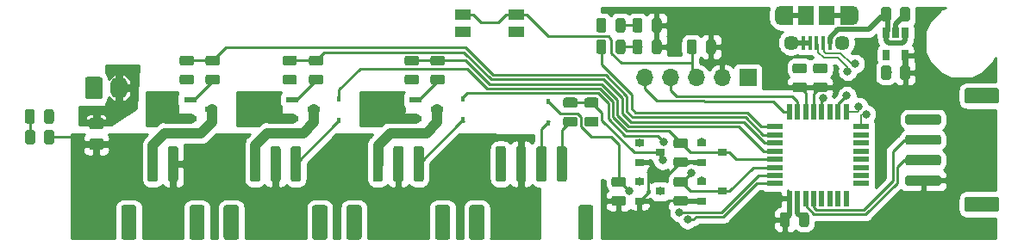
<source format=gbr>
G04 #@! TF.GenerationSoftware,KiCad,Pcbnew,(5.1.5)-3*
G04 #@! TF.CreationDate,2021-06-03T09:39:37-05:00*
G04 #@! TF.ProjectId,NevermoreController,4e657665-726d-46f7-9265-436f6e74726f,rev?*
G04 #@! TF.SameCoordinates,Original*
G04 #@! TF.FileFunction,Copper,L1,Top*
G04 #@! TF.FilePolarity,Positive*
%FSLAX46Y46*%
G04 Gerber Fmt 4.6, Leading zero omitted, Abs format (unit mm)*
G04 Created by KiCad (PCBNEW (5.1.5)-3) date 2021-06-03 09:39:37*
%MOMM*%
%LPD*%
G04 APERTURE LIST*
%ADD10R,0.450000X0.600000*%
%ADD11R,0.650000X1.060000*%
%ADD12C,0.100000*%
%ADD13R,0.900000X0.800000*%
%ADD14R,1.300000X0.600000*%
%ADD15R,0.550000X1.600000*%
%ADD16R,1.600000X0.550000*%
%ADD17O,1.700000X1.700000*%
%ADD18R,1.700000X1.700000*%
%ADD19R,1.550000X1.000000*%
%ADD20R,1.200000X1.900000*%
%ADD21O,1.200000X1.900000*%
%ADD22R,1.500000X1.900000*%
%ADD23C,1.450000*%
%ADD24R,0.400000X1.350000*%
%ADD25O,1.700000X2.200000*%
%ADD26C,0.800000*%
%ADD27C,0.250000*%
%ADD28C,0.500000*%
%ADD29C,1.000000*%
%ADD30C,0.200000*%
%ADD31C,0.254000*%
G04 APERTURE END LIST*
D10*
X134850000Y-85627500D03*
X134850000Y-87727500D03*
X147000000Y-85617500D03*
X147000000Y-87717500D03*
X155400000Y-85897500D03*
X155400000Y-87997500D03*
D11*
X190459000Y-81339000D03*
X188559000Y-81339000D03*
X188559000Y-79139000D03*
X189509000Y-79139000D03*
X190459000Y-79139000D03*
G04 #@! TA.AperFunction,SMDPad,CuDef*
D12*
G36*
X166305142Y-77701174D02*
G01*
X166328803Y-77704684D01*
X166352007Y-77710496D01*
X166374529Y-77718554D01*
X166396153Y-77728782D01*
X166416670Y-77741079D01*
X166435883Y-77755329D01*
X166453607Y-77771393D01*
X166469671Y-77789117D01*
X166483921Y-77808330D01*
X166496218Y-77828847D01*
X166506446Y-77850471D01*
X166514504Y-77872993D01*
X166520316Y-77896197D01*
X166523826Y-77919858D01*
X166525000Y-77943750D01*
X166525000Y-78856250D01*
X166523826Y-78880142D01*
X166520316Y-78903803D01*
X166514504Y-78927007D01*
X166506446Y-78949529D01*
X166496218Y-78971153D01*
X166483921Y-78991670D01*
X166469671Y-79010883D01*
X166453607Y-79028607D01*
X166435883Y-79044671D01*
X166416670Y-79058921D01*
X166396153Y-79071218D01*
X166374529Y-79081446D01*
X166352007Y-79089504D01*
X166328803Y-79095316D01*
X166305142Y-79098826D01*
X166281250Y-79100000D01*
X165793750Y-79100000D01*
X165769858Y-79098826D01*
X165746197Y-79095316D01*
X165722993Y-79089504D01*
X165700471Y-79081446D01*
X165678847Y-79071218D01*
X165658330Y-79058921D01*
X165639117Y-79044671D01*
X165621393Y-79028607D01*
X165605329Y-79010883D01*
X165591079Y-78991670D01*
X165578782Y-78971153D01*
X165568554Y-78949529D01*
X165560496Y-78927007D01*
X165554684Y-78903803D01*
X165551174Y-78880142D01*
X165550000Y-78856250D01*
X165550000Y-77943750D01*
X165551174Y-77919858D01*
X165554684Y-77896197D01*
X165560496Y-77872993D01*
X165568554Y-77850471D01*
X165578782Y-77828847D01*
X165591079Y-77808330D01*
X165605329Y-77789117D01*
X165621393Y-77771393D01*
X165639117Y-77755329D01*
X165658330Y-77741079D01*
X165678847Y-77728782D01*
X165700471Y-77718554D01*
X165722993Y-77710496D01*
X165746197Y-77704684D01*
X165769858Y-77701174D01*
X165793750Y-77700000D01*
X166281250Y-77700000D01*
X166305142Y-77701174D01*
G37*
G04 #@! TD.AperFunction*
G04 #@! TA.AperFunction,SMDPad,CuDef*
G36*
X164430142Y-77701174D02*
G01*
X164453803Y-77704684D01*
X164477007Y-77710496D01*
X164499529Y-77718554D01*
X164521153Y-77728782D01*
X164541670Y-77741079D01*
X164560883Y-77755329D01*
X164578607Y-77771393D01*
X164594671Y-77789117D01*
X164608921Y-77808330D01*
X164621218Y-77828847D01*
X164631446Y-77850471D01*
X164639504Y-77872993D01*
X164645316Y-77896197D01*
X164648826Y-77919858D01*
X164650000Y-77943750D01*
X164650000Y-78856250D01*
X164648826Y-78880142D01*
X164645316Y-78903803D01*
X164639504Y-78927007D01*
X164631446Y-78949529D01*
X164621218Y-78971153D01*
X164608921Y-78991670D01*
X164594671Y-79010883D01*
X164578607Y-79028607D01*
X164560883Y-79044671D01*
X164541670Y-79058921D01*
X164521153Y-79071218D01*
X164499529Y-79081446D01*
X164477007Y-79089504D01*
X164453803Y-79095316D01*
X164430142Y-79098826D01*
X164406250Y-79100000D01*
X163918750Y-79100000D01*
X163894858Y-79098826D01*
X163871197Y-79095316D01*
X163847993Y-79089504D01*
X163825471Y-79081446D01*
X163803847Y-79071218D01*
X163783330Y-79058921D01*
X163764117Y-79044671D01*
X163746393Y-79028607D01*
X163730329Y-79010883D01*
X163716079Y-78991670D01*
X163703782Y-78971153D01*
X163693554Y-78949529D01*
X163685496Y-78927007D01*
X163679684Y-78903803D01*
X163676174Y-78880142D01*
X163675000Y-78856250D01*
X163675000Y-77943750D01*
X163676174Y-77919858D01*
X163679684Y-77896197D01*
X163685496Y-77872993D01*
X163693554Y-77850471D01*
X163703782Y-77828847D01*
X163716079Y-77808330D01*
X163730329Y-77789117D01*
X163746393Y-77771393D01*
X163764117Y-77755329D01*
X163783330Y-77741079D01*
X163803847Y-77728782D01*
X163825471Y-77718554D01*
X163847993Y-77710496D01*
X163871197Y-77704684D01*
X163894858Y-77701174D01*
X163918750Y-77700000D01*
X164406250Y-77700000D01*
X164430142Y-77701174D01*
G37*
G04 #@! TD.AperFunction*
G04 #@! TA.AperFunction,SMDPad,CuDef*
G36*
X162749142Y-77701174D02*
G01*
X162772803Y-77704684D01*
X162796007Y-77710496D01*
X162818529Y-77718554D01*
X162840153Y-77728782D01*
X162860670Y-77741079D01*
X162879883Y-77755329D01*
X162897607Y-77771393D01*
X162913671Y-77789117D01*
X162927921Y-77808330D01*
X162940218Y-77828847D01*
X162950446Y-77850471D01*
X162958504Y-77872993D01*
X162964316Y-77896197D01*
X162967826Y-77919858D01*
X162969000Y-77943750D01*
X162969000Y-78856250D01*
X162967826Y-78880142D01*
X162964316Y-78903803D01*
X162958504Y-78927007D01*
X162950446Y-78949529D01*
X162940218Y-78971153D01*
X162927921Y-78991670D01*
X162913671Y-79010883D01*
X162897607Y-79028607D01*
X162879883Y-79044671D01*
X162860670Y-79058921D01*
X162840153Y-79071218D01*
X162818529Y-79081446D01*
X162796007Y-79089504D01*
X162772803Y-79095316D01*
X162749142Y-79098826D01*
X162725250Y-79100000D01*
X162237750Y-79100000D01*
X162213858Y-79098826D01*
X162190197Y-79095316D01*
X162166993Y-79089504D01*
X162144471Y-79081446D01*
X162122847Y-79071218D01*
X162102330Y-79058921D01*
X162083117Y-79044671D01*
X162065393Y-79028607D01*
X162049329Y-79010883D01*
X162035079Y-78991670D01*
X162022782Y-78971153D01*
X162012554Y-78949529D01*
X162004496Y-78927007D01*
X161998684Y-78903803D01*
X161995174Y-78880142D01*
X161994000Y-78856250D01*
X161994000Y-77943750D01*
X161995174Y-77919858D01*
X161998684Y-77896197D01*
X162004496Y-77872993D01*
X162012554Y-77850471D01*
X162022782Y-77828847D01*
X162035079Y-77808330D01*
X162049329Y-77789117D01*
X162065393Y-77771393D01*
X162083117Y-77755329D01*
X162102330Y-77741079D01*
X162122847Y-77728782D01*
X162144471Y-77718554D01*
X162166993Y-77710496D01*
X162190197Y-77704684D01*
X162213858Y-77701174D01*
X162237750Y-77700000D01*
X162725250Y-77700000D01*
X162749142Y-77701174D01*
G37*
G04 #@! TD.AperFunction*
G04 #@! TA.AperFunction,SMDPad,CuDef*
G36*
X160874142Y-77701174D02*
G01*
X160897803Y-77704684D01*
X160921007Y-77710496D01*
X160943529Y-77718554D01*
X160965153Y-77728782D01*
X160985670Y-77741079D01*
X161004883Y-77755329D01*
X161022607Y-77771393D01*
X161038671Y-77789117D01*
X161052921Y-77808330D01*
X161065218Y-77828847D01*
X161075446Y-77850471D01*
X161083504Y-77872993D01*
X161089316Y-77896197D01*
X161092826Y-77919858D01*
X161094000Y-77943750D01*
X161094000Y-78856250D01*
X161092826Y-78880142D01*
X161089316Y-78903803D01*
X161083504Y-78927007D01*
X161075446Y-78949529D01*
X161065218Y-78971153D01*
X161052921Y-78991670D01*
X161038671Y-79010883D01*
X161022607Y-79028607D01*
X161004883Y-79044671D01*
X160985670Y-79058921D01*
X160965153Y-79071218D01*
X160943529Y-79081446D01*
X160921007Y-79089504D01*
X160897803Y-79095316D01*
X160874142Y-79098826D01*
X160850250Y-79100000D01*
X160362750Y-79100000D01*
X160338858Y-79098826D01*
X160315197Y-79095316D01*
X160291993Y-79089504D01*
X160269471Y-79081446D01*
X160247847Y-79071218D01*
X160227330Y-79058921D01*
X160208117Y-79044671D01*
X160190393Y-79028607D01*
X160174329Y-79010883D01*
X160160079Y-78991670D01*
X160147782Y-78971153D01*
X160137554Y-78949529D01*
X160129496Y-78927007D01*
X160123684Y-78903803D01*
X160120174Y-78880142D01*
X160119000Y-78856250D01*
X160119000Y-77943750D01*
X160120174Y-77919858D01*
X160123684Y-77896197D01*
X160129496Y-77872993D01*
X160137554Y-77850471D01*
X160147782Y-77828847D01*
X160160079Y-77808330D01*
X160174329Y-77789117D01*
X160190393Y-77771393D01*
X160208117Y-77755329D01*
X160227330Y-77741079D01*
X160247847Y-77728782D01*
X160269471Y-77718554D01*
X160291993Y-77710496D01*
X160315197Y-77704684D01*
X160338858Y-77701174D01*
X160362750Y-77700000D01*
X160850250Y-77700000D01*
X160874142Y-77701174D01*
G37*
G04 #@! TD.AperFunction*
G04 #@! TA.AperFunction,SMDPad,CuDef*
G36*
X188839142Y-82359174D02*
G01*
X188862803Y-82362684D01*
X188886007Y-82368496D01*
X188908529Y-82376554D01*
X188930153Y-82386782D01*
X188950670Y-82399079D01*
X188969883Y-82413329D01*
X188987607Y-82429393D01*
X189003671Y-82447117D01*
X189017921Y-82466330D01*
X189030218Y-82486847D01*
X189040446Y-82508471D01*
X189048504Y-82530993D01*
X189054316Y-82554197D01*
X189057826Y-82577858D01*
X189059000Y-82601750D01*
X189059000Y-83514250D01*
X189057826Y-83538142D01*
X189054316Y-83561803D01*
X189048504Y-83585007D01*
X189040446Y-83607529D01*
X189030218Y-83629153D01*
X189017921Y-83649670D01*
X189003671Y-83668883D01*
X188987607Y-83686607D01*
X188969883Y-83702671D01*
X188950670Y-83716921D01*
X188930153Y-83729218D01*
X188908529Y-83739446D01*
X188886007Y-83747504D01*
X188862803Y-83753316D01*
X188839142Y-83756826D01*
X188815250Y-83758000D01*
X188327750Y-83758000D01*
X188303858Y-83756826D01*
X188280197Y-83753316D01*
X188256993Y-83747504D01*
X188234471Y-83739446D01*
X188212847Y-83729218D01*
X188192330Y-83716921D01*
X188173117Y-83702671D01*
X188155393Y-83686607D01*
X188139329Y-83668883D01*
X188125079Y-83649670D01*
X188112782Y-83629153D01*
X188102554Y-83607529D01*
X188094496Y-83585007D01*
X188088684Y-83561803D01*
X188085174Y-83538142D01*
X188084000Y-83514250D01*
X188084000Y-82601750D01*
X188085174Y-82577858D01*
X188088684Y-82554197D01*
X188094496Y-82530993D01*
X188102554Y-82508471D01*
X188112782Y-82486847D01*
X188125079Y-82466330D01*
X188139329Y-82447117D01*
X188155393Y-82429393D01*
X188173117Y-82413329D01*
X188192330Y-82399079D01*
X188212847Y-82386782D01*
X188234471Y-82376554D01*
X188256993Y-82368496D01*
X188280197Y-82362684D01*
X188303858Y-82359174D01*
X188327750Y-82358000D01*
X188815250Y-82358000D01*
X188839142Y-82359174D01*
G37*
G04 #@! TD.AperFunction*
G04 #@! TA.AperFunction,SMDPad,CuDef*
G36*
X190714142Y-82359174D02*
G01*
X190737803Y-82362684D01*
X190761007Y-82368496D01*
X190783529Y-82376554D01*
X190805153Y-82386782D01*
X190825670Y-82399079D01*
X190844883Y-82413329D01*
X190862607Y-82429393D01*
X190878671Y-82447117D01*
X190892921Y-82466330D01*
X190905218Y-82486847D01*
X190915446Y-82508471D01*
X190923504Y-82530993D01*
X190929316Y-82554197D01*
X190932826Y-82577858D01*
X190934000Y-82601750D01*
X190934000Y-83514250D01*
X190932826Y-83538142D01*
X190929316Y-83561803D01*
X190923504Y-83585007D01*
X190915446Y-83607529D01*
X190905218Y-83629153D01*
X190892921Y-83649670D01*
X190878671Y-83668883D01*
X190862607Y-83686607D01*
X190844883Y-83702671D01*
X190825670Y-83716921D01*
X190805153Y-83729218D01*
X190783529Y-83739446D01*
X190761007Y-83747504D01*
X190737803Y-83753316D01*
X190714142Y-83756826D01*
X190690250Y-83758000D01*
X190202750Y-83758000D01*
X190178858Y-83756826D01*
X190155197Y-83753316D01*
X190131993Y-83747504D01*
X190109471Y-83739446D01*
X190087847Y-83729218D01*
X190067330Y-83716921D01*
X190048117Y-83702671D01*
X190030393Y-83686607D01*
X190014329Y-83668883D01*
X190000079Y-83649670D01*
X189987782Y-83629153D01*
X189977554Y-83607529D01*
X189969496Y-83585007D01*
X189963684Y-83561803D01*
X189960174Y-83538142D01*
X189959000Y-83514250D01*
X189959000Y-82601750D01*
X189960174Y-82577858D01*
X189963684Y-82554197D01*
X189969496Y-82530993D01*
X189977554Y-82508471D01*
X189987782Y-82486847D01*
X190000079Y-82466330D01*
X190014329Y-82447117D01*
X190030393Y-82429393D01*
X190048117Y-82413329D01*
X190067330Y-82399079D01*
X190087847Y-82386782D01*
X190109471Y-82376554D01*
X190131993Y-82368496D01*
X190155197Y-82362684D01*
X190178858Y-82359174D01*
X190202750Y-82358000D01*
X190690250Y-82358000D01*
X190714142Y-82359174D01*
G37*
G04 #@! TD.AperFunction*
G04 #@! TA.AperFunction,SMDPad,CuDef*
G36*
X190714142Y-76601174D02*
G01*
X190737803Y-76604684D01*
X190761007Y-76610496D01*
X190783529Y-76618554D01*
X190805153Y-76628782D01*
X190825670Y-76641079D01*
X190844883Y-76655329D01*
X190862607Y-76671393D01*
X190878671Y-76689117D01*
X190892921Y-76708330D01*
X190905218Y-76728847D01*
X190915446Y-76750471D01*
X190923504Y-76772993D01*
X190929316Y-76796197D01*
X190932826Y-76819858D01*
X190934000Y-76843750D01*
X190934000Y-77756250D01*
X190932826Y-77780142D01*
X190929316Y-77803803D01*
X190923504Y-77827007D01*
X190915446Y-77849529D01*
X190905218Y-77871153D01*
X190892921Y-77891670D01*
X190878671Y-77910883D01*
X190862607Y-77928607D01*
X190844883Y-77944671D01*
X190825670Y-77958921D01*
X190805153Y-77971218D01*
X190783529Y-77981446D01*
X190761007Y-77989504D01*
X190737803Y-77995316D01*
X190714142Y-77998826D01*
X190690250Y-78000000D01*
X190202750Y-78000000D01*
X190178858Y-77998826D01*
X190155197Y-77995316D01*
X190131993Y-77989504D01*
X190109471Y-77981446D01*
X190087847Y-77971218D01*
X190067330Y-77958921D01*
X190048117Y-77944671D01*
X190030393Y-77928607D01*
X190014329Y-77910883D01*
X190000079Y-77891670D01*
X189987782Y-77871153D01*
X189977554Y-77849529D01*
X189969496Y-77827007D01*
X189963684Y-77803803D01*
X189960174Y-77780142D01*
X189959000Y-77756250D01*
X189959000Y-76843750D01*
X189960174Y-76819858D01*
X189963684Y-76796197D01*
X189969496Y-76772993D01*
X189977554Y-76750471D01*
X189987782Y-76728847D01*
X190000079Y-76708330D01*
X190014329Y-76689117D01*
X190030393Y-76671393D01*
X190048117Y-76655329D01*
X190067330Y-76641079D01*
X190087847Y-76628782D01*
X190109471Y-76618554D01*
X190131993Y-76610496D01*
X190155197Y-76604684D01*
X190178858Y-76601174D01*
X190202750Y-76600000D01*
X190690250Y-76600000D01*
X190714142Y-76601174D01*
G37*
G04 #@! TD.AperFunction*
G04 #@! TA.AperFunction,SMDPad,CuDef*
G36*
X188839142Y-76601174D02*
G01*
X188862803Y-76604684D01*
X188886007Y-76610496D01*
X188908529Y-76618554D01*
X188930153Y-76628782D01*
X188950670Y-76641079D01*
X188969883Y-76655329D01*
X188987607Y-76671393D01*
X189003671Y-76689117D01*
X189017921Y-76708330D01*
X189030218Y-76728847D01*
X189040446Y-76750471D01*
X189048504Y-76772993D01*
X189054316Y-76796197D01*
X189057826Y-76819858D01*
X189059000Y-76843750D01*
X189059000Y-77756250D01*
X189057826Y-77780142D01*
X189054316Y-77803803D01*
X189048504Y-77827007D01*
X189040446Y-77849529D01*
X189030218Y-77871153D01*
X189017921Y-77891670D01*
X189003671Y-77910883D01*
X188987607Y-77928607D01*
X188969883Y-77944671D01*
X188950670Y-77958921D01*
X188930153Y-77971218D01*
X188908529Y-77981446D01*
X188886007Y-77989504D01*
X188862803Y-77995316D01*
X188839142Y-77998826D01*
X188815250Y-78000000D01*
X188327750Y-78000000D01*
X188303858Y-77998826D01*
X188280197Y-77995316D01*
X188256993Y-77989504D01*
X188234471Y-77981446D01*
X188212847Y-77971218D01*
X188192330Y-77958921D01*
X188173117Y-77944671D01*
X188155393Y-77928607D01*
X188139329Y-77910883D01*
X188125079Y-77891670D01*
X188112782Y-77871153D01*
X188102554Y-77849529D01*
X188094496Y-77827007D01*
X188088684Y-77803803D01*
X188085174Y-77780142D01*
X188084000Y-77756250D01*
X188084000Y-76843750D01*
X188085174Y-76819858D01*
X188088684Y-76796197D01*
X188094496Y-76772993D01*
X188102554Y-76750471D01*
X188112782Y-76728847D01*
X188125079Y-76708330D01*
X188139329Y-76689117D01*
X188155393Y-76671393D01*
X188173117Y-76655329D01*
X188192330Y-76641079D01*
X188212847Y-76628782D01*
X188234471Y-76618554D01*
X188256993Y-76610496D01*
X188280197Y-76604684D01*
X188303858Y-76601174D01*
X188327750Y-76600000D01*
X188815250Y-76600000D01*
X188839142Y-76601174D01*
G37*
G04 #@! TD.AperFunction*
G04 #@! TA.AperFunction,SMDPad,CuDef*
G36*
X169764142Y-79819174D02*
G01*
X169787803Y-79822684D01*
X169811007Y-79828496D01*
X169833529Y-79836554D01*
X169855153Y-79846782D01*
X169875670Y-79859079D01*
X169894883Y-79873329D01*
X169912607Y-79889393D01*
X169928671Y-79907117D01*
X169942921Y-79926330D01*
X169955218Y-79946847D01*
X169965446Y-79968471D01*
X169973504Y-79990993D01*
X169979316Y-80014197D01*
X169982826Y-80037858D01*
X169984000Y-80061750D01*
X169984000Y-80974250D01*
X169982826Y-80998142D01*
X169979316Y-81021803D01*
X169973504Y-81045007D01*
X169965446Y-81067529D01*
X169955218Y-81089153D01*
X169942921Y-81109670D01*
X169928671Y-81128883D01*
X169912607Y-81146607D01*
X169894883Y-81162671D01*
X169875670Y-81176921D01*
X169855153Y-81189218D01*
X169833529Y-81199446D01*
X169811007Y-81207504D01*
X169787803Y-81213316D01*
X169764142Y-81216826D01*
X169740250Y-81218000D01*
X169252750Y-81218000D01*
X169228858Y-81216826D01*
X169205197Y-81213316D01*
X169181993Y-81207504D01*
X169159471Y-81199446D01*
X169137847Y-81189218D01*
X169117330Y-81176921D01*
X169098117Y-81162671D01*
X169080393Y-81146607D01*
X169064329Y-81128883D01*
X169050079Y-81109670D01*
X169037782Y-81089153D01*
X169027554Y-81067529D01*
X169019496Y-81045007D01*
X169013684Y-81021803D01*
X169010174Y-80998142D01*
X169009000Y-80974250D01*
X169009000Y-80061750D01*
X169010174Y-80037858D01*
X169013684Y-80014197D01*
X169019496Y-79990993D01*
X169027554Y-79968471D01*
X169037782Y-79946847D01*
X169050079Y-79926330D01*
X169064329Y-79907117D01*
X169080393Y-79889393D01*
X169098117Y-79873329D01*
X169117330Y-79859079D01*
X169137847Y-79846782D01*
X169159471Y-79836554D01*
X169181993Y-79828496D01*
X169205197Y-79822684D01*
X169228858Y-79819174D01*
X169252750Y-79818000D01*
X169740250Y-79818000D01*
X169764142Y-79819174D01*
G37*
G04 #@! TD.AperFunction*
G04 #@! TA.AperFunction,SMDPad,CuDef*
G36*
X171639142Y-79819174D02*
G01*
X171662803Y-79822684D01*
X171686007Y-79828496D01*
X171708529Y-79836554D01*
X171730153Y-79846782D01*
X171750670Y-79859079D01*
X171769883Y-79873329D01*
X171787607Y-79889393D01*
X171803671Y-79907117D01*
X171817921Y-79926330D01*
X171830218Y-79946847D01*
X171840446Y-79968471D01*
X171848504Y-79990993D01*
X171854316Y-80014197D01*
X171857826Y-80037858D01*
X171859000Y-80061750D01*
X171859000Y-80974250D01*
X171857826Y-80998142D01*
X171854316Y-81021803D01*
X171848504Y-81045007D01*
X171840446Y-81067529D01*
X171830218Y-81089153D01*
X171817921Y-81109670D01*
X171803671Y-81128883D01*
X171787607Y-81146607D01*
X171769883Y-81162671D01*
X171750670Y-81176921D01*
X171730153Y-81189218D01*
X171708529Y-81199446D01*
X171686007Y-81207504D01*
X171662803Y-81213316D01*
X171639142Y-81216826D01*
X171615250Y-81218000D01*
X171127750Y-81218000D01*
X171103858Y-81216826D01*
X171080197Y-81213316D01*
X171056993Y-81207504D01*
X171034471Y-81199446D01*
X171012847Y-81189218D01*
X170992330Y-81176921D01*
X170973117Y-81162671D01*
X170955393Y-81146607D01*
X170939329Y-81128883D01*
X170925079Y-81109670D01*
X170912782Y-81089153D01*
X170902554Y-81067529D01*
X170894496Y-81045007D01*
X170888684Y-81021803D01*
X170885174Y-80998142D01*
X170884000Y-80974250D01*
X170884000Y-80061750D01*
X170885174Y-80037858D01*
X170888684Y-80014197D01*
X170894496Y-79990993D01*
X170902554Y-79968471D01*
X170912782Y-79946847D01*
X170925079Y-79926330D01*
X170939329Y-79907117D01*
X170955393Y-79889393D01*
X170973117Y-79873329D01*
X170992330Y-79859079D01*
X171012847Y-79846782D01*
X171034471Y-79836554D01*
X171056993Y-79828496D01*
X171080197Y-79822684D01*
X171103858Y-79819174D01*
X171127750Y-79818000D01*
X171615250Y-79818000D01*
X171639142Y-79819174D01*
G37*
G04 #@! TD.AperFunction*
G04 #@! TA.AperFunction,SMDPad,CuDef*
G36*
X180566142Y-82142174D02*
G01*
X180589803Y-82145684D01*
X180613007Y-82151496D01*
X180635529Y-82159554D01*
X180657153Y-82169782D01*
X180677670Y-82182079D01*
X180696883Y-82196329D01*
X180714607Y-82212393D01*
X180730671Y-82230117D01*
X180744921Y-82249330D01*
X180757218Y-82269847D01*
X180767446Y-82291471D01*
X180775504Y-82313993D01*
X180781316Y-82337197D01*
X180784826Y-82360858D01*
X180786000Y-82384750D01*
X180786000Y-82872250D01*
X180784826Y-82896142D01*
X180781316Y-82919803D01*
X180775504Y-82943007D01*
X180767446Y-82965529D01*
X180757218Y-82987153D01*
X180744921Y-83007670D01*
X180730671Y-83026883D01*
X180714607Y-83044607D01*
X180696883Y-83060671D01*
X180677670Y-83074921D01*
X180657153Y-83087218D01*
X180635529Y-83097446D01*
X180613007Y-83105504D01*
X180589803Y-83111316D01*
X180566142Y-83114826D01*
X180542250Y-83116000D01*
X179629750Y-83116000D01*
X179605858Y-83114826D01*
X179582197Y-83111316D01*
X179558993Y-83105504D01*
X179536471Y-83097446D01*
X179514847Y-83087218D01*
X179494330Y-83074921D01*
X179475117Y-83060671D01*
X179457393Y-83044607D01*
X179441329Y-83026883D01*
X179427079Y-83007670D01*
X179414782Y-82987153D01*
X179404554Y-82965529D01*
X179396496Y-82943007D01*
X179390684Y-82919803D01*
X179387174Y-82896142D01*
X179386000Y-82872250D01*
X179386000Y-82384750D01*
X179387174Y-82360858D01*
X179390684Y-82337197D01*
X179396496Y-82313993D01*
X179404554Y-82291471D01*
X179414782Y-82269847D01*
X179427079Y-82249330D01*
X179441329Y-82230117D01*
X179457393Y-82212393D01*
X179475117Y-82196329D01*
X179494330Y-82182079D01*
X179514847Y-82169782D01*
X179536471Y-82159554D01*
X179558993Y-82151496D01*
X179582197Y-82145684D01*
X179605858Y-82142174D01*
X179629750Y-82141000D01*
X180542250Y-82141000D01*
X180566142Y-82142174D01*
G37*
G04 #@! TD.AperFunction*
G04 #@! TA.AperFunction,SMDPad,CuDef*
G36*
X180566142Y-84017174D02*
G01*
X180589803Y-84020684D01*
X180613007Y-84026496D01*
X180635529Y-84034554D01*
X180657153Y-84044782D01*
X180677670Y-84057079D01*
X180696883Y-84071329D01*
X180714607Y-84087393D01*
X180730671Y-84105117D01*
X180744921Y-84124330D01*
X180757218Y-84144847D01*
X180767446Y-84166471D01*
X180775504Y-84188993D01*
X180781316Y-84212197D01*
X180784826Y-84235858D01*
X180786000Y-84259750D01*
X180786000Y-84747250D01*
X180784826Y-84771142D01*
X180781316Y-84794803D01*
X180775504Y-84818007D01*
X180767446Y-84840529D01*
X180757218Y-84862153D01*
X180744921Y-84882670D01*
X180730671Y-84901883D01*
X180714607Y-84919607D01*
X180696883Y-84935671D01*
X180677670Y-84949921D01*
X180657153Y-84962218D01*
X180635529Y-84972446D01*
X180613007Y-84980504D01*
X180589803Y-84986316D01*
X180566142Y-84989826D01*
X180542250Y-84991000D01*
X179629750Y-84991000D01*
X179605858Y-84989826D01*
X179582197Y-84986316D01*
X179558993Y-84980504D01*
X179536471Y-84972446D01*
X179514847Y-84962218D01*
X179494330Y-84949921D01*
X179475117Y-84935671D01*
X179457393Y-84919607D01*
X179441329Y-84901883D01*
X179427079Y-84882670D01*
X179414782Y-84862153D01*
X179404554Y-84840529D01*
X179396496Y-84818007D01*
X179390684Y-84794803D01*
X179387174Y-84771142D01*
X179386000Y-84747250D01*
X179386000Y-84259750D01*
X179387174Y-84235858D01*
X179390684Y-84212197D01*
X179396496Y-84188993D01*
X179404554Y-84166471D01*
X179414782Y-84144847D01*
X179427079Y-84124330D01*
X179441329Y-84105117D01*
X179457393Y-84087393D01*
X179475117Y-84071329D01*
X179494330Y-84057079D01*
X179514847Y-84044782D01*
X179536471Y-84034554D01*
X179558993Y-84026496D01*
X179582197Y-84020684D01*
X179605858Y-84017174D01*
X179629750Y-84016000D01*
X180542250Y-84016000D01*
X180566142Y-84017174D01*
G37*
G04 #@! TD.AperFunction*
G04 #@! TA.AperFunction,SMDPad,CuDef*
G36*
X166305142Y-79819174D02*
G01*
X166328803Y-79822684D01*
X166352007Y-79828496D01*
X166374529Y-79836554D01*
X166396153Y-79846782D01*
X166416670Y-79859079D01*
X166435883Y-79873329D01*
X166453607Y-79889393D01*
X166469671Y-79907117D01*
X166483921Y-79926330D01*
X166496218Y-79946847D01*
X166506446Y-79968471D01*
X166514504Y-79990993D01*
X166520316Y-80014197D01*
X166523826Y-80037858D01*
X166525000Y-80061750D01*
X166525000Y-80974250D01*
X166523826Y-80998142D01*
X166520316Y-81021803D01*
X166514504Y-81045007D01*
X166506446Y-81067529D01*
X166496218Y-81089153D01*
X166483921Y-81109670D01*
X166469671Y-81128883D01*
X166453607Y-81146607D01*
X166435883Y-81162671D01*
X166416670Y-81176921D01*
X166396153Y-81189218D01*
X166374529Y-81199446D01*
X166352007Y-81207504D01*
X166328803Y-81213316D01*
X166305142Y-81216826D01*
X166281250Y-81218000D01*
X165793750Y-81218000D01*
X165769858Y-81216826D01*
X165746197Y-81213316D01*
X165722993Y-81207504D01*
X165700471Y-81199446D01*
X165678847Y-81189218D01*
X165658330Y-81176921D01*
X165639117Y-81162671D01*
X165621393Y-81146607D01*
X165605329Y-81128883D01*
X165591079Y-81109670D01*
X165578782Y-81089153D01*
X165568554Y-81067529D01*
X165560496Y-81045007D01*
X165554684Y-81021803D01*
X165551174Y-80998142D01*
X165550000Y-80974250D01*
X165550000Y-80061750D01*
X165551174Y-80037858D01*
X165554684Y-80014197D01*
X165560496Y-79990993D01*
X165568554Y-79968471D01*
X165578782Y-79946847D01*
X165591079Y-79926330D01*
X165605329Y-79907117D01*
X165621393Y-79889393D01*
X165639117Y-79873329D01*
X165658330Y-79859079D01*
X165678847Y-79846782D01*
X165700471Y-79836554D01*
X165722993Y-79828496D01*
X165746197Y-79822684D01*
X165769858Y-79819174D01*
X165793750Y-79818000D01*
X166281250Y-79818000D01*
X166305142Y-79819174D01*
G37*
G04 #@! TD.AperFunction*
G04 #@! TA.AperFunction,SMDPad,CuDef*
G36*
X164430142Y-79819174D02*
G01*
X164453803Y-79822684D01*
X164477007Y-79828496D01*
X164499529Y-79836554D01*
X164521153Y-79846782D01*
X164541670Y-79859079D01*
X164560883Y-79873329D01*
X164578607Y-79889393D01*
X164594671Y-79907117D01*
X164608921Y-79926330D01*
X164621218Y-79946847D01*
X164631446Y-79968471D01*
X164639504Y-79990993D01*
X164645316Y-80014197D01*
X164648826Y-80037858D01*
X164650000Y-80061750D01*
X164650000Y-80974250D01*
X164648826Y-80998142D01*
X164645316Y-81021803D01*
X164639504Y-81045007D01*
X164631446Y-81067529D01*
X164621218Y-81089153D01*
X164608921Y-81109670D01*
X164594671Y-81128883D01*
X164578607Y-81146607D01*
X164560883Y-81162671D01*
X164541670Y-81176921D01*
X164521153Y-81189218D01*
X164499529Y-81199446D01*
X164477007Y-81207504D01*
X164453803Y-81213316D01*
X164430142Y-81216826D01*
X164406250Y-81218000D01*
X163918750Y-81218000D01*
X163894858Y-81216826D01*
X163871197Y-81213316D01*
X163847993Y-81207504D01*
X163825471Y-81199446D01*
X163803847Y-81189218D01*
X163783330Y-81176921D01*
X163764117Y-81162671D01*
X163746393Y-81146607D01*
X163730329Y-81128883D01*
X163716079Y-81109670D01*
X163703782Y-81089153D01*
X163693554Y-81067529D01*
X163685496Y-81045007D01*
X163679684Y-81021803D01*
X163676174Y-80998142D01*
X163675000Y-80974250D01*
X163675000Y-80061750D01*
X163676174Y-80037858D01*
X163679684Y-80014197D01*
X163685496Y-79990993D01*
X163693554Y-79968471D01*
X163703782Y-79946847D01*
X163716079Y-79926330D01*
X163730329Y-79907117D01*
X163746393Y-79889393D01*
X163764117Y-79873329D01*
X163783330Y-79859079D01*
X163803847Y-79846782D01*
X163825471Y-79836554D01*
X163847993Y-79828496D01*
X163871197Y-79822684D01*
X163894858Y-79819174D01*
X163918750Y-79818000D01*
X164406250Y-79818000D01*
X164430142Y-79819174D01*
G37*
G04 #@! TD.AperFunction*
G04 #@! TA.AperFunction,SMDPad,CuDef*
G36*
X106635142Y-88709174D02*
G01*
X106658803Y-88712684D01*
X106682007Y-88718496D01*
X106704529Y-88726554D01*
X106726153Y-88736782D01*
X106746670Y-88749079D01*
X106765883Y-88763329D01*
X106783607Y-88779393D01*
X106799671Y-88797117D01*
X106813921Y-88816330D01*
X106826218Y-88836847D01*
X106836446Y-88858471D01*
X106844504Y-88880993D01*
X106850316Y-88904197D01*
X106853826Y-88927858D01*
X106855000Y-88951750D01*
X106855000Y-89864250D01*
X106853826Y-89888142D01*
X106850316Y-89911803D01*
X106844504Y-89935007D01*
X106836446Y-89957529D01*
X106826218Y-89979153D01*
X106813921Y-89999670D01*
X106799671Y-90018883D01*
X106783607Y-90036607D01*
X106765883Y-90052671D01*
X106746670Y-90066921D01*
X106726153Y-90079218D01*
X106704529Y-90089446D01*
X106682007Y-90097504D01*
X106658803Y-90103316D01*
X106635142Y-90106826D01*
X106611250Y-90108000D01*
X106123750Y-90108000D01*
X106099858Y-90106826D01*
X106076197Y-90103316D01*
X106052993Y-90097504D01*
X106030471Y-90089446D01*
X106008847Y-90079218D01*
X105988330Y-90066921D01*
X105969117Y-90052671D01*
X105951393Y-90036607D01*
X105935329Y-90018883D01*
X105921079Y-89999670D01*
X105908782Y-89979153D01*
X105898554Y-89957529D01*
X105890496Y-89935007D01*
X105884684Y-89911803D01*
X105881174Y-89888142D01*
X105880000Y-89864250D01*
X105880000Y-88951750D01*
X105881174Y-88927858D01*
X105884684Y-88904197D01*
X105890496Y-88880993D01*
X105898554Y-88858471D01*
X105908782Y-88836847D01*
X105921079Y-88816330D01*
X105935329Y-88797117D01*
X105951393Y-88779393D01*
X105969117Y-88763329D01*
X105988330Y-88749079D01*
X106008847Y-88736782D01*
X106030471Y-88726554D01*
X106052993Y-88718496D01*
X106076197Y-88712684D01*
X106099858Y-88709174D01*
X106123750Y-88708000D01*
X106611250Y-88708000D01*
X106635142Y-88709174D01*
G37*
G04 #@! TD.AperFunction*
G04 #@! TA.AperFunction,SMDPad,CuDef*
G36*
X104760142Y-88709174D02*
G01*
X104783803Y-88712684D01*
X104807007Y-88718496D01*
X104829529Y-88726554D01*
X104851153Y-88736782D01*
X104871670Y-88749079D01*
X104890883Y-88763329D01*
X104908607Y-88779393D01*
X104924671Y-88797117D01*
X104938921Y-88816330D01*
X104951218Y-88836847D01*
X104961446Y-88858471D01*
X104969504Y-88880993D01*
X104975316Y-88904197D01*
X104978826Y-88927858D01*
X104980000Y-88951750D01*
X104980000Y-89864250D01*
X104978826Y-89888142D01*
X104975316Y-89911803D01*
X104969504Y-89935007D01*
X104961446Y-89957529D01*
X104951218Y-89979153D01*
X104938921Y-89999670D01*
X104924671Y-90018883D01*
X104908607Y-90036607D01*
X104890883Y-90052671D01*
X104871670Y-90066921D01*
X104851153Y-90079218D01*
X104829529Y-90089446D01*
X104807007Y-90097504D01*
X104783803Y-90103316D01*
X104760142Y-90106826D01*
X104736250Y-90108000D01*
X104248750Y-90108000D01*
X104224858Y-90106826D01*
X104201197Y-90103316D01*
X104177993Y-90097504D01*
X104155471Y-90089446D01*
X104133847Y-90079218D01*
X104113330Y-90066921D01*
X104094117Y-90052671D01*
X104076393Y-90036607D01*
X104060329Y-90018883D01*
X104046079Y-89999670D01*
X104033782Y-89979153D01*
X104023554Y-89957529D01*
X104015496Y-89935007D01*
X104009684Y-89911803D01*
X104006174Y-89888142D01*
X104005000Y-89864250D01*
X104005000Y-88951750D01*
X104006174Y-88927858D01*
X104009684Y-88904197D01*
X104015496Y-88880993D01*
X104023554Y-88858471D01*
X104033782Y-88836847D01*
X104046079Y-88816330D01*
X104060329Y-88797117D01*
X104076393Y-88779393D01*
X104094117Y-88763329D01*
X104113330Y-88749079D01*
X104133847Y-88736782D01*
X104155471Y-88726554D01*
X104177993Y-88718496D01*
X104201197Y-88712684D01*
X104224858Y-88709174D01*
X104248750Y-88708000D01*
X104736250Y-88708000D01*
X104760142Y-88709174D01*
G37*
G04 #@! TD.AperFunction*
G04 #@! TA.AperFunction,SMDPad,CuDef*
G36*
X162749142Y-79819174D02*
G01*
X162772803Y-79822684D01*
X162796007Y-79828496D01*
X162818529Y-79836554D01*
X162840153Y-79846782D01*
X162860670Y-79859079D01*
X162879883Y-79873329D01*
X162897607Y-79889393D01*
X162913671Y-79907117D01*
X162927921Y-79926330D01*
X162940218Y-79946847D01*
X162950446Y-79968471D01*
X162958504Y-79990993D01*
X162964316Y-80014197D01*
X162967826Y-80037858D01*
X162969000Y-80061750D01*
X162969000Y-80974250D01*
X162967826Y-80998142D01*
X162964316Y-81021803D01*
X162958504Y-81045007D01*
X162950446Y-81067529D01*
X162940218Y-81089153D01*
X162927921Y-81109670D01*
X162913671Y-81128883D01*
X162897607Y-81146607D01*
X162879883Y-81162671D01*
X162860670Y-81176921D01*
X162840153Y-81189218D01*
X162818529Y-81199446D01*
X162796007Y-81207504D01*
X162772803Y-81213316D01*
X162749142Y-81216826D01*
X162725250Y-81218000D01*
X162237750Y-81218000D01*
X162213858Y-81216826D01*
X162190197Y-81213316D01*
X162166993Y-81207504D01*
X162144471Y-81199446D01*
X162122847Y-81189218D01*
X162102330Y-81176921D01*
X162083117Y-81162671D01*
X162065393Y-81146607D01*
X162049329Y-81128883D01*
X162035079Y-81109670D01*
X162022782Y-81089153D01*
X162012554Y-81067529D01*
X162004496Y-81045007D01*
X161998684Y-81021803D01*
X161995174Y-80998142D01*
X161994000Y-80974250D01*
X161994000Y-80061750D01*
X161995174Y-80037858D01*
X161998684Y-80014197D01*
X162004496Y-79990993D01*
X162012554Y-79968471D01*
X162022782Y-79946847D01*
X162035079Y-79926330D01*
X162049329Y-79907117D01*
X162065393Y-79889393D01*
X162083117Y-79873329D01*
X162102330Y-79859079D01*
X162122847Y-79846782D01*
X162144471Y-79836554D01*
X162166993Y-79828496D01*
X162190197Y-79822684D01*
X162213858Y-79819174D01*
X162237750Y-79818000D01*
X162725250Y-79818000D01*
X162749142Y-79819174D01*
G37*
G04 #@! TD.AperFunction*
G04 #@! TA.AperFunction,SMDPad,CuDef*
G36*
X160874142Y-79819174D02*
G01*
X160897803Y-79822684D01*
X160921007Y-79828496D01*
X160943529Y-79836554D01*
X160965153Y-79846782D01*
X160985670Y-79859079D01*
X161004883Y-79873329D01*
X161022607Y-79889393D01*
X161038671Y-79907117D01*
X161052921Y-79926330D01*
X161065218Y-79946847D01*
X161075446Y-79968471D01*
X161083504Y-79990993D01*
X161089316Y-80014197D01*
X161092826Y-80037858D01*
X161094000Y-80061750D01*
X161094000Y-80974250D01*
X161092826Y-80998142D01*
X161089316Y-81021803D01*
X161083504Y-81045007D01*
X161075446Y-81067529D01*
X161065218Y-81089153D01*
X161052921Y-81109670D01*
X161038671Y-81128883D01*
X161022607Y-81146607D01*
X161004883Y-81162671D01*
X160985670Y-81176921D01*
X160965153Y-81189218D01*
X160943529Y-81199446D01*
X160921007Y-81207504D01*
X160897803Y-81213316D01*
X160874142Y-81216826D01*
X160850250Y-81218000D01*
X160362750Y-81218000D01*
X160338858Y-81216826D01*
X160315197Y-81213316D01*
X160291993Y-81207504D01*
X160269471Y-81199446D01*
X160247847Y-81189218D01*
X160227330Y-81176921D01*
X160208117Y-81162671D01*
X160190393Y-81146607D01*
X160174329Y-81128883D01*
X160160079Y-81109670D01*
X160147782Y-81089153D01*
X160137554Y-81067529D01*
X160129496Y-81045007D01*
X160123684Y-81021803D01*
X160120174Y-80998142D01*
X160119000Y-80974250D01*
X160119000Y-80061750D01*
X160120174Y-80037858D01*
X160123684Y-80014197D01*
X160129496Y-79990993D01*
X160137554Y-79968471D01*
X160147782Y-79946847D01*
X160160079Y-79926330D01*
X160174329Y-79907117D01*
X160190393Y-79889393D01*
X160208117Y-79873329D01*
X160227330Y-79859079D01*
X160247847Y-79846782D01*
X160269471Y-79836554D01*
X160291993Y-79828496D01*
X160315197Y-79822684D01*
X160338858Y-79819174D01*
X160362750Y-79818000D01*
X160850250Y-79818000D01*
X160874142Y-79819174D01*
G37*
G04 #@! TD.AperFunction*
G04 #@! TA.AperFunction,SMDPad,CuDef*
G36*
X104740142Y-86677174D02*
G01*
X104763803Y-86680684D01*
X104787007Y-86686496D01*
X104809529Y-86694554D01*
X104831153Y-86704782D01*
X104851670Y-86717079D01*
X104870883Y-86731329D01*
X104888607Y-86747393D01*
X104904671Y-86765117D01*
X104918921Y-86784330D01*
X104931218Y-86804847D01*
X104941446Y-86826471D01*
X104949504Y-86848993D01*
X104955316Y-86872197D01*
X104958826Y-86895858D01*
X104960000Y-86919750D01*
X104960000Y-87832250D01*
X104958826Y-87856142D01*
X104955316Y-87879803D01*
X104949504Y-87903007D01*
X104941446Y-87925529D01*
X104931218Y-87947153D01*
X104918921Y-87967670D01*
X104904671Y-87986883D01*
X104888607Y-88004607D01*
X104870883Y-88020671D01*
X104851670Y-88034921D01*
X104831153Y-88047218D01*
X104809529Y-88057446D01*
X104787007Y-88065504D01*
X104763803Y-88071316D01*
X104740142Y-88074826D01*
X104716250Y-88076000D01*
X104228750Y-88076000D01*
X104204858Y-88074826D01*
X104181197Y-88071316D01*
X104157993Y-88065504D01*
X104135471Y-88057446D01*
X104113847Y-88047218D01*
X104093330Y-88034921D01*
X104074117Y-88020671D01*
X104056393Y-88004607D01*
X104040329Y-87986883D01*
X104026079Y-87967670D01*
X104013782Y-87947153D01*
X104003554Y-87925529D01*
X103995496Y-87903007D01*
X103989684Y-87879803D01*
X103986174Y-87856142D01*
X103985000Y-87832250D01*
X103985000Y-86919750D01*
X103986174Y-86895858D01*
X103989684Y-86872197D01*
X103995496Y-86848993D01*
X104003554Y-86826471D01*
X104013782Y-86804847D01*
X104026079Y-86784330D01*
X104040329Y-86765117D01*
X104056393Y-86747393D01*
X104074117Y-86731329D01*
X104093330Y-86717079D01*
X104113847Y-86704782D01*
X104135471Y-86694554D01*
X104157993Y-86686496D01*
X104181197Y-86680684D01*
X104204858Y-86677174D01*
X104228750Y-86676000D01*
X104716250Y-86676000D01*
X104740142Y-86677174D01*
G37*
G04 #@! TD.AperFunction*
G04 #@! TA.AperFunction,SMDPad,CuDef*
G36*
X106615142Y-86677174D02*
G01*
X106638803Y-86680684D01*
X106662007Y-86686496D01*
X106684529Y-86694554D01*
X106706153Y-86704782D01*
X106726670Y-86717079D01*
X106745883Y-86731329D01*
X106763607Y-86747393D01*
X106779671Y-86765117D01*
X106793921Y-86784330D01*
X106806218Y-86804847D01*
X106816446Y-86826471D01*
X106824504Y-86848993D01*
X106830316Y-86872197D01*
X106833826Y-86895858D01*
X106835000Y-86919750D01*
X106835000Y-87832250D01*
X106833826Y-87856142D01*
X106830316Y-87879803D01*
X106824504Y-87903007D01*
X106816446Y-87925529D01*
X106806218Y-87947153D01*
X106793921Y-87967670D01*
X106779671Y-87986883D01*
X106763607Y-88004607D01*
X106745883Y-88020671D01*
X106726670Y-88034921D01*
X106706153Y-88047218D01*
X106684529Y-88057446D01*
X106662007Y-88065504D01*
X106638803Y-88071316D01*
X106615142Y-88074826D01*
X106591250Y-88076000D01*
X106103750Y-88076000D01*
X106079858Y-88074826D01*
X106056197Y-88071316D01*
X106032993Y-88065504D01*
X106010471Y-88057446D01*
X105988847Y-88047218D01*
X105968330Y-88034921D01*
X105949117Y-88020671D01*
X105931393Y-88004607D01*
X105915329Y-87986883D01*
X105901079Y-87967670D01*
X105888782Y-87947153D01*
X105878554Y-87925529D01*
X105870496Y-87903007D01*
X105864684Y-87879803D01*
X105861174Y-87856142D01*
X105860000Y-87832250D01*
X105860000Y-86919750D01*
X105861174Y-86895858D01*
X105864684Y-86872197D01*
X105870496Y-86848993D01*
X105878554Y-86826471D01*
X105888782Y-86804847D01*
X105901079Y-86784330D01*
X105915329Y-86765117D01*
X105931393Y-86747393D01*
X105949117Y-86731329D01*
X105968330Y-86717079D01*
X105988847Y-86704782D01*
X106010471Y-86694554D01*
X106032993Y-86686496D01*
X106056197Y-86680684D01*
X106079858Y-86677174D01*
X106103750Y-86676000D01*
X106591250Y-86676000D01*
X106615142Y-86677174D01*
G37*
G04 #@! TD.AperFunction*
G04 #@! TA.AperFunction,SMDPad,CuDef*
G36*
X199446504Y-84579204D02*
G01*
X199470773Y-84582804D01*
X199494571Y-84588765D01*
X199517671Y-84597030D01*
X199539849Y-84607520D01*
X199560893Y-84620133D01*
X199580598Y-84634747D01*
X199598777Y-84651223D01*
X199615253Y-84669402D01*
X199629867Y-84689107D01*
X199642480Y-84710151D01*
X199652970Y-84732329D01*
X199661235Y-84755429D01*
X199667196Y-84779227D01*
X199670796Y-84803496D01*
X199672000Y-84828000D01*
X199672000Y-85828000D01*
X199670796Y-85852504D01*
X199667196Y-85876773D01*
X199661235Y-85900571D01*
X199652970Y-85923671D01*
X199642480Y-85945849D01*
X199629867Y-85966893D01*
X199615253Y-85986598D01*
X199598777Y-86004777D01*
X199580598Y-86021253D01*
X199560893Y-86035867D01*
X199539849Y-86048480D01*
X199517671Y-86058970D01*
X199494571Y-86067235D01*
X199470773Y-86073196D01*
X199446504Y-86076796D01*
X199422000Y-86078000D01*
X196522000Y-86078000D01*
X196497496Y-86076796D01*
X196473227Y-86073196D01*
X196449429Y-86067235D01*
X196426329Y-86058970D01*
X196404151Y-86048480D01*
X196383107Y-86035867D01*
X196363402Y-86021253D01*
X196345223Y-86004777D01*
X196328747Y-85986598D01*
X196314133Y-85966893D01*
X196301520Y-85945849D01*
X196291030Y-85923671D01*
X196282765Y-85900571D01*
X196276804Y-85876773D01*
X196273204Y-85852504D01*
X196272000Y-85828000D01*
X196272000Y-84828000D01*
X196273204Y-84803496D01*
X196276804Y-84779227D01*
X196282765Y-84755429D01*
X196291030Y-84732329D01*
X196301520Y-84710151D01*
X196314133Y-84689107D01*
X196328747Y-84669402D01*
X196345223Y-84651223D01*
X196363402Y-84634747D01*
X196383107Y-84620133D01*
X196404151Y-84607520D01*
X196426329Y-84597030D01*
X196449429Y-84588765D01*
X196473227Y-84582804D01*
X196497496Y-84579204D01*
X196522000Y-84578000D01*
X199422000Y-84578000D01*
X199446504Y-84579204D01*
G37*
G04 #@! TD.AperFunction*
G04 #@! TA.AperFunction,SMDPad,CuDef*
G36*
X199446504Y-95279204D02*
G01*
X199470773Y-95282804D01*
X199494571Y-95288765D01*
X199517671Y-95297030D01*
X199539849Y-95307520D01*
X199560893Y-95320133D01*
X199580598Y-95334747D01*
X199598777Y-95351223D01*
X199615253Y-95369402D01*
X199629867Y-95389107D01*
X199642480Y-95410151D01*
X199652970Y-95432329D01*
X199661235Y-95455429D01*
X199667196Y-95479227D01*
X199670796Y-95503496D01*
X199672000Y-95528000D01*
X199672000Y-96528000D01*
X199670796Y-96552504D01*
X199667196Y-96576773D01*
X199661235Y-96600571D01*
X199652970Y-96623671D01*
X199642480Y-96645849D01*
X199629867Y-96666893D01*
X199615253Y-96686598D01*
X199598777Y-96704777D01*
X199580598Y-96721253D01*
X199560893Y-96735867D01*
X199539849Y-96748480D01*
X199517671Y-96758970D01*
X199494571Y-96767235D01*
X199470773Y-96773196D01*
X199446504Y-96776796D01*
X199422000Y-96778000D01*
X196522000Y-96778000D01*
X196497496Y-96776796D01*
X196473227Y-96773196D01*
X196449429Y-96767235D01*
X196426329Y-96758970D01*
X196404151Y-96748480D01*
X196383107Y-96735867D01*
X196363402Y-96721253D01*
X196345223Y-96704777D01*
X196328747Y-96686598D01*
X196314133Y-96666893D01*
X196301520Y-96645849D01*
X196291030Y-96623671D01*
X196282765Y-96600571D01*
X196276804Y-96576773D01*
X196273204Y-96552504D01*
X196272000Y-96528000D01*
X196272000Y-95528000D01*
X196273204Y-95503496D01*
X196276804Y-95479227D01*
X196282765Y-95455429D01*
X196291030Y-95432329D01*
X196301520Y-95410151D01*
X196314133Y-95389107D01*
X196328747Y-95369402D01*
X196345223Y-95351223D01*
X196363402Y-95334747D01*
X196383107Y-95320133D01*
X196404151Y-95307520D01*
X196426329Y-95297030D01*
X196449429Y-95288765D01*
X196473227Y-95282804D01*
X196497496Y-95279204D01*
X196522000Y-95278000D01*
X199422000Y-95278000D01*
X199446504Y-95279204D01*
G37*
G04 #@! TD.AperFunction*
G04 #@! TA.AperFunction,SMDPad,CuDef*
G36*
X193746504Y-87179204D02*
G01*
X193770773Y-87182804D01*
X193794571Y-87188765D01*
X193817671Y-87197030D01*
X193839849Y-87207520D01*
X193860893Y-87220133D01*
X193880598Y-87234747D01*
X193898777Y-87251223D01*
X193915253Y-87269402D01*
X193929867Y-87289107D01*
X193942480Y-87310151D01*
X193952970Y-87332329D01*
X193961235Y-87355429D01*
X193967196Y-87379227D01*
X193970796Y-87403496D01*
X193972000Y-87428000D01*
X193972000Y-87928000D01*
X193970796Y-87952504D01*
X193967196Y-87976773D01*
X193961235Y-88000571D01*
X193952970Y-88023671D01*
X193942480Y-88045849D01*
X193929867Y-88066893D01*
X193915253Y-88086598D01*
X193898777Y-88104777D01*
X193880598Y-88121253D01*
X193860893Y-88135867D01*
X193839849Y-88148480D01*
X193817671Y-88158970D01*
X193794571Y-88167235D01*
X193770773Y-88173196D01*
X193746504Y-88176796D01*
X193722000Y-88178000D01*
X190722000Y-88178000D01*
X190697496Y-88176796D01*
X190673227Y-88173196D01*
X190649429Y-88167235D01*
X190626329Y-88158970D01*
X190604151Y-88148480D01*
X190583107Y-88135867D01*
X190563402Y-88121253D01*
X190545223Y-88104777D01*
X190528747Y-88086598D01*
X190514133Y-88066893D01*
X190501520Y-88045849D01*
X190491030Y-88023671D01*
X190482765Y-88000571D01*
X190476804Y-87976773D01*
X190473204Y-87952504D01*
X190472000Y-87928000D01*
X190472000Y-87428000D01*
X190473204Y-87403496D01*
X190476804Y-87379227D01*
X190482765Y-87355429D01*
X190491030Y-87332329D01*
X190501520Y-87310151D01*
X190514133Y-87289107D01*
X190528747Y-87269402D01*
X190545223Y-87251223D01*
X190563402Y-87234747D01*
X190583107Y-87220133D01*
X190604151Y-87207520D01*
X190626329Y-87197030D01*
X190649429Y-87188765D01*
X190673227Y-87182804D01*
X190697496Y-87179204D01*
X190722000Y-87178000D01*
X193722000Y-87178000D01*
X193746504Y-87179204D01*
G37*
G04 #@! TD.AperFunction*
G04 #@! TA.AperFunction,SMDPad,CuDef*
G36*
X193746504Y-89179204D02*
G01*
X193770773Y-89182804D01*
X193794571Y-89188765D01*
X193817671Y-89197030D01*
X193839849Y-89207520D01*
X193860893Y-89220133D01*
X193880598Y-89234747D01*
X193898777Y-89251223D01*
X193915253Y-89269402D01*
X193929867Y-89289107D01*
X193942480Y-89310151D01*
X193952970Y-89332329D01*
X193961235Y-89355429D01*
X193967196Y-89379227D01*
X193970796Y-89403496D01*
X193972000Y-89428000D01*
X193972000Y-89928000D01*
X193970796Y-89952504D01*
X193967196Y-89976773D01*
X193961235Y-90000571D01*
X193952970Y-90023671D01*
X193942480Y-90045849D01*
X193929867Y-90066893D01*
X193915253Y-90086598D01*
X193898777Y-90104777D01*
X193880598Y-90121253D01*
X193860893Y-90135867D01*
X193839849Y-90148480D01*
X193817671Y-90158970D01*
X193794571Y-90167235D01*
X193770773Y-90173196D01*
X193746504Y-90176796D01*
X193722000Y-90178000D01*
X190722000Y-90178000D01*
X190697496Y-90176796D01*
X190673227Y-90173196D01*
X190649429Y-90167235D01*
X190626329Y-90158970D01*
X190604151Y-90148480D01*
X190583107Y-90135867D01*
X190563402Y-90121253D01*
X190545223Y-90104777D01*
X190528747Y-90086598D01*
X190514133Y-90066893D01*
X190501520Y-90045849D01*
X190491030Y-90023671D01*
X190482765Y-90000571D01*
X190476804Y-89976773D01*
X190473204Y-89952504D01*
X190472000Y-89928000D01*
X190472000Y-89428000D01*
X190473204Y-89403496D01*
X190476804Y-89379227D01*
X190482765Y-89355429D01*
X190491030Y-89332329D01*
X190501520Y-89310151D01*
X190514133Y-89289107D01*
X190528747Y-89269402D01*
X190545223Y-89251223D01*
X190563402Y-89234747D01*
X190583107Y-89220133D01*
X190604151Y-89207520D01*
X190626329Y-89197030D01*
X190649429Y-89188765D01*
X190673227Y-89182804D01*
X190697496Y-89179204D01*
X190722000Y-89178000D01*
X193722000Y-89178000D01*
X193746504Y-89179204D01*
G37*
G04 #@! TD.AperFunction*
G04 #@! TA.AperFunction,SMDPad,CuDef*
G36*
X193746504Y-91179204D02*
G01*
X193770773Y-91182804D01*
X193794571Y-91188765D01*
X193817671Y-91197030D01*
X193839849Y-91207520D01*
X193860893Y-91220133D01*
X193880598Y-91234747D01*
X193898777Y-91251223D01*
X193915253Y-91269402D01*
X193929867Y-91289107D01*
X193942480Y-91310151D01*
X193952970Y-91332329D01*
X193961235Y-91355429D01*
X193967196Y-91379227D01*
X193970796Y-91403496D01*
X193972000Y-91428000D01*
X193972000Y-91928000D01*
X193970796Y-91952504D01*
X193967196Y-91976773D01*
X193961235Y-92000571D01*
X193952970Y-92023671D01*
X193942480Y-92045849D01*
X193929867Y-92066893D01*
X193915253Y-92086598D01*
X193898777Y-92104777D01*
X193880598Y-92121253D01*
X193860893Y-92135867D01*
X193839849Y-92148480D01*
X193817671Y-92158970D01*
X193794571Y-92167235D01*
X193770773Y-92173196D01*
X193746504Y-92176796D01*
X193722000Y-92178000D01*
X190722000Y-92178000D01*
X190697496Y-92176796D01*
X190673227Y-92173196D01*
X190649429Y-92167235D01*
X190626329Y-92158970D01*
X190604151Y-92148480D01*
X190583107Y-92135867D01*
X190563402Y-92121253D01*
X190545223Y-92104777D01*
X190528747Y-92086598D01*
X190514133Y-92066893D01*
X190501520Y-92045849D01*
X190491030Y-92023671D01*
X190482765Y-92000571D01*
X190476804Y-91976773D01*
X190473204Y-91952504D01*
X190472000Y-91928000D01*
X190472000Y-91428000D01*
X190473204Y-91403496D01*
X190476804Y-91379227D01*
X190482765Y-91355429D01*
X190491030Y-91332329D01*
X190501520Y-91310151D01*
X190514133Y-91289107D01*
X190528747Y-91269402D01*
X190545223Y-91251223D01*
X190563402Y-91234747D01*
X190583107Y-91220133D01*
X190604151Y-91207520D01*
X190626329Y-91197030D01*
X190649429Y-91188765D01*
X190673227Y-91182804D01*
X190697496Y-91179204D01*
X190722000Y-91178000D01*
X193722000Y-91178000D01*
X193746504Y-91179204D01*
G37*
G04 #@! TD.AperFunction*
G04 #@! TA.AperFunction,SMDPad,CuDef*
G36*
X193746504Y-93179204D02*
G01*
X193770773Y-93182804D01*
X193794571Y-93188765D01*
X193817671Y-93197030D01*
X193839849Y-93207520D01*
X193860893Y-93220133D01*
X193880598Y-93234747D01*
X193898777Y-93251223D01*
X193915253Y-93269402D01*
X193929867Y-93289107D01*
X193942480Y-93310151D01*
X193952970Y-93332329D01*
X193961235Y-93355429D01*
X193967196Y-93379227D01*
X193970796Y-93403496D01*
X193972000Y-93428000D01*
X193972000Y-93928000D01*
X193970796Y-93952504D01*
X193967196Y-93976773D01*
X193961235Y-94000571D01*
X193952970Y-94023671D01*
X193942480Y-94045849D01*
X193929867Y-94066893D01*
X193915253Y-94086598D01*
X193898777Y-94104777D01*
X193880598Y-94121253D01*
X193860893Y-94135867D01*
X193839849Y-94148480D01*
X193817671Y-94158970D01*
X193794571Y-94167235D01*
X193770773Y-94173196D01*
X193746504Y-94176796D01*
X193722000Y-94178000D01*
X190722000Y-94178000D01*
X190697496Y-94176796D01*
X190673227Y-94173196D01*
X190649429Y-94167235D01*
X190626329Y-94158970D01*
X190604151Y-94148480D01*
X190583107Y-94135867D01*
X190563402Y-94121253D01*
X190545223Y-94104777D01*
X190528747Y-94086598D01*
X190514133Y-94066893D01*
X190501520Y-94045849D01*
X190491030Y-94023671D01*
X190482765Y-94000571D01*
X190476804Y-93976773D01*
X190473204Y-93952504D01*
X190472000Y-93928000D01*
X190472000Y-93428000D01*
X190473204Y-93403496D01*
X190476804Y-93379227D01*
X190482765Y-93355429D01*
X190491030Y-93332329D01*
X190501520Y-93310151D01*
X190514133Y-93289107D01*
X190528747Y-93269402D01*
X190545223Y-93251223D01*
X190563402Y-93234747D01*
X190583107Y-93220133D01*
X190604151Y-93207520D01*
X190626329Y-93197030D01*
X190649429Y-93188765D01*
X190673227Y-93182804D01*
X190697496Y-93179204D01*
X190722000Y-93178000D01*
X193722000Y-93178000D01*
X193746504Y-93179204D01*
G37*
G04 #@! TD.AperFunction*
G04 #@! TA.AperFunction,SMDPad,CuDef*
G36*
X168882142Y-93318174D02*
G01*
X168905803Y-93321684D01*
X168929007Y-93327496D01*
X168951529Y-93335554D01*
X168973153Y-93345782D01*
X168993670Y-93358079D01*
X169012883Y-93372329D01*
X169030607Y-93388393D01*
X169046671Y-93406117D01*
X169060921Y-93425330D01*
X169073218Y-93445847D01*
X169083446Y-93467471D01*
X169091504Y-93489993D01*
X169097316Y-93513197D01*
X169100826Y-93536858D01*
X169102000Y-93560750D01*
X169102000Y-94048250D01*
X169100826Y-94072142D01*
X169097316Y-94095803D01*
X169091504Y-94119007D01*
X169083446Y-94141529D01*
X169073218Y-94163153D01*
X169060921Y-94183670D01*
X169046671Y-94202883D01*
X169030607Y-94220607D01*
X169012883Y-94236671D01*
X168993670Y-94250921D01*
X168973153Y-94263218D01*
X168951529Y-94273446D01*
X168929007Y-94281504D01*
X168905803Y-94287316D01*
X168882142Y-94290826D01*
X168858250Y-94292000D01*
X167945750Y-94292000D01*
X167921858Y-94290826D01*
X167898197Y-94287316D01*
X167874993Y-94281504D01*
X167852471Y-94273446D01*
X167830847Y-94263218D01*
X167810330Y-94250921D01*
X167791117Y-94236671D01*
X167773393Y-94220607D01*
X167757329Y-94202883D01*
X167743079Y-94183670D01*
X167730782Y-94163153D01*
X167720554Y-94141529D01*
X167712496Y-94119007D01*
X167706684Y-94095803D01*
X167703174Y-94072142D01*
X167702000Y-94048250D01*
X167702000Y-93560750D01*
X167703174Y-93536858D01*
X167706684Y-93513197D01*
X167712496Y-93489993D01*
X167720554Y-93467471D01*
X167730782Y-93445847D01*
X167743079Y-93425330D01*
X167757329Y-93406117D01*
X167773393Y-93388393D01*
X167791117Y-93372329D01*
X167810330Y-93358079D01*
X167830847Y-93345782D01*
X167852471Y-93335554D01*
X167874993Y-93327496D01*
X167898197Y-93321684D01*
X167921858Y-93318174D01*
X167945750Y-93317000D01*
X168858250Y-93317000D01*
X168882142Y-93318174D01*
G37*
G04 #@! TD.AperFunction*
G04 #@! TA.AperFunction,SMDPad,CuDef*
G36*
X168882142Y-95193174D02*
G01*
X168905803Y-95196684D01*
X168929007Y-95202496D01*
X168951529Y-95210554D01*
X168973153Y-95220782D01*
X168993670Y-95233079D01*
X169012883Y-95247329D01*
X169030607Y-95263393D01*
X169046671Y-95281117D01*
X169060921Y-95300330D01*
X169073218Y-95320847D01*
X169083446Y-95342471D01*
X169091504Y-95364993D01*
X169097316Y-95388197D01*
X169100826Y-95411858D01*
X169102000Y-95435750D01*
X169102000Y-95923250D01*
X169100826Y-95947142D01*
X169097316Y-95970803D01*
X169091504Y-95994007D01*
X169083446Y-96016529D01*
X169073218Y-96038153D01*
X169060921Y-96058670D01*
X169046671Y-96077883D01*
X169030607Y-96095607D01*
X169012883Y-96111671D01*
X168993670Y-96125921D01*
X168973153Y-96138218D01*
X168951529Y-96148446D01*
X168929007Y-96156504D01*
X168905803Y-96162316D01*
X168882142Y-96165826D01*
X168858250Y-96167000D01*
X167945750Y-96167000D01*
X167921858Y-96165826D01*
X167898197Y-96162316D01*
X167874993Y-96156504D01*
X167852471Y-96148446D01*
X167830847Y-96138218D01*
X167810330Y-96125921D01*
X167791117Y-96111671D01*
X167773393Y-96095607D01*
X167757329Y-96077883D01*
X167743079Y-96058670D01*
X167730782Y-96038153D01*
X167720554Y-96016529D01*
X167712496Y-95994007D01*
X167706684Y-95970803D01*
X167703174Y-95947142D01*
X167702000Y-95923250D01*
X167702000Y-95435750D01*
X167703174Y-95411858D01*
X167706684Y-95388197D01*
X167712496Y-95364993D01*
X167720554Y-95342471D01*
X167730782Y-95320847D01*
X167743079Y-95300330D01*
X167757329Y-95281117D01*
X167773393Y-95263393D01*
X167791117Y-95247329D01*
X167810330Y-95233079D01*
X167830847Y-95220782D01*
X167852471Y-95210554D01*
X167874993Y-95202496D01*
X167898197Y-95196684D01*
X167921858Y-95193174D01*
X167945750Y-95192000D01*
X168858250Y-95192000D01*
X168882142Y-95193174D01*
G37*
G04 #@! TD.AperFunction*
G04 #@! TA.AperFunction,SMDPad,CuDef*
G36*
X180783142Y-96837174D02*
G01*
X180806803Y-96840684D01*
X180830007Y-96846496D01*
X180852529Y-96854554D01*
X180874153Y-96864782D01*
X180894670Y-96877079D01*
X180913883Y-96891329D01*
X180931607Y-96907393D01*
X180947671Y-96925117D01*
X180961921Y-96944330D01*
X180974218Y-96964847D01*
X180984446Y-96986471D01*
X180992504Y-97008993D01*
X180998316Y-97032197D01*
X181001826Y-97055858D01*
X181003000Y-97079750D01*
X181003000Y-97992250D01*
X181001826Y-98016142D01*
X180998316Y-98039803D01*
X180992504Y-98063007D01*
X180984446Y-98085529D01*
X180974218Y-98107153D01*
X180961921Y-98127670D01*
X180947671Y-98146883D01*
X180931607Y-98164607D01*
X180913883Y-98180671D01*
X180894670Y-98194921D01*
X180874153Y-98207218D01*
X180852529Y-98217446D01*
X180830007Y-98225504D01*
X180806803Y-98231316D01*
X180783142Y-98234826D01*
X180759250Y-98236000D01*
X180271750Y-98236000D01*
X180247858Y-98234826D01*
X180224197Y-98231316D01*
X180200993Y-98225504D01*
X180178471Y-98217446D01*
X180156847Y-98207218D01*
X180136330Y-98194921D01*
X180117117Y-98180671D01*
X180099393Y-98164607D01*
X180083329Y-98146883D01*
X180069079Y-98127670D01*
X180056782Y-98107153D01*
X180046554Y-98085529D01*
X180038496Y-98063007D01*
X180032684Y-98039803D01*
X180029174Y-98016142D01*
X180028000Y-97992250D01*
X180028000Y-97079750D01*
X180029174Y-97055858D01*
X180032684Y-97032197D01*
X180038496Y-97008993D01*
X180046554Y-96986471D01*
X180056782Y-96964847D01*
X180069079Y-96944330D01*
X180083329Y-96925117D01*
X180099393Y-96907393D01*
X180117117Y-96891329D01*
X180136330Y-96877079D01*
X180156847Y-96864782D01*
X180178471Y-96854554D01*
X180200993Y-96846496D01*
X180224197Y-96840684D01*
X180247858Y-96837174D01*
X180271750Y-96836000D01*
X180759250Y-96836000D01*
X180783142Y-96837174D01*
G37*
G04 #@! TD.AperFunction*
G04 #@! TA.AperFunction,SMDPad,CuDef*
G36*
X178908142Y-96837174D02*
G01*
X178931803Y-96840684D01*
X178955007Y-96846496D01*
X178977529Y-96854554D01*
X178999153Y-96864782D01*
X179019670Y-96877079D01*
X179038883Y-96891329D01*
X179056607Y-96907393D01*
X179072671Y-96925117D01*
X179086921Y-96944330D01*
X179099218Y-96964847D01*
X179109446Y-96986471D01*
X179117504Y-97008993D01*
X179123316Y-97032197D01*
X179126826Y-97055858D01*
X179128000Y-97079750D01*
X179128000Y-97992250D01*
X179126826Y-98016142D01*
X179123316Y-98039803D01*
X179117504Y-98063007D01*
X179109446Y-98085529D01*
X179099218Y-98107153D01*
X179086921Y-98127670D01*
X179072671Y-98146883D01*
X179056607Y-98164607D01*
X179038883Y-98180671D01*
X179019670Y-98194921D01*
X178999153Y-98207218D01*
X178977529Y-98217446D01*
X178955007Y-98225504D01*
X178931803Y-98231316D01*
X178908142Y-98234826D01*
X178884250Y-98236000D01*
X178396750Y-98236000D01*
X178372858Y-98234826D01*
X178349197Y-98231316D01*
X178325993Y-98225504D01*
X178303471Y-98217446D01*
X178281847Y-98207218D01*
X178261330Y-98194921D01*
X178242117Y-98180671D01*
X178224393Y-98164607D01*
X178208329Y-98146883D01*
X178194079Y-98127670D01*
X178181782Y-98107153D01*
X178171554Y-98085529D01*
X178163496Y-98063007D01*
X178157684Y-98039803D01*
X178154174Y-98016142D01*
X178153000Y-97992250D01*
X178153000Y-97079750D01*
X178154174Y-97055858D01*
X178157684Y-97032197D01*
X178163496Y-97008993D01*
X178171554Y-96986471D01*
X178181782Y-96964847D01*
X178194079Y-96944330D01*
X178208329Y-96925117D01*
X178224393Y-96907393D01*
X178242117Y-96891329D01*
X178261330Y-96877079D01*
X178281847Y-96864782D01*
X178303471Y-96854554D01*
X178325993Y-96846496D01*
X178349197Y-96840684D01*
X178372858Y-96837174D01*
X178396750Y-96836000D01*
X178884250Y-96836000D01*
X178908142Y-96837174D01*
G37*
G04 #@! TD.AperFunction*
D13*
X166354000Y-90932000D03*
X164354000Y-91882000D03*
X164354000Y-89982000D03*
X172450000Y-90932000D03*
X170450000Y-91882000D03*
X170450000Y-89982000D03*
X164354000Y-93792000D03*
X164354000Y-95692000D03*
X166354000Y-94742000D03*
X170450000Y-93792000D03*
X170450000Y-95692000D03*
X172450000Y-94742000D03*
G04 #@! TA.AperFunction,SMDPad,CuDef*
D12*
G36*
X168882142Y-91383174D02*
G01*
X168905803Y-91386684D01*
X168929007Y-91392496D01*
X168951529Y-91400554D01*
X168973153Y-91410782D01*
X168993670Y-91423079D01*
X169012883Y-91437329D01*
X169030607Y-91453393D01*
X169046671Y-91471117D01*
X169060921Y-91490330D01*
X169073218Y-91510847D01*
X169083446Y-91532471D01*
X169091504Y-91554993D01*
X169097316Y-91578197D01*
X169100826Y-91601858D01*
X169102000Y-91625750D01*
X169102000Y-92113250D01*
X169100826Y-92137142D01*
X169097316Y-92160803D01*
X169091504Y-92184007D01*
X169083446Y-92206529D01*
X169073218Y-92228153D01*
X169060921Y-92248670D01*
X169046671Y-92267883D01*
X169030607Y-92285607D01*
X169012883Y-92301671D01*
X168993670Y-92315921D01*
X168973153Y-92328218D01*
X168951529Y-92338446D01*
X168929007Y-92346504D01*
X168905803Y-92352316D01*
X168882142Y-92355826D01*
X168858250Y-92357000D01*
X167945750Y-92357000D01*
X167921858Y-92355826D01*
X167898197Y-92352316D01*
X167874993Y-92346504D01*
X167852471Y-92338446D01*
X167830847Y-92328218D01*
X167810330Y-92315921D01*
X167791117Y-92301671D01*
X167773393Y-92285607D01*
X167757329Y-92267883D01*
X167743079Y-92248670D01*
X167730782Y-92228153D01*
X167720554Y-92206529D01*
X167712496Y-92184007D01*
X167706684Y-92160803D01*
X167703174Y-92137142D01*
X167702000Y-92113250D01*
X167702000Y-91625750D01*
X167703174Y-91601858D01*
X167706684Y-91578197D01*
X167712496Y-91554993D01*
X167720554Y-91532471D01*
X167730782Y-91510847D01*
X167743079Y-91490330D01*
X167757329Y-91471117D01*
X167773393Y-91453393D01*
X167791117Y-91437329D01*
X167810330Y-91423079D01*
X167830847Y-91410782D01*
X167852471Y-91400554D01*
X167874993Y-91392496D01*
X167898197Y-91386684D01*
X167921858Y-91383174D01*
X167945750Y-91382000D01*
X168858250Y-91382000D01*
X168882142Y-91383174D01*
G37*
G04 #@! TD.AperFunction*
G04 #@! TA.AperFunction,SMDPad,CuDef*
G36*
X168882142Y-89508174D02*
G01*
X168905803Y-89511684D01*
X168929007Y-89517496D01*
X168951529Y-89525554D01*
X168973153Y-89535782D01*
X168993670Y-89548079D01*
X169012883Y-89562329D01*
X169030607Y-89578393D01*
X169046671Y-89596117D01*
X169060921Y-89615330D01*
X169073218Y-89635847D01*
X169083446Y-89657471D01*
X169091504Y-89679993D01*
X169097316Y-89703197D01*
X169100826Y-89726858D01*
X169102000Y-89750750D01*
X169102000Y-90238250D01*
X169100826Y-90262142D01*
X169097316Y-90285803D01*
X169091504Y-90309007D01*
X169083446Y-90331529D01*
X169073218Y-90353153D01*
X169060921Y-90373670D01*
X169046671Y-90392883D01*
X169030607Y-90410607D01*
X169012883Y-90426671D01*
X168993670Y-90440921D01*
X168973153Y-90453218D01*
X168951529Y-90463446D01*
X168929007Y-90471504D01*
X168905803Y-90477316D01*
X168882142Y-90480826D01*
X168858250Y-90482000D01*
X167945750Y-90482000D01*
X167921858Y-90480826D01*
X167898197Y-90477316D01*
X167874993Y-90471504D01*
X167852471Y-90463446D01*
X167830847Y-90453218D01*
X167810330Y-90440921D01*
X167791117Y-90426671D01*
X167773393Y-90410607D01*
X167757329Y-90392883D01*
X167743079Y-90373670D01*
X167730782Y-90353153D01*
X167720554Y-90331529D01*
X167712496Y-90309007D01*
X167706684Y-90285803D01*
X167703174Y-90262142D01*
X167702000Y-90238250D01*
X167702000Y-89750750D01*
X167703174Y-89726858D01*
X167706684Y-89703197D01*
X167712496Y-89679993D01*
X167720554Y-89657471D01*
X167730782Y-89635847D01*
X167743079Y-89615330D01*
X167757329Y-89596117D01*
X167773393Y-89578393D01*
X167791117Y-89562329D01*
X167810330Y-89548079D01*
X167830847Y-89535782D01*
X167852471Y-89525554D01*
X167874993Y-89517496D01*
X167898197Y-89511684D01*
X167921858Y-89508174D01*
X167945750Y-89507000D01*
X168858250Y-89507000D01*
X168882142Y-89508174D01*
G37*
G04 #@! TD.AperFunction*
G04 #@! TA.AperFunction,SMDPad,CuDef*
G36*
X162786142Y-93318174D02*
G01*
X162809803Y-93321684D01*
X162833007Y-93327496D01*
X162855529Y-93335554D01*
X162877153Y-93345782D01*
X162897670Y-93358079D01*
X162916883Y-93372329D01*
X162934607Y-93388393D01*
X162950671Y-93406117D01*
X162964921Y-93425330D01*
X162977218Y-93445847D01*
X162987446Y-93467471D01*
X162995504Y-93489993D01*
X163001316Y-93513197D01*
X163004826Y-93536858D01*
X163006000Y-93560750D01*
X163006000Y-94048250D01*
X163004826Y-94072142D01*
X163001316Y-94095803D01*
X162995504Y-94119007D01*
X162987446Y-94141529D01*
X162977218Y-94163153D01*
X162964921Y-94183670D01*
X162950671Y-94202883D01*
X162934607Y-94220607D01*
X162916883Y-94236671D01*
X162897670Y-94250921D01*
X162877153Y-94263218D01*
X162855529Y-94273446D01*
X162833007Y-94281504D01*
X162809803Y-94287316D01*
X162786142Y-94290826D01*
X162762250Y-94292000D01*
X161849750Y-94292000D01*
X161825858Y-94290826D01*
X161802197Y-94287316D01*
X161778993Y-94281504D01*
X161756471Y-94273446D01*
X161734847Y-94263218D01*
X161714330Y-94250921D01*
X161695117Y-94236671D01*
X161677393Y-94220607D01*
X161661329Y-94202883D01*
X161647079Y-94183670D01*
X161634782Y-94163153D01*
X161624554Y-94141529D01*
X161616496Y-94119007D01*
X161610684Y-94095803D01*
X161607174Y-94072142D01*
X161606000Y-94048250D01*
X161606000Y-93560750D01*
X161607174Y-93536858D01*
X161610684Y-93513197D01*
X161616496Y-93489993D01*
X161624554Y-93467471D01*
X161634782Y-93445847D01*
X161647079Y-93425330D01*
X161661329Y-93406117D01*
X161677393Y-93388393D01*
X161695117Y-93372329D01*
X161714330Y-93358079D01*
X161734847Y-93345782D01*
X161756471Y-93335554D01*
X161778993Y-93327496D01*
X161802197Y-93321684D01*
X161825858Y-93318174D01*
X161849750Y-93317000D01*
X162762250Y-93317000D01*
X162786142Y-93318174D01*
G37*
G04 #@! TD.AperFunction*
G04 #@! TA.AperFunction,SMDPad,CuDef*
G36*
X162786142Y-95193174D02*
G01*
X162809803Y-95196684D01*
X162833007Y-95202496D01*
X162855529Y-95210554D01*
X162877153Y-95220782D01*
X162897670Y-95233079D01*
X162916883Y-95247329D01*
X162934607Y-95263393D01*
X162950671Y-95281117D01*
X162964921Y-95300330D01*
X162977218Y-95320847D01*
X162987446Y-95342471D01*
X162995504Y-95364993D01*
X163001316Y-95388197D01*
X163004826Y-95411858D01*
X163006000Y-95435750D01*
X163006000Y-95923250D01*
X163004826Y-95947142D01*
X163001316Y-95970803D01*
X162995504Y-95994007D01*
X162987446Y-96016529D01*
X162977218Y-96038153D01*
X162964921Y-96058670D01*
X162950671Y-96077883D01*
X162934607Y-96095607D01*
X162916883Y-96111671D01*
X162897670Y-96125921D01*
X162877153Y-96138218D01*
X162855529Y-96148446D01*
X162833007Y-96156504D01*
X162809803Y-96162316D01*
X162786142Y-96165826D01*
X162762250Y-96167000D01*
X161849750Y-96167000D01*
X161825858Y-96165826D01*
X161802197Y-96162316D01*
X161778993Y-96156504D01*
X161756471Y-96148446D01*
X161734847Y-96138218D01*
X161714330Y-96125921D01*
X161695117Y-96111671D01*
X161677393Y-96095607D01*
X161661329Y-96077883D01*
X161647079Y-96058670D01*
X161634782Y-96038153D01*
X161624554Y-96016529D01*
X161616496Y-95994007D01*
X161610684Y-95970803D01*
X161607174Y-95947142D01*
X161606000Y-95923250D01*
X161606000Y-95435750D01*
X161607174Y-95411858D01*
X161610684Y-95388197D01*
X161616496Y-95364993D01*
X161624554Y-95342471D01*
X161634782Y-95320847D01*
X161647079Y-95300330D01*
X161661329Y-95281117D01*
X161677393Y-95263393D01*
X161695117Y-95247329D01*
X161714330Y-95233079D01*
X161734847Y-95220782D01*
X161756471Y-95210554D01*
X161778993Y-95202496D01*
X161802197Y-95196684D01*
X161825858Y-95193174D01*
X161849750Y-95192000D01*
X162762250Y-95192000D01*
X162786142Y-95193174D01*
G37*
G04 #@! TD.AperFunction*
G04 #@! TA.AperFunction,SMDPad,CuDef*
G36*
X130480142Y-83255174D02*
G01*
X130503803Y-83258684D01*
X130527007Y-83264496D01*
X130549529Y-83272554D01*
X130571153Y-83282782D01*
X130591670Y-83295079D01*
X130610883Y-83309329D01*
X130628607Y-83325393D01*
X130644671Y-83343117D01*
X130658921Y-83362330D01*
X130671218Y-83382847D01*
X130681446Y-83404471D01*
X130689504Y-83426993D01*
X130695316Y-83450197D01*
X130698826Y-83473858D01*
X130700000Y-83497750D01*
X130700000Y-83985250D01*
X130698826Y-84009142D01*
X130695316Y-84032803D01*
X130689504Y-84056007D01*
X130681446Y-84078529D01*
X130671218Y-84100153D01*
X130658921Y-84120670D01*
X130644671Y-84139883D01*
X130628607Y-84157607D01*
X130610883Y-84173671D01*
X130591670Y-84187921D01*
X130571153Y-84200218D01*
X130549529Y-84210446D01*
X130527007Y-84218504D01*
X130503803Y-84224316D01*
X130480142Y-84227826D01*
X130456250Y-84229000D01*
X129543750Y-84229000D01*
X129519858Y-84227826D01*
X129496197Y-84224316D01*
X129472993Y-84218504D01*
X129450471Y-84210446D01*
X129428847Y-84200218D01*
X129408330Y-84187921D01*
X129389117Y-84173671D01*
X129371393Y-84157607D01*
X129355329Y-84139883D01*
X129341079Y-84120670D01*
X129328782Y-84100153D01*
X129318554Y-84078529D01*
X129310496Y-84056007D01*
X129304684Y-84032803D01*
X129301174Y-84009142D01*
X129300000Y-83985250D01*
X129300000Y-83497750D01*
X129301174Y-83473858D01*
X129304684Y-83450197D01*
X129310496Y-83426993D01*
X129318554Y-83404471D01*
X129328782Y-83382847D01*
X129341079Y-83362330D01*
X129355329Y-83343117D01*
X129371393Y-83325393D01*
X129389117Y-83309329D01*
X129408330Y-83295079D01*
X129428847Y-83282782D01*
X129450471Y-83272554D01*
X129472993Y-83264496D01*
X129496197Y-83258684D01*
X129519858Y-83255174D01*
X129543750Y-83254000D01*
X130456250Y-83254000D01*
X130480142Y-83255174D01*
G37*
G04 #@! TD.AperFunction*
G04 #@! TA.AperFunction,SMDPad,CuDef*
G36*
X130480142Y-81380174D02*
G01*
X130503803Y-81383684D01*
X130527007Y-81389496D01*
X130549529Y-81397554D01*
X130571153Y-81407782D01*
X130591670Y-81420079D01*
X130610883Y-81434329D01*
X130628607Y-81450393D01*
X130644671Y-81468117D01*
X130658921Y-81487330D01*
X130671218Y-81507847D01*
X130681446Y-81529471D01*
X130689504Y-81551993D01*
X130695316Y-81575197D01*
X130698826Y-81598858D01*
X130700000Y-81622750D01*
X130700000Y-82110250D01*
X130698826Y-82134142D01*
X130695316Y-82157803D01*
X130689504Y-82181007D01*
X130681446Y-82203529D01*
X130671218Y-82225153D01*
X130658921Y-82245670D01*
X130644671Y-82264883D01*
X130628607Y-82282607D01*
X130610883Y-82298671D01*
X130591670Y-82312921D01*
X130571153Y-82325218D01*
X130549529Y-82335446D01*
X130527007Y-82343504D01*
X130503803Y-82349316D01*
X130480142Y-82352826D01*
X130456250Y-82354000D01*
X129543750Y-82354000D01*
X129519858Y-82352826D01*
X129496197Y-82349316D01*
X129472993Y-82343504D01*
X129450471Y-82335446D01*
X129428847Y-82325218D01*
X129408330Y-82312921D01*
X129389117Y-82298671D01*
X129371393Y-82282607D01*
X129355329Y-82264883D01*
X129341079Y-82245670D01*
X129328782Y-82225153D01*
X129318554Y-82203529D01*
X129310496Y-82181007D01*
X129304684Y-82157803D01*
X129301174Y-82134142D01*
X129300000Y-82110250D01*
X129300000Y-81622750D01*
X129301174Y-81598858D01*
X129304684Y-81575197D01*
X129310496Y-81551993D01*
X129318554Y-81529471D01*
X129328782Y-81507847D01*
X129341079Y-81487330D01*
X129355329Y-81468117D01*
X129371393Y-81450393D01*
X129389117Y-81434329D01*
X129408330Y-81420079D01*
X129428847Y-81407782D01*
X129450471Y-81397554D01*
X129472993Y-81389496D01*
X129496197Y-81383684D01*
X129519858Y-81380174D01*
X129543750Y-81379000D01*
X130456250Y-81379000D01*
X130480142Y-81380174D01*
G37*
G04 #@! TD.AperFunction*
G04 #@! TA.AperFunction,SMDPad,CuDef*
G36*
X133068142Y-81380174D02*
G01*
X133091803Y-81383684D01*
X133115007Y-81389496D01*
X133137529Y-81397554D01*
X133159153Y-81407782D01*
X133179670Y-81420079D01*
X133198883Y-81434329D01*
X133216607Y-81450393D01*
X133232671Y-81468117D01*
X133246921Y-81487330D01*
X133259218Y-81507847D01*
X133269446Y-81529471D01*
X133277504Y-81551993D01*
X133283316Y-81575197D01*
X133286826Y-81598858D01*
X133288000Y-81622750D01*
X133288000Y-82110250D01*
X133286826Y-82134142D01*
X133283316Y-82157803D01*
X133277504Y-82181007D01*
X133269446Y-82203529D01*
X133259218Y-82225153D01*
X133246921Y-82245670D01*
X133232671Y-82264883D01*
X133216607Y-82282607D01*
X133198883Y-82298671D01*
X133179670Y-82312921D01*
X133159153Y-82325218D01*
X133137529Y-82335446D01*
X133115007Y-82343504D01*
X133091803Y-82349316D01*
X133068142Y-82352826D01*
X133044250Y-82354000D01*
X132131750Y-82354000D01*
X132107858Y-82352826D01*
X132084197Y-82349316D01*
X132060993Y-82343504D01*
X132038471Y-82335446D01*
X132016847Y-82325218D01*
X131996330Y-82312921D01*
X131977117Y-82298671D01*
X131959393Y-82282607D01*
X131943329Y-82264883D01*
X131929079Y-82245670D01*
X131916782Y-82225153D01*
X131906554Y-82203529D01*
X131898496Y-82181007D01*
X131892684Y-82157803D01*
X131889174Y-82134142D01*
X131888000Y-82110250D01*
X131888000Y-81622750D01*
X131889174Y-81598858D01*
X131892684Y-81575197D01*
X131898496Y-81551993D01*
X131906554Y-81529471D01*
X131916782Y-81507847D01*
X131929079Y-81487330D01*
X131943329Y-81468117D01*
X131959393Y-81450393D01*
X131977117Y-81434329D01*
X131996330Y-81420079D01*
X132016847Y-81407782D01*
X132038471Y-81397554D01*
X132060993Y-81389496D01*
X132084197Y-81383684D01*
X132107858Y-81380174D01*
X132131750Y-81379000D01*
X133044250Y-81379000D01*
X133068142Y-81380174D01*
G37*
G04 #@! TD.AperFunction*
G04 #@! TA.AperFunction,SMDPad,CuDef*
G36*
X133068142Y-83255174D02*
G01*
X133091803Y-83258684D01*
X133115007Y-83264496D01*
X133137529Y-83272554D01*
X133159153Y-83282782D01*
X133179670Y-83295079D01*
X133198883Y-83309329D01*
X133216607Y-83325393D01*
X133232671Y-83343117D01*
X133246921Y-83362330D01*
X133259218Y-83382847D01*
X133269446Y-83404471D01*
X133277504Y-83426993D01*
X133283316Y-83450197D01*
X133286826Y-83473858D01*
X133288000Y-83497750D01*
X133288000Y-83985250D01*
X133286826Y-84009142D01*
X133283316Y-84032803D01*
X133277504Y-84056007D01*
X133269446Y-84078529D01*
X133259218Y-84100153D01*
X133246921Y-84120670D01*
X133232671Y-84139883D01*
X133216607Y-84157607D01*
X133198883Y-84173671D01*
X133179670Y-84187921D01*
X133159153Y-84200218D01*
X133137529Y-84210446D01*
X133115007Y-84218504D01*
X133091803Y-84224316D01*
X133068142Y-84227826D01*
X133044250Y-84229000D01*
X132131750Y-84229000D01*
X132107858Y-84227826D01*
X132084197Y-84224316D01*
X132060993Y-84218504D01*
X132038471Y-84210446D01*
X132016847Y-84200218D01*
X131996330Y-84187921D01*
X131977117Y-84173671D01*
X131959393Y-84157607D01*
X131943329Y-84139883D01*
X131929079Y-84120670D01*
X131916782Y-84100153D01*
X131906554Y-84078529D01*
X131898496Y-84056007D01*
X131892684Y-84032803D01*
X131889174Y-84009142D01*
X131888000Y-83985250D01*
X131888000Y-83497750D01*
X131889174Y-83473858D01*
X131892684Y-83450197D01*
X131898496Y-83426993D01*
X131906554Y-83404471D01*
X131916782Y-83382847D01*
X131929079Y-83362330D01*
X131943329Y-83343117D01*
X131959393Y-83325393D01*
X131977117Y-83309329D01*
X131996330Y-83295079D01*
X132016847Y-83282782D01*
X132038471Y-83272554D01*
X132060993Y-83264496D01*
X132084197Y-83258684D01*
X132107858Y-83255174D01*
X132131750Y-83254000D01*
X133044250Y-83254000D01*
X133068142Y-83255174D01*
G37*
G04 #@! TD.AperFunction*
G04 #@! TA.AperFunction,SMDPad,CuDef*
G36*
X142466142Y-83255174D02*
G01*
X142489803Y-83258684D01*
X142513007Y-83264496D01*
X142535529Y-83272554D01*
X142557153Y-83282782D01*
X142577670Y-83295079D01*
X142596883Y-83309329D01*
X142614607Y-83325393D01*
X142630671Y-83343117D01*
X142644921Y-83362330D01*
X142657218Y-83382847D01*
X142667446Y-83404471D01*
X142675504Y-83426993D01*
X142681316Y-83450197D01*
X142684826Y-83473858D01*
X142686000Y-83497750D01*
X142686000Y-83985250D01*
X142684826Y-84009142D01*
X142681316Y-84032803D01*
X142675504Y-84056007D01*
X142667446Y-84078529D01*
X142657218Y-84100153D01*
X142644921Y-84120670D01*
X142630671Y-84139883D01*
X142614607Y-84157607D01*
X142596883Y-84173671D01*
X142577670Y-84187921D01*
X142557153Y-84200218D01*
X142535529Y-84210446D01*
X142513007Y-84218504D01*
X142489803Y-84224316D01*
X142466142Y-84227826D01*
X142442250Y-84229000D01*
X141529750Y-84229000D01*
X141505858Y-84227826D01*
X141482197Y-84224316D01*
X141458993Y-84218504D01*
X141436471Y-84210446D01*
X141414847Y-84200218D01*
X141394330Y-84187921D01*
X141375117Y-84173671D01*
X141357393Y-84157607D01*
X141341329Y-84139883D01*
X141327079Y-84120670D01*
X141314782Y-84100153D01*
X141304554Y-84078529D01*
X141296496Y-84056007D01*
X141290684Y-84032803D01*
X141287174Y-84009142D01*
X141286000Y-83985250D01*
X141286000Y-83497750D01*
X141287174Y-83473858D01*
X141290684Y-83450197D01*
X141296496Y-83426993D01*
X141304554Y-83404471D01*
X141314782Y-83382847D01*
X141327079Y-83362330D01*
X141341329Y-83343117D01*
X141357393Y-83325393D01*
X141375117Y-83309329D01*
X141394330Y-83295079D01*
X141414847Y-83282782D01*
X141436471Y-83272554D01*
X141458993Y-83264496D01*
X141482197Y-83258684D01*
X141505858Y-83255174D01*
X141529750Y-83254000D01*
X142442250Y-83254000D01*
X142466142Y-83255174D01*
G37*
G04 #@! TD.AperFunction*
G04 #@! TA.AperFunction,SMDPad,CuDef*
G36*
X142466142Y-81380174D02*
G01*
X142489803Y-81383684D01*
X142513007Y-81389496D01*
X142535529Y-81397554D01*
X142557153Y-81407782D01*
X142577670Y-81420079D01*
X142596883Y-81434329D01*
X142614607Y-81450393D01*
X142630671Y-81468117D01*
X142644921Y-81487330D01*
X142657218Y-81507847D01*
X142667446Y-81529471D01*
X142675504Y-81551993D01*
X142681316Y-81575197D01*
X142684826Y-81598858D01*
X142686000Y-81622750D01*
X142686000Y-82110250D01*
X142684826Y-82134142D01*
X142681316Y-82157803D01*
X142675504Y-82181007D01*
X142667446Y-82203529D01*
X142657218Y-82225153D01*
X142644921Y-82245670D01*
X142630671Y-82264883D01*
X142614607Y-82282607D01*
X142596883Y-82298671D01*
X142577670Y-82312921D01*
X142557153Y-82325218D01*
X142535529Y-82335446D01*
X142513007Y-82343504D01*
X142489803Y-82349316D01*
X142466142Y-82352826D01*
X142442250Y-82354000D01*
X141529750Y-82354000D01*
X141505858Y-82352826D01*
X141482197Y-82349316D01*
X141458993Y-82343504D01*
X141436471Y-82335446D01*
X141414847Y-82325218D01*
X141394330Y-82312921D01*
X141375117Y-82298671D01*
X141357393Y-82282607D01*
X141341329Y-82264883D01*
X141327079Y-82245670D01*
X141314782Y-82225153D01*
X141304554Y-82203529D01*
X141296496Y-82181007D01*
X141290684Y-82157803D01*
X141287174Y-82134142D01*
X141286000Y-82110250D01*
X141286000Y-81622750D01*
X141287174Y-81598858D01*
X141290684Y-81575197D01*
X141296496Y-81551993D01*
X141304554Y-81529471D01*
X141314782Y-81507847D01*
X141327079Y-81487330D01*
X141341329Y-81468117D01*
X141357393Y-81450393D01*
X141375117Y-81434329D01*
X141394330Y-81420079D01*
X141414847Y-81407782D01*
X141436471Y-81397554D01*
X141458993Y-81389496D01*
X141482197Y-81383684D01*
X141505858Y-81380174D01*
X141529750Y-81379000D01*
X142442250Y-81379000D01*
X142466142Y-81380174D01*
G37*
G04 #@! TD.AperFunction*
G04 #@! TA.AperFunction,SMDPad,CuDef*
G36*
X145006142Y-81380174D02*
G01*
X145029803Y-81383684D01*
X145053007Y-81389496D01*
X145075529Y-81397554D01*
X145097153Y-81407782D01*
X145117670Y-81420079D01*
X145136883Y-81434329D01*
X145154607Y-81450393D01*
X145170671Y-81468117D01*
X145184921Y-81487330D01*
X145197218Y-81507847D01*
X145207446Y-81529471D01*
X145215504Y-81551993D01*
X145221316Y-81575197D01*
X145224826Y-81598858D01*
X145226000Y-81622750D01*
X145226000Y-82110250D01*
X145224826Y-82134142D01*
X145221316Y-82157803D01*
X145215504Y-82181007D01*
X145207446Y-82203529D01*
X145197218Y-82225153D01*
X145184921Y-82245670D01*
X145170671Y-82264883D01*
X145154607Y-82282607D01*
X145136883Y-82298671D01*
X145117670Y-82312921D01*
X145097153Y-82325218D01*
X145075529Y-82335446D01*
X145053007Y-82343504D01*
X145029803Y-82349316D01*
X145006142Y-82352826D01*
X144982250Y-82354000D01*
X144069750Y-82354000D01*
X144045858Y-82352826D01*
X144022197Y-82349316D01*
X143998993Y-82343504D01*
X143976471Y-82335446D01*
X143954847Y-82325218D01*
X143934330Y-82312921D01*
X143915117Y-82298671D01*
X143897393Y-82282607D01*
X143881329Y-82264883D01*
X143867079Y-82245670D01*
X143854782Y-82225153D01*
X143844554Y-82203529D01*
X143836496Y-82181007D01*
X143830684Y-82157803D01*
X143827174Y-82134142D01*
X143826000Y-82110250D01*
X143826000Y-81622750D01*
X143827174Y-81598858D01*
X143830684Y-81575197D01*
X143836496Y-81551993D01*
X143844554Y-81529471D01*
X143854782Y-81507847D01*
X143867079Y-81487330D01*
X143881329Y-81468117D01*
X143897393Y-81450393D01*
X143915117Y-81434329D01*
X143934330Y-81420079D01*
X143954847Y-81407782D01*
X143976471Y-81397554D01*
X143998993Y-81389496D01*
X144022197Y-81383684D01*
X144045858Y-81380174D01*
X144069750Y-81379000D01*
X144982250Y-81379000D01*
X145006142Y-81380174D01*
G37*
G04 #@! TD.AperFunction*
G04 #@! TA.AperFunction,SMDPad,CuDef*
G36*
X145006142Y-83255174D02*
G01*
X145029803Y-83258684D01*
X145053007Y-83264496D01*
X145075529Y-83272554D01*
X145097153Y-83282782D01*
X145117670Y-83295079D01*
X145136883Y-83309329D01*
X145154607Y-83325393D01*
X145170671Y-83343117D01*
X145184921Y-83362330D01*
X145197218Y-83382847D01*
X145207446Y-83404471D01*
X145215504Y-83426993D01*
X145221316Y-83450197D01*
X145224826Y-83473858D01*
X145226000Y-83497750D01*
X145226000Y-83985250D01*
X145224826Y-84009142D01*
X145221316Y-84032803D01*
X145215504Y-84056007D01*
X145207446Y-84078529D01*
X145197218Y-84100153D01*
X145184921Y-84120670D01*
X145170671Y-84139883D01*
X145154607Y-84157607D01*
X145136883Y-84173671D01*
X145117670Y-84187921D01*
X145097153Y-84200218D01*
X145075529Y-84210446D01*
X145053007Y-84218504D01*
X145029803Y-84224316D01*
X145006142Y-84227826D01*
X144982250Y-84229000D01*
X144069750Y-84229000D01*
X144045858Y-84227826D01*
X144022197Y-84224316D01*
X143998993Y-84218504D01*
X143976471Y-84210446D01*
X143954847Y-84200218D01*
X143934330Y-84187921D01*
X143915117Y-84173671D01*
X143897393Y-84157607D01*
X143881329Y-84139883D01*
X143867079Y-84120670D01*
X143854782Y-84100153D01*
X143844554Y-84078529D01*
X143836496Y-84056007D01*
X143830684Y-84032803D01*
X143827174Y-84009142D01*
X143826000Y-83985250D01*
X143826000Y-83497750D01*
X143827174Y-83473858D01*
X143830684Y-83450197D01*
X143836496Y-83426993D01*
X143844554Y-83404471D01*
X143854782Y-83382847D01*
X143867079Y-83362330D01*
X143881329Y-83343117D01*
X143897393Y-83325393D01*
X143915117Y-83309329D01*
X143934330Y-83295079D01*
X143954847Y-83282782D01*
X143976471Y-83272554D01*
X143998993Y-83264496D01*
X144022197Y-83258684D01*
X144045858Y-83255174D01*
X144069750Y-83254000D01*
X144982250Y-83254000D01*
X145006142Y-83255174D01*
G37*
G04 #@! TD.AperFunction*
G04 #@! TA.AperFunction,SMDPad,CuDef*
G36*
X160119142Y-85523674D02*
G01*
X160142803Y-85527184D01*
X160166007Y-85532996D01*
X160188529Y-85541054D01*
X160210153Y-85551282D01*
X160230670Y-85563579D01*
X160249883Y-85577829D01*
X160267607Y-85593893D01*
X160283671Y-85611617D01*
X160297921Y-85630830D01*
X160310218Y-85651347D01*
X160320446Y-85672971D01*
X160328504Y-85695493D01*
X160334316Y-85718697D01*
X160337826Y-85742358D01*
X160339000Y-85766250D01*
X160339000Y-86253750D01*
X160337826Y-86277642D01*
X160334316Y-86301303D01*
X160328504Y-86324507D01*
X160320446Y-86347029D01*
X160310218Y-86368653D01*
X160297921Y-86389170D01*
X160283671Y-86408383D01*
X160267607Y-86426107D01*
X160249883Y-86442171D01*
X160230670Y-86456421D01*
X160210153Y-86468718D01*
X160188529Y-86478946D01*
X160166007Y-86487004D01*
X160142803Y-86492816D01*
X160119142Y-86496326D01*
X160095250Y-86497500D01*
X159182750Y-86497500D01*
X159158858Y-86496326D01*
X159135197Y-86492816D01*
X159111993Y-86487004D01*
X159089471Y-86478946D01*
X159067847Y-86468718D01*
X159047330Y-86456421D01*
X159028117Y-86442171D01*
X159010393Y-86426107D01*
X158994329Y-86408383D01*
X158980079Y-86389170D01*
X158967782Y-86368653D01*
X158957554Y-86347029D01*
X158949496Y-86324507D01*
X158943684Y-86301303D01*
X158940174Y-86277642D01*
X158939000Y-86253750D01*
X158939000Y-85766250D01*
X158940174Y-85742358D01*
X158943684Y-85718697D01*
X158949496Y-85695493D01*
X158957554Y-85672971D01*
X158967782Y-85651347D01*
X158980079Y-85630830D01*
X158994329Y-85611617D01*
X159010393Y-85593893D01*
X159028117Y-85577829D01*
X159047330Y-85563579D01*
X159067847Y-85551282D01*
X159089471Y-85541054D01*
X159111993Y-85532996D01*
X159135197Y-85527184D01*
X159158858Y-85523674D01*
X159182750Y-85522500D01*
X160095250Y-85522500D01*
X160119142Y-85523674D01*
G37*
G04 #@! TD.AperFunction*
G04 #@! TA.AperFunction,SMDPad,CuDef*
G36*
X160119142Y-87398674D02*
G01*
X160142803Y-87402184D01*
X160166007Y-87407996D01*
X160188529Y-87416054D01*
X160210153Y-87426282D01*
X160230670Y-87438579D01*
X160249883Y-87452829D01*
X160267607Y-87468893D01*
X160283671Y-87486617D01*
X160297921Y-87505830D01*
X160310218Y-87526347D01*
X160320446Y-87547971D01*
X160328504Y-87570493D01*
X160334316Y-87593697D01*
X160337826Y-87617358D01*
X160339000Y-87641250D01*
X160339000Y-88128750D01*
X160337826Y-88152642D01*
X160334316Y-88176303D01*
X160328504Y-88199507D01*
X160320446Y-88222029D01*
X160310218Y-88243653D01*
X160297921Y-88264170D01*
X160283671Y-88283383D01*
X160267607Y-88301107D01*
X160249883Y-88317171D01*
X160230670Y-88331421D01*
X160210153Y-88343718D01*
X160188529Y-88353946D01*
X160166007Y-88362004D01*
X160142803Y-88367816D01*
X160119142Y-88371326D01*
X160095250Y-88372500D01*
X159182750Y-88372500D01*
X159158858Y-88371326D01*
X159135197Y-88367816D01*
X159111993Y-88362004D01*
X159089471Y-88353946D01*
X159067847Y-88343718D01*
X159047330Y-88331421D01*
X159028117Y-88317171D01*
X159010393Y-88301107D01*
X158994329Y-88283383D01*
X158980079Y-88264170D01*
X158967782Y-88243653D01*
X158957554Y-88222029D01*
X158949496Y-88199507D01*
X158943684Y-88176303D01*
X158940174Y-88152642D01*
X158939000Y-88128750D01*
X158939000Y-87641250D01*
X158940174Y-87617358D01*
X158943684Y-87593697D01*
X158949496Y-87570493D01*
X158957554Y-87547971D01*
X158967782Y-87526347D01*
X158980079Y-87505830D01*
X158994329Y-87486617D01*
X159010393Y-87468893D01*
X159028117Y-87452829D01*
X159047330Y-87438579D01*
X159067847Y-87426282D01*
X159089471Y-87416054D01*
X159111993Y-87407996D01*
X159135197Y-87402184D01*
X159158858Y-87398674D01*
X159182750Y-87397500D01*
X160095250Y-87397500D01*
X160119142Y-87398674D01*
G37*
G04 #@! TD.AperFunction*
G04 #@! TA.AperFunction,SMDPad,CuDef*
G36*
X120368142Y-83255174D02*
G01*
X120391803Y-83258684D01*
X120415007Y-83264496D01*
X120437529Y-83272554D01*
X120459153Y-83282782D01*
X120479670Y-83295079D01*
X120498883Y-83309329D01*
X120516607Y-83325393D01*
X120532671Y-83343117D01*
X120546921Y-83362330D01*
X120559218Y-83382847D01*
X120569446Y-83404471D01*
X120577504Y-83426993D01*
X120583316Y-83450197D01*
X120586826Y-83473858D01*
X120588000Y-83497750D01*
X120588000Y-83985250D01*
X120586826Y-84009142D01*
X120583316Y-84032803D01*
X120577504Y-84056007D01*
X120569446Y-84078529D01*
X120559218Y-84100153D01*
X120546921Y-84120670D01*
X120532671Y-84139883D01*
X120516607Y-84157607D01*
X120498883Y-84173671D01*
X120479670Y-84187921D01*
X120459153Y-84200218D01*
X120437529Y-84210446D01*
X120415007Y-84218504D01*
X120391803Y-84224316D01*
X120368142Y-84227826D01*
X120344250Y-84229000D01*
X119431750Y-84229000D01*
X119407858Y-84227826D01*
X119384197Y-84224316D01*
X119360993Y-84218504D01*
X119338471Y-84210446D01*
X119316847Y-84200218D01*
X119296330Y-84187921D01*
X119277117Y-84173671D01*
X119259393Y-84157607D01*
X119243329Y-84139883D01*
X119229079Y-84120670D01*
X119216782Y-84100153D01*
X119206554Y-84078529D01*
X119198496Y-84056007D01*
X119192684Y-84032803D01*
X119189174Y-84009142D01*
X119188000Y-83985250D01*
X119188000Y-83497750D01*
X119189174Y-83473858D01*
X119192684Y-83450197D01*
X119198496Y-83426993D01*
X119206554Y-83404471D01*
X119216782Y-83382847D01*
X119229079Y-83362330D01*
X119243329Y-83343117D01*
X119259393Y-83325393D01*
X119277117Y-83309329D01*
X119296330Y-83295079D01*
X119316847Y-83282782D01*
X119338471Y-83272554D01*
X119360993Y-83264496D01*
X119384197Y-83258684D01*
X119407858Y-83255174D01*
X119431750Y-83254000D01*
X120344250Y-83254000D01*
X120368142Y-83255174D01*
G37*
G04 #@! TD.AperFunction*
G04 #@! TA.AperFunction,SMDPad,CuDef*
G36*
X120368142Y-81380174D02*
G01*
X120391803Y-81383684D01*
X120415007Y-81389496D01*
X120437529Y-81397554D01*
X120459153Y-81407782D01*
X120479670Y-81420079D01*
X120498883Y-81434329D01*
X120516607Y-81450393D01*
X120532671Y-81468117D01*
X120546921Y-81487330D01*
X120559218Y-81507847D01*
X120569446Y-81529471D01*
X120577504Y-81551993D01*
X120583316Y-81575197D01*
X120586826Y-81598858D01*
X120588000Y-81622750D01*
X120588000Y-82110250D01*
X120586826Y-82134142D01*
X120583316Y-82157803D01*
X120577504Y-82181007D01*
X120569446Y-82203529D01*
X120559218Y-82225153D01*
X120546921Y-82245670D01*
X120532671Y-82264883D01*
X120516607Y-82282607D01*
X120498883Y-82298671D01*
X120479670Y-82312921D01*
X120459153Y-82325218D01*
X120437529Y-82335446D01*
X120415007Y-82343504D01*
X120391803Y-82349316D01*
X120368142Y-82352826D01*
X120344250Y-82354000D01*
X119431750Y-82354000D01*
X119407858Y-82352826D01*
X119384197Y-82349316D01*
X119360993Y-82343504D01*
X119338471Y-82335446D01*
X119316847Y-82325218D01*
X119296330Y-82312921D01*
X119277117Y-82298671D01*
X119259393Y-82282607D01*
X119243329Y-82264883D01*
X119229079Y-82245670D01*
X119216782Y-82225153D01*
X119206554Y-82203529D01*
X119198496Y-82181007D01*
X119192684Y-82157803D01*
X119189174Y-82134142D01*
X119188000Y-82110250D01*
X119188000Y-81622750D01*
X119189174Y-81598858D01*
X119192684Y-81575197D01*
X119198496Y-81551993D01*
X119206554Y-81529471D01*
X119216782Y-81507847D01*
X119229079Y-81487330D01*
X119243329Y-81468117D01*
X119259393Y-81450393D01*
X119277117Y-81434329D01*
X119296330Y-81420079D01*
X119316847Y-81407782D01*
X119338471Y-81397554D01*
X119360993Y-81389496D01*
X119384197Y-81383684D01*
X119407858Y-81380174D01*
X119431750Y-81379000D01*
X120344250Y-81379000D01*
X120368142Y-81380174D01*
G37*
G04 #@! TD.AperFunction*
G04 #@! TA.AperFunction,SMDPad,CuDef*
G36*
X122908142Y-81380174D02*
G01*
X122931803Y-81383684D01*
X122955007Y-81389496D01*
X122977529Y-81397554D01*
X122999153Y-81407782D01*
X123019670Y-81420079D01*
X123038883Y-81434329D01*
X123056607Y-81450393D01*
X123072671Y-81468117D01*
X123086921Y-81487330D01*
X123099218Y-81507847D01*
X123109446Y-81529471D01*
X123117504Y-81551993D01*
X123123316Y-81575197D01*
X123126826Y-81598858D01*
X123128000Y-81622750D01*
X123128000Y-82110250D01*
X123126826Y-82134142D01*
X123123316Y-82157803D01*
X123117504Y-82181007D01*
X123109446Y-82203529D01*
X123099218Y-82225153D01*
X123086921Y-82245670D01*
X123072671Y-82264883D01*
X123056607Y-82282607D01*
X123038883Y-82298671D01*
X123019670Y-82312921D01*
X122999153Y-82325218D01*
X122977529Y-82335446D01*
X122955007Y-82343504D01*
X122931803Y-82349316D01*
X122908142Y-82352826D01*
X122884250Y-82354000D01*
X121971750Y-82354000D01*
X121947858Y-82352826D01*
X121924197Y-82349316D01*
X121900993Y-82343504D01*
X121878471Y-82335446D01*
X121856847Y-82325218D01*
X121836330Y-82312921D01*
X121817117Y-82298671D01*
X121799393Y-82282607D01*
X121783329Y-82264883D01*
X121769079Y-82245670D01*
X121756782Y-82225153D01*
X121746554Y-82203529D01*
X121738496Y-82181007D01*
X121732684Y-82157803D01*
X121729174Y-82134142D01*
X121728000Y-82110250D01*
X121728000Y-81622750D01*
X121729174Y-81598858D01*
X121732684Y-81575197D01*
X121738496Y-81551993D01*
X121746554Y-81529471D01*
X121756782Y-81507847D01*
X121769079Y-81487330D01*
X121783329Y-81468117D01*
X121799393Y-81450393D01*
X121817117Y-81434329D01*
X121836330Y-81420079D01*
X121856847Y-81407782D01*
X121878471Y-81397554D01*
X121900993Y-81389496D01*
X121924197Y-81383684D01*
X121947858Y-81380174D01*
X121971750Y-81379000D01*
X122884250Y-81379000D01*
X122908142Y-81380174D01*
G37*
G04 #@! TD.AperFunction*
G04 #@! TA.AperFunction,SMDPad,CuDef*
G36*
X122908142Y-83255174D02*
G01*
X122931803Y-83258684D01*
X122955007Y-83264496D01*
X122977529Y-83272554D01*
X122999153Y-83282782D01*
X123019670Y-83295079D01*
X123038883Y-83309329D01*
X123056607Y-83325393D01*
X123072671Y-83343117D01*
X123086921Y-83362330D01*
X123099218Y-83382847D01*
X123109446Y-83404471D01*
X123117504Y-83426993D01*
X123123316Y-83450197D01*
X123126826Y-83473858D01*
X123128000Y-83497750D01*
X123128000Y-83985250D01*
X123126826Y-84009142D01*
X123123316Y-84032803D01*
X123117504Y-84056007D01*
X123109446Y-84078529D01*
X123099218Y-84100153D01*
X123086921Y-84120670D01*
X123072671Y-84139883D01*
X123056607Y-84157607D01*
X123038883Y-84173671D01*
X123019670Y-84187921D01*
X122999153Y-84200218D01*
X122977529Y-84210446D01*
X122955007Y-84218504D01*
X122931803Y-84224316D01*
X122908142Y-84227826D01*
X122884250Y-84229000D01*
X121971750Y-84229000D01*
X121947858Y-84227826D01*
X121924197Y-84224316D01*
X121900993Y-84218504D01*
X121878471Y-84210446D01*
X121856847Y-84200218D01*
X121836330Y-84187921D01*
X121817117Y-84173671D01*
X121799393Y-84157607D01*
X121783329Y-84139883D01*
X121769079Y-84120670D01*
X121756782Y-84100153D01*
X121746554Y-84078529D01*
X121738496Y-84056007D01*
X121732684Y-84032803D01*
X121729174Y-84009142D01*
X121728000Y-83985250D01*
X121728000Y-83497750D01*
X121729174Y-83473858D01*
X121732684Y-83450197D01*
X121738496Y-83426993D01*
X121746554Y-83404471D01*
X121756782Y-83382847D01*
X121769079Y-83362330D01*
X121783329Y-83343117D01*
X121799393Y-83325393D01*
X121817117Y-83309329D01*
X121836330Y-83295079D01*
X121856847Y-83282782D01*
X121878471Y-83272554D01*
X121900993Y-83264496D01*
X121924197Y-83258684D01*
X121947858Y-83255174D01*
X121971750Y-83254000D01*
X122884250Y-83254000D01*
X122908142Y-83255174D01*
G37*
G04 #@! TD.AperFunction*
G04 #@! TA.AperFunction,SMDPad,CuDef*
G36*
X158034892Y-87398674D02*
G01*
X158058553Y-87402184D01*
X158081757Y-87407996D01*
X158104279Y-87416054D01*
X158125903Y-87426282D01*
X158146420Y-87438579D01*
X158165633Y-87452829D01*
X158183357Y-87468893D01*
X158199421Y-87486617D01*
X158213671Y-87505830D01*
X158225968Y-87526347D01*
X158236196Y-87547971D01*
X158244254Y-87570493D01*
X158250066Y-87593697D01*
X158253576Y-87617358D01*
X158254750Y-87641250D01*
X158254750Y-88128750D01*
X158253576Y-88152642D01*
X158250066Y-88176303D01*
X158244254Y-88199507D01*
X158236196Y-88222029D01*
X158225968Y-88243653D01*
X158213671Y-88264170D01*
X158199421Y-88283383D01*
X158183357Y-88301107D01*
X158165633Y-88317171D01*
X158146420Y-88331421D01*
X158125903Y-88343718D01*
X158104279Y-88353946D01*
X158081757Y-88362004D01*
X158058553Y-88367816D01*
X158034892Y-88371326D01*
X158011000Y-88372500D01*
X157098500Y-88372500D01*
X157074608Y-88371326D01*
X157050947Y-88367816D01*
X157027743Y-88362004D01*
X157005221Y-88353946D01*
X156983597Y-88343718D01*
X156963080Y-88331421D01*
X156943867Y-88317171D01*
X156926143Y-88301107D01*
X156910079Y-88283383D01*
X156895829Y-88264170D01*
X156883532Y-88243653D01*
X156873304Y-88222029D01*
X156865246Y-88199507D01*
X156859434Y-88176303D01*
X156855924Y-88152642D01*
X156854750Y-88128750D01*
X156854750Y-87641250D01*
X156855924Y-87617358D01*
X156859434Y-87593697D01*
X156865246Y-87570493D01*
X156873304Y-87547971D01*
X156883532Y-87526347D01*
X156895829Y-87505830D01*
X156910079Y-87486617D01*
X156926143Y-87468893D01*
X156943867Y-87452829D01*
X156963080Y-87438579D01*
X156983597Y-87426282D01*
X157005221Y-87416054D01*
X157027743Y-87407996D01*
X157050947Y-87402184D01*
X157074608Y-87398674D01*
X157098500Y-87397500D01*
X158011000Y-87397500D01*
X158034892Y-87398674D01*
G37*
G04 #@! TD.AperFunction*
G04 #@! TA.AperFunction,SMDPad,CuDef*
G36*
X158034892Y-85523674D02*
G01*
X158058553Y-85527184D01*
X158081757Y-85532996D01*
X158104279Y-85541054D01*
X158125903Y-85551282D01*
X158146420Y-85563579D01*
X158165633Y-85577829D01*
X158183357Y-85593893D01*
X158199421Y-85611617D01*
X158213671Y-85630830D01*
X158225968Y-85651347D01*
X158236196Y-85672971D01*
X158244254Y-85695493D01*
X158250066Y-85718697D01*
X158253576Y-85742358D01*
X158254750Y-85766250D01*
X158254750Y-86253750D01*
X158253576Y-86277642D01*
X158250066Y-86301303D01*
X158244254Y-86324507D01*
X158236196Y-86347029D01*
X158225968Y-86368653D01*
X158213671Y-86389170D01*
X158199421Y-86408383D01*
X158183357Y-86426107D01*
X158165633Y-86442171D01*
X158146420Y-86456421D01*
X158125903Y-86468718D01*
X158104279Y-86478946D01*
X158081757Y-86487004D01*
X158058553Y-86492816D01*
X158034892Y-86496326D01*
X158011000Y-86497500D01*
X157098500Y-86497500D01*
X157074608Y-86496326D01*
X157050947Y-86492816D01*
X157027743Y-86487004D01*
X157005221Y-86478946D01*
X156983597Y-86468718D01*
X156963080Y-86456421D01*
X156943867Y-86442171D01*
X156926143Y-86426107D01*
X156910079Y-86408383D01*
X156895829Y-86389170D01*
X156883532Y-86368653D01*
X156873304Y-86347029D01*
X156865246Y-86324507D01*
X156859434Y-86301303D01*
X156855924Y-86277642D01*
X156854750Y-86253750D01*
X156854750Y-85766250D01*
X156855924Y-85742358D01*
X156859434Y-85718697D01*
X156865246Y-85695493D01*
X156873304Y-85672971D01*
X156883532Y-85651347D01*
X156895829Y-85630830D01*
X156910079Y-85611617D01*
X156926143Y-85593893D01*
X156943867Y-85577829D01*
X156963080Y-85563579D01*
X156983597Y-85551282D01*
X157005221Y-85541054D01*
X157027743Y-85532996D01*
X157050947Y-85527184D01*
X157074608Y-85523674D01*
X157098500Y-85522500D01*
X158011000Y-85522500D01*
X158034892Y-85523674D01*
G37*
G04 #@! TD.AperFunction*
D14*
X120210500Y-85727500D03*
X120210500Y-87627500D03*
X122310500Y-86677500D03*
X130280700Y-85727500D03*
X130280700Y-87627500D03*
X132380700Y-86677500D03*
X142335700Y-85717500D03*
X142335700Y-87617500D03*
X144435700Y-86667500D03*
G04 #@! TA.AperFunction,SMDPad,CuDef*
D12*
G36*
X182598142Y-82142174D02*
G01*
X182621803Y-82145684D01*
X182645007Y-82151496D01*
X182667529Y-82159554D01*
X182689153Y-82169782D01*
X182709670Y-82182079D01*
X182728883Y-82196329D01*
X182746607Y-82212393D01*
X182762671Y-82230117D01*
X182776921Y-82249330D01*
X182789218Y-82269847D01*
X182799446Y-82291471D01*
X182807504Y-82313993D01*
X182813316Y-82337197D01*
X182816826Y-82360858D01*
X182818000Y-82384750D01*
X182818000Y-82872250D01*
X182816826Y-82896142D01*
X182813316Y-82919803D01*
X182807504Y-82943007D01*
X182799446Y-82965529D01*
X182789218Y-82987153D01*
X182776921Y-83007670D01*
X182762671Y-83026883D01*
X182746607Y-83044607D01*
X182728883Y-83060671D01*
X182709670Y-83074921D01*
X182689153Y-83087218D01*
X182667529Y-83097446D01*
X182645007Y-83105504D01*
X182621803Y-83111316D01*
X182598142Y-83114826D01*
X182574250Y-83116000D01*
X181661750Y-83116000D01*
X181637858Y-83114826D01*
X181614197Y-83111316D01*
X181590993Y-83105504D01*
X181568471Y-83097446D01*
X181546847Y-83087218D01*
X181526330Y-83074921D01*
X181507117Y-83060671D01*
X181489393Y-83044607D01*
X181473329Y-83026883D01*
X181459079Y-83007670D01*
X181446782Y-82987153D01*
X181436554Y-82965529D01*
X181428496Y-82943007D01*
X181422684Y-82919803D01*
X181419174Y-82896142D01*
X181418000Y-82872250D01*
X181418000Y-82384750D01*
X181419174Y-82360858D01*
X181422684Y-82337197D01*
X181428496Y-82313993D01*
X181436554Y-82291471D01*
X181446782Y-82269847D01*
X181459079Y-82249330D01*
X181473329Y-82230117D01*
X181489393Y-82212393D01*
X181507117Y-82196329D01*
X181526330Y-82182079D01*
X181546847Y-82169782D01*
X181568471Y-82159554D01*
X181590993Y-82151496D01*
X181614197Y-82145684D01*
X181637858Y-82142174D01*
X181661750Y-82141000D01*
X182574250Y-82141000D01*
X182598142Y-82142174D01*
G37*
G04 #@! TD.AperFunction*
G04 #@! TA.AperFunction,SMDPad,CuDef*
G36*
X182598142Y-84017174D02*
G01*
X182621803Y-84020684D01*
X182645007Y-84026496D01*
X182667529Y-84034554D01*
X182689153Y-84044782D01*
X182709670Y-84057079D01*
X182728883Y-84071329D01*
X182746607Y-84087393D01*
X182762671Y-84105117D01*
X182776921Y-84124330D01*
X182789218Y-84144847D01*
X182799446Y-84166471D01*
X182807504Y-84188993D01*
X182813316Y-84212197D01*
X182816826Y-84235858D01*
X182818000Y-84259750D01*
X182818000Y-84747250D01*
X182816826Y-84771142D01*
X182813316Y-84794803D01*
X182807504Y-84818007D01*
X182799446Y-84840529D01*
X182789218Y-84862153D01*
X182776921Y-84882670D01*
X182762671Y-84901883D01*
X182746607Y-84919607D01*
X182728883Y-84935671D01*
X182709670Y-84949921D01*
X182689153Y-84962218D01*
X182667529Y-84972446D01*
X182645007Y-84980504D01*
X182621803Y-84986316D01*
X182598142Y-84989826D01*
X182574250Y-84991000D01*
X181661750Y-84991000D01*
X181637858Y-84989826D01*
X181614197Y-84986316D01*
X181590993Y-84980504D01*
X181568471Y-84972446D01*
X181546847Y-84962218D01*
X181526330Y-84949921D01*
X181507117Y-84935671D01*
X181489393Y-84919607D01*
X181473329Y-84901883D01*
X181459079Y-84882670D01*
X181446782Y-84862153D01*
X181436554Y-84840529D01*
X181428496Y-84818007D01*
X181422684Y-84794803D01*
X181419174Y-84771142D01*
X181418000Y-84747250D01*
X181418000Y-84259750D01*
X181419174Y-84235858D01*
X181422684Y-84212197D01*
X181428496Y-84188993D01*
X181436554Y-84166471D01*
X181446782Y-84144847D01*
X181459079Y-84124330D01*
X181473329Y-84105117D01*
X181489393Y-84087393D01*
X181507117Y-84071329D01*
X181526330Y-84057079D01*
X181546847Y-84044782D01*
X181568471Y-84034554D01*
X181590993Y-84026496D01*
X181614197Y-84020684D01*
X181637858Y-84017174D01*
X181661750Y-84016000D01*
X182574250Y-84016000D01*
X182598142Y-84017174D01*
G37*
G04 #@! TD.AperFunction*
G04 #@! TA.AperFunction,SMDPad,CuDef*
G36*
X121413004Y-96101204D02*
G01*
X121437273Y-96104804D01*
X121461071Y-96110765D01*
X121484171Y-96119030D01*
X121506349Y-96129520D01*
X121527393Y-96142133D01*
X121547098Y-96156747D01*
X121565277Y-96173223D01*
X121581753Y-96191402D01*
X121596367Y-96211107D01*
X121608980Y-96232151D01*
X121619470Y-96254329D01*
X121627735Y-96277429D01*
X121633696Y-96301227D01*
X121637296Y-96325496D01*
X121638500Y-96350000D01*
X121638500Y-99250000D01*
X121637296Y-99274504D01*
X121633696Y-99298773D01*
X121627735Y-99322571D01*
X121619470Y-99345671D01*
X121608980Y-99367849D01*
X121596367Y-99388893D01*
X121581753Y-99408598D01*
X121565277Y-99426777D01*
X121547098Y-99443253D01*
X121527393Y-99457867D01*
X121506349Y-99470480D01*
X121484171Y-99480970D01*
X121461071Y-99489235D01*
X121437273Y-99495196D01*
X121413004Y-99498796D01*
X121388500Y-99500000D01*
X120388500Y-99500000D01*
X120363996Y-99498796D01*
X120339727Y-99495196D01*
X120315929Y-99489235D01*
X120292829Y-99480970D01*
X120270651Y-99470480D01*
X120249607Y-99457867D01*
X120229902Y-99443253D01*
X120211723Y-99426777D01*
X120195247Y-99408598D01*
X120180633Y-99388893D01*
X120168020Y-99367849D01*
X120157530Y-99345671D01*
X120149265Y-99322571D01*
X120143304Y-99298773D01*
X120139704Y-99274504D01*
X120138500Y-99250000D01*
X120138500Y-96350000D01*
X120139704Y-96325496D01*
X120143304Y-96301227D01*
X120149265Y-96277429D01*
X120157530Y-96254329D01*
X120168020Y-96232151D01*
X120180633Y-96211107D01*
X120195247Y-96191402D01*
X120211723Y-96173223D01*
X120229902Y-96156747D01*
X120249607Y-96142133D01*
X120270651Y-96129520D01*
X120292829Y-96119030D01*
X120315929Y-96110765D01*
X120339727Y-96104804D01*
X120363996Y-96101204D01*
X120388500Y-96100000D01*
X121388500Y-96100000D01*
X121413004Y-96101204D01*
G37*
G04 #@! TD.AperFunction*
G04 #@! TA.AperFunction,SMDPad,CuDef*
G36*
X114713004Y-96101204D02*
G01*
X114737273Y-96104804D01*
X114761071Y-96110765D01*
X114784171Y-96119030D01*
X114806349Y-96129520D01*
X114827393Y-96142133D01*
X114847098Y-96156747D01*
X114865277Y-96173223D01*
X114881753Y-96191402D01*
X114896367Y-96211107D01*
X114908980Y-96232151D01*
X114919470Y-96254329D01*
X114927735Y-96277429D01*
X114933696Y-96301227D01*
X114937296Y-96325496D01*
X114938500Y-96350000D01*
X114938500Y-99250000D01*
X114937296Y-99274504D01*
X114933696Y-99298773D01*
X114927735Y-99322571D01*
X114919470Y-99345671D01*
X114908980Y-99367849D01*
X114896367Y-99388893D01*
X114881753Y-99408598D01*
X114865277Y-99426777D01*
X114847098Y-99443253D01*
X114827393Y-99457867D01*
X114806349Y-99470480D01*
X114784171Y-99480970D01*
X114761071Y-99489235D01*
X114737273Y-99495196D01*
X114713004Y-99498796D01*
X114688500Y-99500000D01*
X113688500Y-99500000D01*
X113663996Y-99498796D01*
X113639727Y-99495196D01*
X113615929Y-99489235D01*
X113592829Y-99480970D01*
X113570651Y-99470480D01*
X113549607Y-99457867D01*
X113529902Y-99443253D01*
X113511723Y-99426777D01*
X113495247Y-99408598D01*
X113480633Y-99388893D01*
X113468020Y-99367849D01*
X113457530Y-99345671D01*
X113449265Y-99322571D01*
X113443304Y-99298773D01*
X113439704Y-99274504D01*
X113438500Y-99250000D01*
X113438500Y-96350000D01*
X113439704Y-96325496D01*
X113443304Y-96301227D01*
X113449265Y-96277429D01*
X113457530Y-96254329D01*
X113468020Y-96232151D01*
X113480633Y-96211107D01*
X113495247Y-96191402D01*
X113511723Y-96173223D01*
X113529902Y-96156747D01*
X113549607Y-96142133D01*
X113570651Y-96129520D01*
X113592829Y-96119030D01*
X113615929Y-96110765D01*
X113639727Y-96104804D01*
X113663996Y-96101204D01*
X113688500Y-96100000D01*
X114688500Y-96100000D01*
X114713004Y-96101204D01*
G37*
G04 #@! TD.AperFunction*
G04 #@! TA.AperFunction,SMDPad,CuDef*
G36*
X118813004Y-90301204D02*
G01*
X118837273Y-90304804D01*
X118861071Y-90310765D01*
X118884171Y-90319030D01*
X118906349Y-90329520D01*
X118927393Y-90342133D01*
X118947098Y-90356747D01*
X118965277Y-90373223D01*
X118981753Y-90391402D01*
X118996367Y-90411107D01*
X119008980Y-90432151D01*
X119019470Y-90454329D01*
X119027735Y-90477429D01*
X119033696Y-90501227D01*
X119037296Y-90525496D01*
X119038500Y-90550000D01*
X119038500Y-93550000D01*
X119037296Y-93574504D01*
X119033696Y-93598773D01*
X119027735Y-93622571D01*
X119019470Y-93645671D01*
X119008980Y-93667849D01*
X118996367Y-93688893D01*
X118981753Y-93708598D01*
X118965277Y-93726777D01*
X118947098Y-93743253D01*
X118927393Y-93757867D01*
X118906349Y-93770480D01*
X118884171Y-93780970D01*
X118861071Y-93789235D01*
X118837273Y-93795196D01*
X118813004Y-93798796D01*
X118788500Y-93800000D01*
X118288500Y-93800000D01*
X118263996Y-93798796D01*
X118239727Y-93795196D01*
X118215929Y-93789235D01*
X118192829Y-93780970D01*
X118170651Y-93770480D01*
X118149607Y-93757867D01*
X118129902Y-93743253D01*
X118111723Y-93726777D01*
X118095247Y-93708598D01*
X118080633Y-93688893D01*
X118068020Y-93667849D01*
X118057530Y-93645671D01*
X118049265Y-93622571D01*
X118043304Y-93598773D01*
X118039704Y-93574504D01*
X118038500Y-93550000D01*
X118038500Y-90550000D01*
X118039704Y-90525496D01*
X118043304Y-90501227D01*
X118049265Y-90477429D01*
X118057530Y-90454329D01*
X118068020Y-90432151D01*
X118080633Y-90411107D01*
X118095247Y-90391402D01*
X118111723Y-90373223D01*
X118129902Y-90356747D01*
X118149607Y-90342133D01*
X118170651Y-90329520D01*
X118192829Y-90319030D01*
X118215929Y-90310765D01*
X118239727Y-90304804D01*
X118263996Y-90301204D01*
X118288500Y-90300000D01*
X118788500Y-90300000D01*
X118813004Y-90301204D01*
G37*
G04 #@! TD.AperFunction*
G04 #@! TA.AperFunction,SMDPad,CuDef*
G36*
X116813004Y-90301204D02*
G01*
X116837273Y-90304804D01*
X116861071Y-90310765D01*
X116884171Y-90319030D01*
X116906349Y-90329520D01*
X116927393Y-90342133D01*
X116947098Y-90356747D01*
X116965277Y-90373223D01*
X116981753Y-90391402D01*
X116996367Y-90411107D01*
X117008980Y-90432151D01*
X117019470Y-90454329D01*
X117027735Y-90477429D01*
X117033696Y-90501227D01*
X117037296Y-90525496D01*
X117038500Y-90550000D01*
X117038500Y-93550000D01*
X117037296Y-93574504D01*
X117033696Y-93598773D01*
X117027735Y-93622571D01*
X117019470Y-93645671D01*
X117008980Y-93667849D01*
X116996367Y-93688893D01*
X116981753Y-93708598D01*
X116965277Y-93726777D01*
X116947098Y-93743253D01*
X116927393Y-93757867D01*
X116906349Y-93770480D01*
X116884171Y-93780970D01*
X116861071Y-93789235D01*
X116837273Y-93795196D01*
X116813004Y-93798796D01*
X116788500Y-93800000D01*
X116288500Y-93800000D01*
X116263996Y-93798796D01*
X116239727Y-93795196D01*
X116215929Y-93789235D01*
X116192829Y-93780970D01*
X116170651Y-93770480D01*
X116149607Y-93757867D01*
X116129902Y-93743253D01*
X116111723Y-93726777D01*
X116095247Y-93708598D01*
X116080633Y-93688893D01*
X116068020Y-93667849D01*
X116057530Y-93645671D01*
X116049265Y-93622571D01*
X116043304Y-93598773D01*
X116039704Y-93574504D01*
X116038500Y-93550000D01*
X116038500Y-90550000D01*
X116039704Y-90525496D01*
X116043304Y-90501227D01*
X116049265Y-90477429D01*
X116057530Y-90454329D01*
X116068020Y-90432151D01*
X116080633Y-90411107D01*
X116095247Y-90391402D01*
X116111723Y-90373223D01*
X116129902Y-90356747D01*
X116149607Y-90342133D01*
X116170651Y-90329520D01*
X116192829Y-90319030D01*
X116215929Y-90310765D01*
X116239727Y-90304804D01*
X116263996Y-90301204D01*
X116288500Y-90300000D01*
X116788500Y-90300000D01*
X116813004Y-90301204D01*
G37*
G04 #@! TD.AperFunction*
D15*
X179064000Y-86936000D03*
X179864000Y-86936000D03*
X180664000Y-86936000D03*
X181464000Y-86936000D03*
X182264000Y-86936000D03*
X183064000Y-86936000D03*
X183864000Y-86936000D03*
X184664000Y-86936000D03*
D16*
X186114000Y-88386000D03*
X186114000Y-89186000D03*
X186114000Y-89986000D03*
X186114000Y-90786000D03*
X186114000Y-91586000D03*
X186114000Y-92386000D03*
X186114000Y-93186000D03*
X186114000Y-93986000D03*
D15*
X184664000Y-95436000D03*
X183864000Y-95436000D03*
X183064000Y-95436000D03*
X182264000Y-95436000D03*
X181464000Y-95436000D03*
X180664000Y-95436000D03*
X179864000Y-95436000D03*
X179064000Y-95436000D03*
D16*
X177614000Y-93986000D03*
X177614000Y-93186000D03*
X177614000Y-92386000D03*
X177614000Y-91586000D03*
X177614000Y-90786000D03*
X177614000Y-89986000D03*
X177614000Y-89186000D03*
X177614000Y-88386000D03*
D17*
X164846000Y-83566000D03*
X167386000Y-83566000D03*
X169926000Y-83566000D03*
X172466000Y-83566000D03*
D18*
X175006000Y-83566000D03*
D19*
X146975000Y-79082000D03*
X152225000Y-79082000D03*
X152225000Y-77382000D03*
X146975000Y-77382000D03*
G04 #@! TA.AperFunction,SMDPad,CuDef*
D12*
G36*
X159599104Y-96101204D02*
G01*
X159623373Y-96104804D01*
X159647171Y-96110765D01*
X159670271Y-96119030D01*
X159692449Y-96129520D01*
X159713493Y-96142133D01*
X159733198Y-96156747D01*
X159751377Y-96173223D01*
X159767853Y-96191402D01*
X159782467Y-96211107D01*
X159795080Y-96232151D01*
X159805570Y-96254329D01*
X159813835Y-96277429D01*
X159819796Y-96301227D01*
X159823396Y-96325496D01*
X159824600Y-96350000D01*
X159824600Y-99250000D01*
X159823396Y-99274504D01*
X159819796Y-99298773D01*
X159813835Y-99322571D01*
X159805570Y-99345671D01*
X159795080Y-99367849D01*
X159782467Y-99388893D01*
X159767853Y-99408598D01*
X159751377Y-99426777D01*
X159733198Y-99443253D01*
X159713493Y-99457867D01*
X159692449Y-99470480D01*
X159670271Y-99480970D01*
X159647171Y-99489235D01*
X159623373Y-99495196D01*
X159599104Y-99498796D01*
X159574600Y-99500000D01*
X158574600Y-99500000D01*
X158550096Y-99498796D01*
X158525827Y-99495196D01*
X158502029Y-99489235D01*
X158478929Y-99480970D01*
X158456751Y-99470480D01*
X158435707Y-99457867D01*
X158416002Y-99443253D01*
X158397823Y-99426777D01*
X158381347Y-99408598D01*
X158366733Y-99388893D01*
X158354120Y-99367849D01*
X158343630Y-99345671D01*
X158335365Y-99322571D01*
X158329404Y-99298773D01*
X158325804Y-99274504D01*
X158324600Y-99250000D01*
X158324600Y-96350000D01*
X158325804Y-96325496D01*
X158329404Y-96301227D01*
X158335365Y-96277429D01*
X158343630Y-96254329D01*
X158354120Y-96232151D01*
X158366733Y-96211107D01*
X158381347Y-96191402D01*
X158397823Y-96173223D01*
X158416002Y-96156747D01*
X158435707Y-96142133D01*
X158456751Y-96129520D01*
X158478929Y-96119030D01*
X158502029Y-96110765D01*
X158525827Y-96104804D01*
X158550096Y-96101204D01*
X158574600Y-96100000D01*
X159574600Y-96100000D01*
X159599104Y-96101204D01*
G37*
G04 #@! TD.AperFunction*
G04 #@! TA.AperFunction,SMDPad,CuDef*
G36*
X148899104Y-96101204D02*
G01*
X148923373Y-96104804D01*
X148947171Y-96110765D01*
X148970271Y-96119030D01*
X148992449Y-96129520D01*
X149013493Y-96142133D01*
X149033198Y-96156747D01*
X149051377Y-96173223D01*
X149067853Y-96191402D01*
X149082467Y-96211107D01*
X149095080Y-96232151D01*
X149105570Y-96254329D01*
X149113835Y-96277429D01*
X149119796Y-96301227D01*
X149123396Y-96325496D01*
X149124600Y-96350000D01*
X149124600Y-99250000D01*
X149123396Y-99274504D01*
X149119796Y-99298773D01*
X149113835Y-99322571D01*
X149105570Y-99345671D01*
X149095080Y-99367849D01*
X149082467Y-99388893D01*
X149067853Y-99408598D01*
X149051377Y-99426777D01*
X149033198Y-99443253D01*
X149013493Y-99457867D01*
X148992449Y-99470480D01*
X148970271Y-99480970D01*
X148947171Y-99489235D01*
X148923373Y-99495196D01*
X148899104Y-99498796D01*
X148874600Y-99500000D01*
X147874600Y-99500000D01*
X147850096Y-99498796D01*
X147825827Y-99495196D01*
X147802029Y-99489235D01*
X147778929Y-99480970D01*
X147756751Y-99470480D01*
X147735707Y-99457867D01*
X147716002Y-99443253D01*
X147697823Y-99426777D01*
X147681347Y-99408598D01*
X147666733Y-99388893D01*
X147654120Y-99367849D01*
X147643630Y-99345671D01*
X147635365Y-99322571D01*
X147629404Y-99298773D01*
X147625804Y-99274504D01*
X147624600Y-99250000D01*
X147624600Y-96350000D01*
X147625804Y-96325496D01*
X147629404Y-96301227D01*
X147635365Y-96277429D01*
X147643630Y-96254329D01*
X147654120Y-96232151D01*
X147666733Y-96211107D01*
X147681347Y-96191402D01*
X147697823Y-96173223D01*
X147716002Y-96156747D01*
X147735707Y-96142133D01*
X147756751Y-96129520D01*
X147778929Y-96119030D01*
X147802029Y-96110765D01*
X147825827Y-96104804D01*
X147850096Y-96101204D01*
X147874600Y-96100000D01*
X148874600Y-96100000D01*
X148899104Y-96101204D01*
G37*
G04 #@! TD.AperFunction*
G04 #@! TA.AperFunction,SMDPad,CuDef*
G36*
X156999104Y-90301204D02*
G01*
X157023373Y-90304804D01*
X157047171Y-90310765D01*
X157070271Y-90319030D01*
X157092449Y-90329520D01*
X157113493Y-90342133D01*
X157133198Y-90356747D01*
X157151377Y-90373223D01*
X157167853Y-90391402D01*
X157182467Y-90411107D01*
X157195080Y-90432151D01*
X157205570Y-90454329D01*
X157213835Y-90477429D01*
X157219796Y-90501227D01*
X157223396Y-90525496D01*
X157224600Y-90550000D01*
X157224600Y-93550000D01*
X157223396Y-93574504D01*
X157219796Y-93598773D01*
X157213835Y-93622571D01*
X157205570Y-93645671D01*
X157195080Y-93667849D01*
X157182467Y-93688893D01*
X157167853Y-93708598D01*
X157151377Y-93726777D01*
X157133198Y-93743253D01*
X157113493Y-93757867D01*
X157092449Y-93770480D01*
X157070271Y-93780970D01*
X157047171Y-93789235D01*
X157023373Y-93795196D01*
X156999104Y-93798796D01*
X156974600Y-93800000D01*
X156474600Y-93800000D01*
X156450096Y-93798796D01*
X156425827Y-93795196D01*
X156402029Y-93789235D01*
X156378929Y-93780970D01*
X156356751Y-93770480D01*
X156335707Y-93757867D01*
X156316002Y-93743253D01*
X156297823Y-93726777D01*
X156281347Y-93708598D01*
X156266733Y-93688893D01*
X156254120Y-93667849D01*
X156243630Y-93645671D01*
X156235365Y-93622571D01*
X156229404Y-93598773D01*
X156225804Y-93574504D01*
X156224600Y-93550000D01*
X156224600Y-90550000D01*
X156225804Y-90525496D01*
X156229404Y-90501227D01*
X156235365Y-90477429D01*
X156243630Y-90454329D01*
X156254120Y-90432151D01*
X156266733Y-90411107D01*
X156281347Y-90391402D01*
X156297823Y-90373223D01*
X156316002Y-90356747D01*
X156335707Y-90342133D01*
X156356751Y-90329520D01*
X156378929Y-90319030D01*
X156402029Y-90310765D01*
X156425827Y-90304804D01*
X156450096Y-90301204D01*
X156474600Y-90300000D01*
X156974600Y-90300000D01*
X156999104Y-90301204D01*
G37*
G04 #@! TD.AperFunction*
G04 #@! TA.AperFunction,SMDPad,CuDef*
G36*
X154999104Y-90301204D02*
G01*
X155023373Y-90304804D01*
X155047171Y-90310765D01*
X155070271Y-90319030D01*
X155092449Y-90329520D01*
X155113493Y-90342133D01*
X155133198Y-90356747D01*
X155151377Y-90373223D01*
X155167853Y-90391402D01*
X155182467Y-90411107D01*
X155195080Y-90432151D01*
X155205570Y-90454329D01*
X155213835Y-90477429D01*
X155219796Y-90501227D01*
X155223396Y-90525496D01*
X155224600Y-90550000D01*
X155224600Y-93550000D01*
X155223396Y-93574504D01*
X155219796Y-93598773D01*
X155213835Y-93622571D01*
X155205570Y-93645671D01*
X155195080Y-93667849D01*
X155182467Y-93688893D01*
X155167853Y-93708598D01*
X155151377Y-93726777D01*
X155133198Y-93743253D01*
X155113493Y-93757867D01*
X155092449Y-93770480D01*
X155070271Y-93780970D01*
X155047171Y-93789235D01*
X155023373Y-93795196D01*
X154999104Y-93798796D01*
X154974600Y-93800000D01*
X154474600Y-93800000D01*
X154450096Y-93798796D01*
X154425827Y-93795196D01*
X154402029Y-93789235D01*
X154378929Y-93780970D01*
X154356751Y-93770480D01*
X154335707Y-93757867D01*
X154316002Y-93743253D01*
X154297823Y-93726777D01*
X154281347Y-93708598D01*
X154266733Y-93688893D01*
X154254120Y-93667849D01*
X154243630Y-93645671D01*
X154235365Y-93622571D01*
X154229404Y-93598773D01*
X154225804Y-93574504D01*
X154224600Y-93550000D01*
X154224600Y-90550000D01*
X154225804Y-90525496D01*
X154229404Y-90501227D01*
X154235365Y-90477429D01*
X154243630Y-90454329D01*
X154254120Y-90432151D01*
X154266733Y-90411107D01*
X154281347Y-90391402D01*
X154297823Y-90373223D01*
X154316002Y-90356747D01*
X154335707Y-90342133D01*
X154356751Y-90329520D01*
X154378929Y-90319030D01*
X154402029Y-90310765D01*
X154425827Y-90304804D01*
X154450096Y-90301204D01*
X154474600Y-90300000D01*
X154974600Y-90300000D01*
X154999104Y-90301204D01*
G37*
G04 #@! TD.AperFunction*
G04 #@! TA.AperFunction,SMDPad,CuDef*
G36*
X152999104Y-90301204D02*
G01*
X153023373Y-90304804D01*
X153047171Y-90310765D01*
X153070271Y-90319030D01*
X153092449Y-90329520D01*
X153113493Y-90342133D01*
X153133198Y-90356747D01*
X153151377Y-90373223D01*
X153167853Y-90391402D01*
X153182467Y-90411107D01*
X153195080Y-90432151D01*
X153205570Y-90454329D01*
X153213835Y-90477429D01*
X153219796Y-90501227D01*
X153223396Y-90525496D01*
X153224600Y-90550000D01*
X153224600Y-93550000D01*
X153223396Y-93574504D01*
X153219796Y-93598773D01*
X153213835Y-93622571D01*
X153205570Y-93645671D01*
X153195080Y-93667849D01*
X153182467Y-93688893D01*
X153167853Y-93708598D01*
X153151377Y-93726777D01*
X153133198Y-93743253D01*
X153113493Y-93757867D01*
X153092449Y-93770480D01*
X153070271Y-93780970D01*
X153047171Y-93789235D01*
X153023373Y-93795196D01*
X152999104Y-93798796D01*
X152974600Y-93800000D01*
X152474600Y-93800000D01*
X152450096Y-93798796D01*
X152425827Y-93795196D01*
X152402029Y-93789235D01*
X152378929Y-93780970D01*
X152356751Y-93770480D01*
X152335707Y-93757867D01*
X152316002Y-93743253D01*
X152297823Y-93726777D01*
X152281347Y-93708598D01*
X152266733Y-93688893D01*
X152254120Y-93667849D01*
X152243630Y-93645671D01*
X152235365Y-93622571D01*
X152229404Y-93598773D01*
X152225804Y-93574504D01*
X152224600Y-93550000D01*
X152224600Y-90550000D01*
X152225804Y-90525496D01*
X152229404Y-90501227D01*
X152235365Y-90477429D01*
X152243630Y-90454329D01*
X152254120Y-90432151D01*
X152266733Y-90411107D01*
X152281347Y-90391402D01*
X152297823Y-90373223D01*
X152316002Y-90356747D01*
X152335707Y-90342133D01*
X152356751Y-90329520D01*
X152378929Y-90319030D01*
X152402029Y-90310765D01*
X152425827Y-90304804D01*
X152450096Y-90301204D01*
X152474600Y-90300000D01*
X152974600Y-90300000D01*
X152999104Y-90301204D01*
G37*
G04 #@! TD.AperFunction*
G04 #@! TA.AperFunction,SMDPad,CuDef*
G36*
X150999104Y-90301204D02*
G01*
X151023373Y-90304804D01*
X151047171Y-90310765D01*
X151070271Y-90319030D01*
X151092449Y-90329520D01*
X151113493Y-90342133D01*
X151133198Y-90356747D01*
X151151377Y-90373223D01*
X151167853Y-90391402D01*
X151182467Y-90411107D01*
X151195080Y-90432151D01*
X151205570Y-90454329D01*
X151213835Y-90477429D01*
X151219796Y-90501227D01*
X151223396Y-90525496D01*
X151224600Y-90550000D01*
X151224600Y-93550000D01*
X151223396Y-93574504D01*
X151219796Y-93598773D01*
X151213835Y-93622571D01*
X151205570Y-93645671D01*
X151195080Y-93667849D01*
X151182467Y-93688893D01*
X151167853Y-93708598D01*
X151151377Y-93726777D01*
X151133198Y-93743253D01*
X151113493Y-93757867D01*
X151092449Y-93770480D01*
X151070271Y-93780970D01*
X151047171Y-93789235D01*
X151023373Y-93795196D01*
X150999104Y-93798796D01*
X150974600Y-93800000D01*
X150474600Y-93800000D01*
X150450096Y-93798796D01*
X150425827Y-93795196D01*
X150402029Y-93789235D01*
X150378929Y-93780970D01*
X150356751Y-93770480D01*
X150335707Y-93757867D01*
X150316002Y-93743253D01*
X150297823Y-93726777D01*
X150281347Y-93708598D01*
X150266733Y-93688893D01*
X150254120Y-93667849D01*
X150243630Y-93645671D01*
X150235365Y-93622571D01*
X150229404Y-93598773D01*
X150225804Y-93574504D01*
X150224600Y-93550000D01*
X150224600Y-90550000D01*
X150225804Y-90525496D01*
X150229404Y-90501227D01*
X150235365Y-90477429D01*
X150243630Y-90454329D01*
X150254120Y-90432151D01*
X150266733Y-90411107D01*
X150281347Y-90391402D01*
X150297823Y-90373223D01*
X150316002Y-90356747D01*
X150335707Y-90342133D01*
X150356751Y-90329520D01*
X150378929Y-90319030D01*
X150402029Y-90310765D01*
X150425827Y-90304804D01*
X150450096Y-90301204D01*
X150474600Y-90300000D01*
X150974600Y-90300000D01*
X150999104Y-90301204D01*
G37*
G04 #@! TD.AperFunction*
G04 #@! TA.AperFunction,SMDPad,CuDef*
G36*
X133475037Y-96101204D02*
G01*
X133499306Y-96104804D01*
X133523104Y-96110765D01*
X133546204Y-96119030D01*
X133568382Y-96129520D01*
X133589426Y-96142133D01*
X133609131Y-96156747D01*
X133627310Y-96173223D01*
X133643786Y-96191402D01*
X133658400Y-96211107D01*
X133671013Y-96232151D01*
X133681503Y-96254329D01*
X133689768Y-96277429D01*
X133695729Y-96301227D01*
X133699329Y-96325496D01*
X133700533Y-96350000D01*
X133700533Y-99250000D01*
X133699329Y-99274504D01*
X133695729Y-99298773D01*
X133689768Y-99322571D01*
X133681503Y-99345671D01*
X133671013Y-99367849D01*
X133658400Y-99388893D01*
X133643786Y-99408598D01*
X133627310Y-99426777D01*
X133609131Y-99443253D01*
X133589426Y-99457867D01*
X133568382Y-99470480D01*
X133546204Y-99480970D01*
X133523104Y-99489235D01*
X133499306Y-99495196D01*
X133475037Y-99498796D01*
X133450533Y-99500000D01*
X132450533Y-99500000D01*
X132426029Y-99498796D01*
X132401760Y-99495196D01*
X132377962Y-99489235D01*
X132354862Y-99480970D01*
X132332684Y-99470480D01*
X132311640Y-99457867D01*
X132291935Y-99443253D01*
X132273756Y-99426777D01*
X132257280Y-99408598D01*
X132242666Y-99388893D01*
X132230053Y-99367849D01*
X132219563Y-99345671D01*
X132211298Y-99322571D01*
X132205337Y-99298773D01*
X132201737Y-99274504D01*
X132200533Y-99250000D01*
X132200533Y-96350000D01*
X132201737Y-96325496D01*
X132205337Y-96301227D01*
X132211298Y-96277429D01*
X132219563Y-96254329D01*
X132230053Y-96232151D01*
X132242666Y-96211107D01*
X132257280Y-96191402D01*
X132273756Y-96173223D01*
X132291935Y-96156747D01*
X132311640Y-96142133D01*
X132332684Y-96129520D01*
X132354862Y-96119030D01*
X132377962Y-96110765D01*
X132401760Y-96104804D01*
X132426029Y-96101204D01*
X132450533Y-96100000D01*
X133450533Y-96100000D01*
X133475037Y-96101204D01*
G37*
G04 #@! TD.AperFunction*
G04 #@! TA.AperFunction,SMDPad,CuDef*
G36*
X124775037Y-96101204D02*
G01*
X124799306Y-96104804D01*
X124823104Y-96110765D01*
X124846204Y-96119030D01*
X124868382Y-96129520D01*
X124889426Y-96142133D01*
X124909131Y-96156747D01*
X124927310Y-96173223D01*
X124943786Y-96191402D01*
X124958400Y-96211107D01*
X124971013Y-96232151D01*
X124981503Y-96254329D01*
X124989768Y-96277429D01*
X124995729Y-96301227D01*
X124999329Y-96325496D01*
X125000533Y-96350000D01*
X125000533Y-99250000D01*
X124999329Y-99274504D01*
X124995729Y-99298773D01*
X124989768Y-99322571D01*
X124981503Y-99345671D01*
X124971013Y-99367849D01*
X124958400Y-99388893D01*
X124943786Y-99408598D01*
X124927310Y-99426777D01*
X124909131Y-99443253D01*
X124889426Y-99457867D01*
X124868382Y-99470480D01*
X124846204Y-99480970D01*
X124823104Y-99489235D01*
X124799306Y-99495196D01*
X124775037Y-99498796D01*
X124750533Y-99500000D01*
X123750533Y-99500000D01*
X123726029Y-99498796D01*
X123701760Y-99495196D01*
X123677962Y-99489235D01*
X123654862Y-99480970D01*
X123632684Y-99470480D01*
X123611640Y-99457867D01*
X123591935Y-99443253D01*
X123573756Y-99426777D01*
X123557280Y-99408598D01*
X123542666Y-99388893D01*
X123530053Y-99367849D01*
X123519563Y-99345671D01*
X123511298Y-99322571D01*
X123505337Y-99298773D01*
X123501737Y-99274504D01*
X123500533Y-99250000D01*
X123500533Y-96350000D01*
X123501737Y-96325496D01*
X123505337Y-96301227D01*
X123511298Y-96277429D01*
X123519563Y-96254329D01*
X123530053Y-96232151D01*
X123542666Y-96211107D01*
X123557280Y-96191402D01*
X123573756Y-96173223D01*
X123591935Y-96156747D01*
X123611640Y-96142133D01*
X123632684Y-96129520D01*
X123654862Y-96119030D01*
X123677962Y-96110765D01*
X123701760Y-96104804D01*
X123726029Y-96101204D01*
X123750533Y-96100000D01*
X124750533Y-96100000D01*
X124775037Y-96101204D01*
G37*
G04 #@! TD.AperFunction*
G04 #@! TA.AperFunction,SMDPad,CuDef*
G36*
X130875037Y-90301204D02*
G01*
X130899306Y-90304804D01*
X130923104Y-90310765D01*
X130946204Y-90319030D01*
X130968382Y-90329520D01*
X130989426Y-90342133D01*
X131009131Y-90356747D01*
X131027310Y-90373223D01*
X131043786Y-90391402D01*
X131058400Y-90411107D01*
X131071013Y-90432151D01*
X131081503Y-90454329D01*
X131089768Y-90477429D01*
X131095729Y-90501227D01*
X131099329Y-90525496D01*
X131100533Y-90550000D01*
X131100533Y-93550000D01*
X131099329Y-93574504D01*
X131095729Y-93598773D01*
X131089768Y-93622571D01*
X131081503Y-93645671D01*
X131071013Y-93667849D01*
X131058400Y-93688893D01*
X131043786Y-93708598D01*
X131027310Y-93726777D01*
X131009131Y-93743253D01*
X130989426Y-93757867D01*
X130968382Y-93770480D01*
X130946204Y-93780970D01*
X130923104Y-93789235D01*
X130899306Y-93795196D01*
X130875037Y-93798796D01*
X130850533Y-93800000D01*
X130350533Y-93800000D01*
X130326029Y-93798796D01*
X130301760Y-93795196D01*
X130277962Y-93789235D01*
X130254862Y-93780970D01*
X130232684Y-93770480D01*
X130211640Y-93757867D01*
X130191935Y-93743253D01*
X130173756Y-93726777D01*
X130157280Y-93708598D01*
X130142666Y-93688893D01*
X130130053Y-93667849D01*
X130119563Y-93645671D01*
X130111298Y-93622571D01*
X130105337Y-93598773D01*
X130101737Y-93574504D01*
X130100533Y-93550000D01*
X130100533Y-90550000D01*
X130101737Y-90525496D01*
X130105337Y-90501227D01*
X130111298Y-90477429D01*
X130119563Y-90454329D01*
X130130053Y-90432151D01*
X130142666Y-90411107D01*
X130157280Y-90391402D01*
X130173756Y-90373223D01*
X130191935Y-90356747D01*
X130211640Y-90342133D01*
X130232684Y-90329520D01*
X130254862Y-90319030D01*
X130277962Y-90310765D01*
X130301760Y-90304804D01*
X130326029Y-90301204D01*
X130350533Y-90300000D01*
X130850533Y-90300000D01*
X130875037Y-90301204D01*
G37*
G04 #@! TD.AperFunction*
G04 #@! TA.AperFunction,SMDPad,CuDef*
G36*
X128875037Y-90301204D02*
G01*
X128899306Y-90304804D01*
X128923104Y-90310765D01*
X128946204Y-90319030D01*
X128968382Y-90329520D01*
X128989426Y-90342133D01*
X129009131Y-90356747D01*
X129027310Y-90373223D01*
X129043786Y-90391402D01*
X129058400Y-90411107D01*
X129071013Y-90432151D01*
X129081503Y-90454329D01*
X129089768Y-90477429D01*
X129095729Y-90501227D01*
X129099329Y-90525496D01*
X129100533Y-90550000D01*
X129100533Y-93550000D01*
X129099329Y-93574504D01*
X129095729Y-93598773D01*
X129089768Y-93622571D01*
X129081503Y-93645671D01*
X129071013Y-93667849D01*
X129058400Y-93688893D01*
X129043786Y-93708598D01*
X129027310Y-93726777D01*
X129009131Y-93743253D01*
X128989426Y-93757867D01*
X128968382Y-93770480D01*
X128946204Y-93780970D01*
X128923104Y-93789235D01*
X128899306Y-93795196D01*
X128875037Y-93798796D01*
X128850533Y-93800000D01*
X128350533Y-93800000D01*
X128326029Y-93798796D01*
X128301760Y-93795196D01*
X128277962Y-93789235D01*
X128254862Y-93780970D01*
X128232684Y-93770480D01*
X128211640Y-93757867D01*
X128191935Y-93743253D01*
X128173756Y-93726777D01*
X128157280Y-93708598D01*
X128142666Y-93688893D01*
X128130053Y-93667849D01*
X128119563Y-93645671D01*
X128111298Y-93622571D01*
X128105337Y-93598773D01*
X128101737Y-93574504D01*
X128100533Y-93550000D01*
X128100533Y-90550000D01*
X128101737Y-90525496D01*
X128105337Y-90501227D01*
X128111298Y-90477429D01*
X128119563Y-90454329D01*
X128130053Y-90432151D01*
X128142666Y-90411107D01*
X128157280Y-90391402D01*
X128173756Y-90373223D01*
X128191935Y-90356747D01*
X128211640Y-90342133D01*
X128232684Y-90329520D01*
X128254862Y-90319030D01*
X128277962Y-90310765D01*
X128301760Y-90304804D01*
X128326029Y-90301204D01*
X128350533Y-90300000D01*
X128850533Y-90300000D01*
X128875037Y-90301204D01*
G37*
G04 #@! TD.AperFunction*
G04 #@! TA.AperFunction,SMDPad,CuDef*
G36*
X126875037Y-90301204D02*
G01*
X126899306Y-90304804D01*
X126923104Y-90310765D01*
X126946204Y-90319030D01*
X126968382Y-90329520D01*
X126989426Y-90342133D01*
X127009131Y-90356747D01*
X127027310Y-90373223D01*
X127043786Y-90391402D01*
X127058400Y-90411107D01*
X127071013Y-90432151D01*
X127081503Y-90454329D01*
X127089768Y-90477429D01*
X127095729Y-90501227D01*
X127099329Y-90525496D01*
X127100533Y-90550000D01*
X127100533Y-93550000D01*
X127099329Y-93574504D01*
X127095729Y-93598773D01*
X127089768Y-93622571D01*
X127081503Y-93645671D01*
X127071013Y-93667849D01*
X127058400Y-93688893D01*
X127043786Y-93708598D01*
X127027310Y-93726777D01*
X127009131Y-93743253D01*
X126989426Y-93757867D01*
X126968382Y-93770480D01*
X126946204Y-93780970D01*
X126923104Y-93789235D01*
X126899306Y-93795196D01*
X126875037Y-93798796D01*
X126850533Y-93800000D01*
X126350533Y-93800000D01*
X126326029Y-93798796D01*
X126301760Y-93795196D01*
X126277962Y-93789235D01*
X126254862Y-93780970D01*
X126232684Y-93770480D01*
X126211640Y-93757867D01*
X126191935Y-93743253D01*
X126173756Y-93726777D01*
X126157280Y-93708598D01*
X126142666Y-93688893D01*
X126130053Y-93667849D01*
X126119563Y-93645671D01*
X126111298Y-93622571D01*
X126105337Y-93598773D01*
X126101737Y-93574504D01*
X126100533Y-93550000D01*
X126100533Y-90550000D01*
X126101737Y-90525496D01*
X126105337Y-90501227D01*
X126111298Y-90477429D01*
X126119563Y-90454329D01*
X126130053Y-90432151D01*
X126142666Y-90411107D01*
X126157280Y-90391402D01*
X126173756Y-90373223D01*
X126191935Y-90356747D01*
X126211640Y-90342133D01*
X126232684Y-90329520D01*
X126254862Y-90319030D01*
X126277962Y-90310765D01*
X126301760Y-90304804D01*
X126326029Y-90301204D01*
X126350533Y-90300000D01*
X126850533Y-90300000D01*
X126875037Y-90301204D01*
G37*
G04 #@! TD.AperFunction*
G04 #@! TA.AperFunction,SMDPad,CuDef*
G36*
X145537070Y-96101204D02*
G01*
X145561339Y-96104804D01*
X145585137Y-96110765D01*
X145608237Y-96119030D01*
X145630415Y-96129520D01*
X145651459Y-96142133D01*
X145671164Y-96156747D01*
X145689343Y-96173223D01*
X145705819Y-96191402D01*
X145720433Y-96211107D01*
X145733046Y-96232151D01*
X145743536Y-96254329D01*
X145751801Y-96277429D01*
X145757762Y-96301227D01*
X145761362Y-96325496D01*
X145762566Y-96350000D01*
X145762566Y-99250000D01*
X145761362Y-99274504D01*
X145757762Y-99298773D01*
X145751801Y-99322571D01*
X145743536Y-99345671D01*
X145733046Y-99367849D01*
X145720433Y-99388893D01*
X145705819Y-99408598D01*
X145689343Y-99426777D01*
X145671164Y-99443253D01*
X145651459Y-99457867D01*
X145630415Y-99470480D01*
X145608237Y-99480970D01*
X145585137Y-99489235D01*
X145561339Y-99495196D01*
X145537070Y-99498796D01*
X145512566Y-99500000D01*
X144512566Y-99500000D01*
X144488062Y-99498796D01*
X144463793Y-99495196D01*
X144439995Y-99489235D01*
X144416895Y-99480970D01*
X144394717Y-99470480D01*
X144373673Y-99457867D01*
X144353968Y-99443253D01*
X144335789Y-99426777D01*
X144319313Y-99408598D01*
X144304699Y-99388893D01*
X144292086Y-99367849D01*
X144281596Y-99345671D01*
X144273331Y-99322571D01*
X144267370Y-99298773D01*
X144263770Y-99274504D01*
X144262566Y-99250000D01*
X144262566Y-96350000D01*
X144263770Y-96325496D01*
X144267370Y-96301227D01*
X144273331Y-96277429D01*
X144281596Y-96254329D01*
X144292086Y-96232151D01*
X144304699Y-96211107D01*
X144319313Y-96191402D01*
X144335789Y-96173223D01*
X144353968Y-96156747D01*
X144373673Y-96142133D01*
X144394717Y-96129520D01*
X144416895Y-96119030D01*
X144439995Y-96110765D01*
X144463793Y-96104804D01*
X144488062Y-96101204D01*
X144512566Y-96100000D01*
X145512566Y-96100000D01*
X145537070Y-96101204D01*
G37*
G04 #@! TD.AperFunction*
G04 #@! TA.AperFunction,SMDPad,CuDef*
G36*
X136837070Y-96101204D02*
G01*
X136861339Y-96104804D01*
X136885137Y-96110765D01*
X136908237Y-96119030D01*
X136930415Y-96129520D01*
X136951459Y-96142133D01*
X136971164Y-96156747D01*
X136989343Y-96173223D01*
X137005819Y-96191402D01*
X137020433Y-96211107D01*
X137033046Y-96232151D01*
X137043536Y-96254329D01*
X137051801Y-96277429D01*
X137057762Y-96301227D01*
X137061362Y-96325496D01*
X137062566Y-96350000D01*
X137062566Y-99250000D01*
X137061362Y-99274504D01*
X137057762Y-99298773D01*
X137051801Y-99322571D01*
X137043536Y-99345671D01*
X137033046Y-99367849D01*
X137020433Y-99388893D01*
X137005819Y-99408598D01*
X136989343Y-99426777D01*
X136971164Y-99443253D01*
X136951459Y-99457867D01*
X136930415Y-99470480D01*
X136908237Y-99480970D01*
X136885137Y-99489235D01*
X136861339Y-99495196D01*
X136837070Y-99498796D01*
X136812566Y-99500000D01*
X135812566Y-99500000D01*
X135788062Y-99498796D01*
X135763793Y-99495196D01*
X135739995Y-99489235D01*
X135716895Y-99480970D01*
X135694717Y-99470480D01*
X135673673Y-99457867D01*
X135653968Y-99443253D01*
X135635789Y-99426777D01*
X135619313Y-99408598D01*
X135604699Y-99388893D01*
X135592086Y-99367849D01*
X135581596Y-99345671D01*
X135573331Y-99322571D01*
X135567370Y-99298773D01*
X135563770Y-99274504D01*
X135562566Y-99250000D01*
X135562566Y-96350000D01*
X135563770Y-96325496D01*
X135567370Y-96301227D01*
X135573331Y-96277429D01*
X135581596Y-96254329D01*
X135592086Y-96232151D01*
X135604699Y-96211107D01*
X135619313Y-96191402D01*
X135635789Y-96173223D01*
X135653968Y-96156747D01*
X135673673Y-96142133D01*
X135694717Y-96129520D01*
X135716895Y-96119030D01*
X135739995Y-96110765D01*
X135763793Y-96104804D01*
X135788062Y-96101204D01*
X135812566Y-96100000D01*
X136812566Y-96100000D01*
X136837070Y-96101204D01*
G37*
G04 #@! TD.AperFunction*
G04 #@! TA.AperFunction,SMDPad,CuDef*
G36*
X142937070Y-90301204D02*
G01*
X142961339Y-90304804D01*
X142985137Y-90310765D01*
X143008237Y-90319030D01*
X143030415Y-90329520D01*
X143051459Y-90342133D01*
X143071164Y-90356747D01*
X143089343Y-90373223D01*
X143105819Y-90391402D01*
X143120433Y-90411107D01*
X143133046Y-90432151D01*
X143143536Y-90454329D01*
X143151801Y-90477429D01*
X143157762Y-90501227D01*
X143161362Y-90525496D01*
X143162566Y-90550000D01*
X143162566Y-93550000D01*
X143161362Y-93574504D01*
X143157762Y-93598773D01*
X143151801Y-93622571D01*
X143143536Y-93645671D01*
X143133046Y-93667849D01*
X143120433Y-93688893D01*
X143105819Y-93708598D01*
X143089343Y-93726777D01*
X143071164Y-93743253D01*
X143051459Y-93757867D01*
X143030415Y-93770480D01*
X143008237Y-93780970D01*
X142985137Y-93789235D01*
X142961339Y-93795196D01*
X142937070Y-93798796D01*
X142912566Y-93800000D01*
X142412566Y-93800000D01*
X142388062Y-93798796D01*
X142363793Y-93795196D01*
X142339995Y-93789235D01*
X142316895Y-93780970D01*
X142294717Y-93770480D01*
X142273673Y-93757867D01*
X142253968Y-93743253D01*
X142235789Y-93726777D01*
X142219313Y-93708598D01*
X142204699Y-93688893D01*
X142192086Y-93667849D01*
X142181596Y-93645671D01*
X142173331Y-93622571D01*
X142167370Y-93598773D01*
X142163770Y-93574504D01*
X142162566Y-93550000D01*
X142162566Y-90550000D01*
X142163770Y-90525496D01*
X142167370Y-90501227D01*
X142173331Y-90477429D01*
X142181596Y-90454329D01*
X142192086Y-90432151D01*
X142204699Y-90411107D01*
X142219313Y-90391402D01*
X142235789Y-90373223D01*
X142253968Y-90356747D01*
X142273673Y-90342133D01*
X142294717Y-90329520D01*
X142316895Y-90319030D01*
X142339995Y-90310765D01*
X142363793Y-90304804D01*
X142388062Y-90301204D01*
X142412566Y-90300000D01*
X142912566Y-90300000D01*
X142937070Y-90301204D01*
G37*
G04 #@! TD.AperFunction*
G04 #@! TA.AperFunction,SMDPad,CuDef*
G36*
X140937070Y-90301204D02*
G01*
X140961339Y-90304804D01*
X140985137Y-90310765D01*
X141008237Y-90319030D01*
X141030415Y-90329520D01*
X141051459Y-90342133D01*
X141071164Y-90356747D01*
X141089343Y-90373223D01*
X141105819Y-90391402D01*
X141120433Y-90411107D01*
X141133046Y-90432151D01*
X141143536Y-90454329D01*
X141151801Y-90477429D01*
X141157762Y-90501227D01*
X141161362Y-90525496D01*
X141162566Y-90550000D01*
X141162566Y-93550000D01*
X141161362Y-93574504D01*
X141157762Y-93598773D01*
X141151801Y-93622571D01*
X141143536Y-93645671D01*
X141133046Y-93667849D01*
X141120433Y-93688893D01*
X141105819Y-93708598D01*
X141089343Y-93726777D01*
X141071164Y-93743253D01*
X141051459Y-93757867D01*
X141030415Y-93770480D01*
X141008237Y-93780970D01*
X140985137Y-93789235D01*
X140961339Y-93795196D01*
X140937070Y-93798796D01*
X140912566Y-93800000D01*
X140412566Y-93800000D01*
X140388062Y-93798796D01*
X140363793Y-93795196D01*
X140339995Y-93789235D01*
X140316895Y-93780970D01*
X140294717Y-93770480D01*
X140273673Y-93757867D01*
X140253968Y-93743253D01*
X140235789Y-93726777D01*
X140219313Y-93708598D01*
X140204699Y-93688893D01*
X140192086Y-93667849D01*
X140181596Y-93645671D01*
X140173331Y-93622571D01*
X140167370Y-93598773D01*
X140163770Y-93574504D01*
X140162566Y-93550000D01*
X140162566Y-90550000D01*
X140163770Y-90525496D01*
X140167370Y-90501227D01*
X140173331Y-90477429D01*
X140181596Y-90454329D01*
X140192086Y-90432151D01*
X140204699Y-90411107D01*
X140219313Y-90391402D01*
X140235789Y-90373223D01*
X140253968Y-90356747D01*
X140273673Y-90342133D01*
X140294717Y-90329520D01*
X140316895Y-90319030D01*
X140339995Y-90310765D01*
X140363793Y-90304804D01*
X140388062Y-90301204D01*
X140412566Y-90300000D01*
X140912566Y-90300000D01*
X140937070Y-90301204D01*
G37*
G04 #@! TD.AperFunction*
G04 #@! TA.AperFunction,SMDPad,CuDef*
G36*
X138937070Y-90301204D02*
G01*
X138961339Y-90304804D01*
X138985137Y-90310765D01*
X139008237Y-90319030D01*
X139030415Y-90329520D01*
X139051459Y-90342133D01*
X139071164Y-90356747D01*
X139089343Y-90373223D01*
X139105819Y-90391402D01*
X139120433Y-90411107D01*
X139133046Y-90432151D01*
X139143536Y-90454329D01*
X139151801Y-90477429D01*
X139157762Y-90501227D01*
X139161362Y-90525496D01*
X139162566Y-90550000D01*
X139162566Y-93550000D01*
X139161362Y-93574504D01*
X139157762Y-93598773D01*
X139151801Y-93622571D01*
X139143536Y-93645671D01*
X139133046Y-93667849D01*
X139120433Y-93688893D01*
X139105819Y-93708598D01*
X139089343Y-93726777D01*
X139071164Y-93743253D01*
X139051459Y-93757867D01*
X139030415Y-93770480D01*
X139008237Y-93780970D01*
X138985137Y-93789235D01*
X138961339Y-93795196D01*
X138937070Y-93798796D01*
X138912566Y-93800000D01*
X138412566Y-93800000D01*
X138388062Y-93798796D01*
X138363793Y-93795196D01*
X138339995Y-93789235D01*
X138316895Y-93780970D01*
X138294717Y-93770480D01*
X138273673Y-93757867D01*
X138253968Y-93743253D01*
X138235789Y-93726777D01*
X138219313Y-93708598D01*
X138204699Y-93688893D01*
X138192086Y-93667849D01*
X138181596Y-93645671D01*
X138173331Y-93622571D01*
X138167370Y-93598773D01*
X138163770Y-93574504D01*
X138162566Y-93550000D01*
X138162566Y-90550000D01*
X138163770Y-90525496D01*
X138167370Y-90501227D01*
X138173331Y-90477429D01*
X138181596Y-90454329D01*
X138192086Y-90432151D01*
X138204699Y-90411107D01*
X138219313Y-90391402D01*
X138235789Y-90373223D01*
X138253968Y-90356747D01*
X138273673Y-90342133D01*
X138294717Y-90329520D01*
X138316895Y-90319030D01*
X138339995Y-90310765D01*
X138363793Y-90304804D01*
X138388062Y-90301204D01*
X138412566Y-90300000D01*
X138912566Y-90300000D01*
X138937070Y-90301204D01*
G37*
G04 #@! TD.AperFunction*
G04 #@! TA.AperFunction,SMDPad,CuDef*
G36*
X111472505Y-87482704D02*
G01*
X111496773Y-87486304D01*
X111520572Y-87492265D01*
X111543671Y-87500530D01*
X111565850Y-87511020D01*
X111586893Y-87523632D01*
X111606599Y-87538247D01*
X111624777Y-87554723D01*
X111641253Y-87572901D01*
X111655868Y-87592607D01*
X111668480Y-87613650D01*
X111678970Y-87635829D01*
X111687235Y-87658928D01*
X111693196Y-87682727D01*
X111696796Y-87706995D01*
X111698000Y-87731499D01*
X111698000Y-88381501D01*
X111696796Y-88406005D01*
X111693196Y-88430273D01*
X111687235Y-88454072D01*
X111678970Y-88477171D01*
X111668480Y-88499350D01*
X111655868Y-88520393D01*
X111641253Y-88540099D01*
X111624777Y-88558277D01*
X111606599Y-88574753D01*
X111586893Y-88589368D01*
X111565850Y-88601980D01*
X111543671Y-88612470D01*
X111520572Y-88620735D01*
X111496773Y-88626696D01*
X111472505Y-88630296D01*
X111448001Y-88631500D01*
X110547999Y-88631500D01*
X110523495Y-88630296D01*
X110499227Y-88626696D01*
X110475428Y-88620735D01*
X110452329Y-88612470D01*
X110430150Y-88601980D01*
X110409107Y-88589368D01*
X110389401Y-88574753D01*
X110371223Y-88558277D01*
X110354747Y-88540099D01*
X110340132Y-88520393D01*
X110327520Y-88499350D01*
X110317030Y-88477171D01*
X110308765Y-88454072D01*
X110302804Y-88430273D01*
X110299204Y-88406005D01*
X110298000Y-88381501D01*
X110298000Y-87731499D01*
X110299204Y-87706995D01*
X110302804Y-87682727D01*
X110308765Y-87658928D01*
X110317030Y-87635829D01*
X110327520Y-87613650D01*
X110340132Y-87592607D01*
X110354747Y-87572901D01*
X110371223Y-87554723D01*
X110389401Y-87538247D01*
X110409107Y-87523632D01*
X110430150Y-87511020D01*
X110452329Y-87500530D01*
X110475428Y-87492265D01*
X110499227Y-87486304D01*
X110523495Y-87482704D01*
X110547999Y-87481500D01*
X111448001Y-87481500D01*
X111472505Y-87482704D01*
G37*
G04 #@! TD.AperFunction*
G04 #@! TA.AperFunction,SMDPad,CuDef*
G36*
X111472505Y-89532704D02*
G01*
X111496773Y-89536304D01*
X111520572Y-89542265D01*
X111543671Y-89550530D01*
X111565850Y-89561020D01*
X111586893Y-89573632D01*
X111606599Y-89588247D01*
X111624777Y-89604723D01*
X111641253Y-89622901D01*
X111655868Y-89642607D01*
X111668480Y-89663650D01*
X111678970Y-89685829D01*
X111687235Y-89708928D01*
X111693196Y-89732727D01*
X111696796Y-89756995D01*
X111698000Y-89781499D01*
X111698000Y-90431501D01*
X111696796Y-90456005D01*
X111693196Y-90480273D01*
X111687235Y-90504072D01*
X111678970Y-90527171D01*
X111668480Y-90549350D01*
X111655868Y-90570393D01*
X111641253Y-90590099D01*
X111624777Y-90608277D01*
X111606599Y-90624753D01*
X111586893Y-90639368D01*
X111565850Y-90651980D01*
X111543671Y-90662470D01*
X111520572Y-90670735D01*
X111496773Y-90676696D01*
X111472505Y-90680296D01*
X111448001Y-90681500D01*
X110547999Y-90681500D01*
X110523495Y-90680296D01*
X110499227Y-90676696D01*
X110475428Y-90670735D01*
X110452329Y-90662470D01*
X110430150Y-90651980D01*
X110409107Y-90639368D01*
X110389401Y-90624753D01*
X110371223Y-90608277D01*
X110354747Y-90590099D01*
X110340132Y-90570393D01*
X110327520Y-90549350D01*
X110317030Y-90527171D01*
X110308765Y-90504072D01*
X110302804Y-90480273D01*
X110299204Y-90456005D01*
X110298000Y-90431501D01*
X110298000Y-89781499D01*
X110299204Y-89756995D01*
X110302804Y-89732727D01*
X110308765Y-89708928D01*
X110317030Y-89685829D01*
X110327520Y-89663650D01*
X110340132Y-89642607D01*
X110354747Y-89622901D01*
X110371223Y-89604723D01*
X110389401Y-89588247D01*
X110409107Y-89573632D01*
X110430150Y-89561020D01*
X110452329Y-89550530D01*
X110475428Y-89542265D01*
X110499227Y-89536304D01*
X110523495Y-89532704D01*
X110547999Y-89531500D01*
X111448001Y-89531500D01*
X111472505Y-89532704D01*
G37*
G04 #@! TD.AperFunction*
D20*
X184642000Y-77421500D03*
X178842000Y-77421500D03*
D21*
X178242000Y-77421500D03*
X185242000Y-77421500D03*
D22*
X182742000Y-77421500D03*
D23*
X179242000Y-80121500D03*
D24*
X181742000Y-80121500D03*
X181092000Y-80121500D03*
X180442000Y-80121500D03*
X183042000Y-80121500D03*
X182392000Y-80121500D03*
D23*
X184242000Y-80121500D03*
D22*
X180742000Y-77421500D03*
D25*
X113244000Y-84580000D03*
G04 #@! TA.AperFunction,ComponentPad*
D12*
G36*
X111368504Y-83481204D02*
G01*
X111392773Y-83484804D01*
X111416571Y-83490765D01*
X111439671Y-83499030D01*
X111461849Y-83509520D01*
X111482893Y-83522133D01*
X111502598Y-83536747D01*
X111520777Y-83553223D01*
X111537253Y-83571402D01*
X111551867Y-83591107D01*
X111564480Y-83612151D01*
X111574970Y-83634329D01*
X111583235Y-83657429D01*
X111589196Y-83681227D01*
X111592796Y-83705496D01*
X111594000Y-83730000D01*
X111594000Y-85430000D01*
X111592796Y-85454504D01*
X111589196Y-85478773D01*
X111583235Y-85502571D01*
X111574970Y-85525671D01*
X111564480Y-85547849D01*
X111551867Y-85568893D01*
X111537253Y-85588598D01*
X111520777Y-85606777D01*
X111502598Y-85623253D01*
X111482893Y-85637867D01*
X111461849Y-85650480D01*
X111439671Y-85660970D01*
X111416571Y-85669235D01*
X111392773Y-85675196D01*
X111368504Y-85678796D01*
X111344000Y-85680000D01*
X110144000Y-85680000D01*
X110119496Y-85678796D01*
X110095227Y-85675196D01*
X110071429Y-85669235D01*
X110048329Y-85660970D01*
X110026151Y-85650480D01*
X110005107Y-85637867D01*
X109985402Y-85623253D01*
X109967223Y-85606777D01*
X109950747Y-85588598D01*
X109936133Y-85568893D01*
X109923520Y-85547849D01*
X109913030Y-85525671D01*
X109904765Y-85502571D01*
X109898804Y-85478773D01*
X109895204Y-85454504D01*
X109894000Y-85430000D01*
X109894000Y-83730000D01*
X109895204Y-83705496D01*
X109898804Y-83681227D01*
X109904765Y-83657429D01*
X109913030Y-83634329D01*
X109923520Y-83612151D01*
X109936133Y-83591107D01*
X109950747Y-83571402D01*
X109967223Y-83553223D01*
X109985402Y-83536747D01*
X110005107Y-83522133D01*
X110026151Y-83509520D01*
X110048329Y-83499030D01*
X110071429Y-83490765D01*
X110095227Y-83484804D01*
X110119496Y-83481204D01*
X110144000Y-83480000D01*
X111344000Y-83480000D01*
X111368504Y-83481204D01*
G37*
G04 #@! TD.AperFunction*
D26*
X150724600Y-93218000D03*
X150724600Y-92075000D03*
X150724600Y-90932000D03*
X180594000Y-97536000D03*
X119888000Y-83820000D03*
X130048000Y-83820000D03*
X141986000Y-83820000D03*
X170434000Y-93726000D03*
X170434000Y-89916000D03*
X159766000Y-87884000D03*
X138938000Y-85598000D03*
X137414000Y-87630000D03*
X140462000Y-85598000D03*
X138938000Y-87630000D03*
X137414000Y-85598000D03*
X140462000Y-87630000D03*
X127000000Y-85598000D03*
X127000000Y-87630000D03*
X128524000Y-87630000D03*
X125476000Y-87630000D03*
X125476000Y-85598000D03*
X128524000Y-85598000D03*
X116840000Y-85598000D03*
X118364000Y-85598000D03*
X118364000Y-87630000D03*
X116840000Y-87630000D03*
X164354000Y-93792000D03*
X164354000Y-89982000D03*
X190437500Y-77500000D03*
X192222000Y-87678000D03*
X106347500Y-87376000D03*
X152061000Y-79082000D03*
X182372000Y-85598000D03*
X180086000Y-82628500D03*
X182118000Y-82628500D03*
X120144500Y-87627500D03*
X130280700Y-87627500D03*
X142335700Y-87617500D03*
X160600000Y-78400000D03*
X185905694Y-86401842D03*
X184794768Y-82921232D03*
X185537232Y-82178768D03*
X186648158Y-87144306D03*
X166624000Y-91694000D03*
X168275087Y-96811000D03*
X163322000Y-94742000D03*
X166354000Y-94742000D03*
X169078225Y-97536000D03*
X169418000Y-92964000D03*
X166698501Y-89841499D03*
X184713049Y-85320042D03*
X188722000Y-83058000D03*
X147000000Y-79100000D03*
D27*
X106367500Y-89408000D02*
X108712000Y-89408000D01*
X109410500Y-90106500D02*
X110998000Y-90106500D01*
X108712000Y-89408000D02*
X109410500Y-90106500D01*
D28*
X179242000Y-80121500D02*
X181041991Y-80121500D01*
X178842000Y-77421500D02*
X180742000Y-77421500D01*
X182742000Y-77421500D02*
X184642000Y-77421500D01*
X189509000Y-78278500D02*
X190287500Y-77500000D01*
X189509000Y-79139000D02*
X189509000Y-78278500D01*
D29*
X140685700Y-87617500D02*
X140673200Y-87630000D01*
X142335700Y-87617500D02*
X142335700Y-87617500D01*
X140673200Y-87630000D02*
X139192000Y-87630000D01*
X128630700Y-87627500D02*
X128628200Y-87630000D01*
X130280700Y-87627500D02*
X130280700Y-87627500D01*
X128628200Y-87630000D02*
X128524000Y-87630000D01*
X128524000Y-87630000D02*
X128016000Y-87630000D01*
X118874500Y-87627500D02*
X118872000Y-87630000D01*
X120210500Y-87627500D02*
X120144500Y-87627500D01*
X118872000Y-87630000D02*
X118364000Y-87630000D01*
X118364000Y-87630000D02*
X117856000Y-87630000D01*
D28*
X179864000Y-96884500D02*
X180515500Y-97536000D01*
X179864000Y-95436000D02*
X179864000Y-96884500D01*
D27*
X182264000Y-86936000D02*
X182264000Y-85706000D01*
X182264000Y-85706000D02*
X182372000Y-85598000D01*
D29*
X120144500Y-87627500D02*
X118874500Y-87627500D01*
X130280700Y-87627500D02*
X128630700Y-87627500D01*
X142335700Y-87617500D02*
X140685700Y-87617500D01*
D27*
X160606500Y-78400000D02*
X160600000Y-78400000D01*
D30*
X184664000Y-86936000D02*
X185795801Y-86936000D01*
X185795801Y-86936000D02*
X185905694Y-86826107D01*
X185905694Y-86826107D02*
X185905694Y-86401842D01*
X182451990Y-81596492D02*
X183844982Y-81596492D01*
X181891999Y-81036501D02*
X182451990Y-81596492D01*
X181742000Y-80121500D02*
X181891999Y-80271499D01*
X183844982Y-81596492D02*
X184794768Y-82546278D01*
X181891999Y-80271499D02*
X181891999Y-81036501D01*
X184794768Y-82546278D02*
X184794768Y-82921232D01*
X185162278Y-82178768D02*
X185537232Y-82178768D01*
X184130011Y-81146501D02*
X185162278Y-82178768D01*
X182651999Y-81146501D02*
X184130011Y-81146501D01*
X182491990Y-80986492D02*
X182651999Y-81146501D01*
X182491990Y-80121500D02*
X182491990Y-80986492D01*
X182392000Y-80121500D02*
X182491990Y-80121500D01*
X186223893Y-87144306D02*
X186648158Y-87144306D01*
X186114000Y-87254199D02*
X186223893Y-87144306D01*
X186114000Y-88386000D02*
X186114000Y-87254199D01*
D27*
X157554750Y-86010000D02*
X159639000Y-86010000D01*
X166354000Y-90932000D02*
X166354000Y-91424000D01*
X166354000Y-91424000D02*
X166624000Y-91694000D01*
X176564000Y-93186000D02*
X177614000Y-93186000D01*
X176054000Y-93186000D02*
X176564000Y-93186000D01*
X172429000Y-96811000D02*
X176054000Y-93186000D01*
X168275087Y-96811000D02*
X172429000Y-96811000D01*
X164338000Y-90932000D02*
X166354000Y-90932000D01*
X163830000Y-90932000D02*
X164338000Y-90932000D01*
X160664010Y-87766010D02*
X163830000Y-90932000D01*
X160664010Y-87035010D02*
X160664010Y-87766010D01*
X159639000Y-86010000D02*
X160664010Y-87035010D01*
X162306000Y-93804500D02*
X162384500Y-93804500D01*
X162384500Y-93804500D02*
X163322000Y-94742000D01*
X162306000Y-90170000D02*
X162306000Y-93804500D01*
X161544000Y-89408000D02*
X162306000Y-90170000D01*
X156532991Y-87072490D02*
X158280820Y-87072490D01*
X155470501Y-86010000D02*
X156532991Y-87072490D01*
X158280820Y-87072490D02*
X158613990Y-87405660D01*
X158613990Y-87405660D02*
X158613990Y-88364340D01*
X158613990Y-88364340D02*
X159657650Y-89408000D01*
X159657650Y-89408000D02*
X161544000Y-89408000D01*
X169643910Y-97536000D02*
X169918900Y-97261010D01*
X169078225Y-97536000D02*
X169643910Y-97536000D01*
X169918900Y-97261010D02*
X172615401Y-97261009D01*
X175890410Y-93986000D02*
X177614000Y-93986000D01*
X172615401Y-97261009D02*
X175890410Y-93986000D01*
X169339500Y-94742000D02*
X172450000Y-94742000D01*
X168402000Y-93804500D02*
X169339500Y-94742000D01*
X176564000Y-92386000D02*
X177614000Y-92386000D01*
X175506000Y-92386000D02*
X176564000Y-92386000D01*
X173150000Y-94742000D02*
X175506000Y-92386000D01*
X172450000Y-94742000D02*
X173150000Y-94742000D01*
X168402000Y-93804500D02*
X168577500Y-93804500D01*
X168577500Y-93804500D02*
X169418000Y-92964000D01*
X172450000Y-90932000D02*
X173150000Y-90932000D01*
X176564000Y-91586000D02*
X177614000Y-91586000D01*
X173150000Y-90932000D02*
X173804000Y-91586000D01*
X173804000Y-91586000D02*
X176564000Y-91586000D01*
X169339500Y-90932000D02*
X172450000Y-90932000D01*
X168402000Y-89994500D02*
X169339500Y-90932000D01*
X167214489Y-88806989D02*
X168402000Y-89994500D01*
X163103399Y-88806989D02*
X167214489Y-88806989D01*
X161740010Y-87443600D02*
X163103399Y-88806989D01*
X161740010Y-85919600D02*
X161740010Y-87443600D01*
X149409990Y-84639990D02*
X160460400Y-84639990D01*
X147449010Y-82679010D02*
X149409990Y-84639990D01*
X160460400Y-84639990D02*
X161740010Y-85919600D01*
X132588000Y-83770200D02*
X132588000Y-83741500D01*
X130630700Y-85727500D02*
X132588000Y-83770200D01*
X130280700Y-85727500D02*
X130630700Y-85727500D01*
X122428000Y-83860000D02*
X122428000Y-83741500D01*
X120560500Y-85727500D02*
X122428000Y-83860000D01*
X120210500Y-85727500D02*
X120560500Y-85727500D01*
D29*
X138670533Y-90200000D02*
X139870533Y-89000000D01*
X138670533Y-92050000D02*
X138670533Y-90200000D01*
X144450700Y-87977500D02*
X144450700Y-86677500D01*
X143428200Y-89000000D02*
X144450700Y-87977500D01*
X139870533Y-89000000D02*
X143428200Y-89000000D01*
X132380700Y-87977500D02*
X132380700Y-86677500D01*
X131358200Y-89000000D02*
X132380700Y-87977500D01*
X127800533Y-89000000D02*
X131358200Y-89000000D01*
X126600533Y-90200000D02*
X127800533Y-89000000D01*
X126600533Y-92050000D02*
X126600533Y-90200000D01*
X121308200Y-89000000D02*
X122330700Y-87977500D01*
X117750533Y-89000000D02*
X121308200Y-89000000D01*
X122330700Y-87977500D02*
X122330700Y-86677500D01*
X116550533Y-92050000D02*
X116550533Y-90200000D01*
X116550533Y-90200000D02*
X117750533Y-89000000D01*
D27*
X141986000Y-81866500D02*
X144526000Y-81866500D01*
X163289799Y-88356979D02*
X174134979Y-88356979D01*
X176564000Y-90786000D02*
X177614000Y-90786000D01*
X144526000Y-81866500D02*
X147272910Y-81866500D01*
X147272910Y-81866500D02*
X149596390Y-84189980D01*
X149596390Y-84189980D02*
X160646801Y-84189981D01*
X174134979Y-88356979D02*
X176564000Y-90786000D01*
X160646801Y-84189981D02*
X162190020Y-85733200D01*
X162190020Y-85733200D02*
X162190020Y-87257200D01*
X162190020Y-87257200D02*
X163289799Y-88356979D01*
X130000000Y-81866500D02*
X132588000Y-81866500D01*
X174582559Y-87906969D02*
X176661590Y-89986000D01*
X163476199Y-87906969D02*
X174582559Y-87906969D01*
X162640030Y-87070800D02*
X163476199Y-87906969D01*
X176661590Y-89986000D02*
X176714000Y-89986000D01*
X132588000Y-81866500D02*
X133400510Y-81053990D01*
X176714000Y-89986000D02*
X177614000Y-89986000D01*
X133400510Y-81053990D02*
X147096810Y-81053990D01*
X147096810Y-81053990D02*
X149782791Y-83739971D01*
X149782791Y-83739971D02*
X160833200Y-83739972D01*
X160833200Y-83739972D02*
X162640030Y-85546800D01*
X162640030Y-85546800D02*
X162640030Y-87070800D01*
X119888000Y-81866500D02*
X122428000Y-81866500D01*
X176498000Y-89186000D02*
X177614000Y-89186000D01*
X174768959Y-87456959D02*
X176498000Y-89186000D01*
X163662599Y-87456959D02*
X174768959Y-87456959D01*
X163090040Y-86884400D02*
X163662599Y-87456959D01*
X122428000Y-81866500D02*
X123690520Y-80603980D01*
X123690520Y-80603980D02*
X147283210Y-80603980D01*
X147283210Y-80603980D02*
X149969192Y-83289962D01*
X149969192Y-83289962D02*
X161019601Y-83289963D01*
X161019601Y-83289963D02*
X163090040Y-85360400D01*
X163090040Y-85360400D02*
X163090040Y-86884400D01*
X183864000Y-86936000D02*
X183864000Y-86169091D01*
X183864000Y-86169091D02*
X184713049Y-85320042D01*
X179864000Y-85886000D02*
X179864000Y-86936000D01*
X167386000Y-84768081D02*
X168019909Y-85401990D01*
X167386000Y-83566000D02*
X167386000Y-84768081D01*
X179379990Y-85401990D02*
X179864000Y-85886000D01*
X168019909Y-85401990D02*
X179379990Y-85401990D01*
X164846000Y-84666000D02*
X166032000Y-85852000D01*
X164846000Y-83566000D02*
X164846000Y-84666000D01*
X178539000Y-86936000D02*
X179064000Y-86936000D01*
X177490951Y-85887951D02*
X178539000Y-86936000D01*
X170723951Y-85887951D02*
X177490951Y-85887951D01*
X170688000Y-85852000D02*
X170723951Y-85887951D01*
X166032000Y-85852000D02*
X170688000Y-85852000D01*
X180664000Y-96180150D02*
X180664000Y-95436000D01*
X192222000Y-91678000D02*
X190372000Y-91678000D01*
X190372000Y-91678000D02*
X189680010Y-92369990D01*
X189680010Y-92369990D02*
X189680009Y-93912401D01*
X189680009Y-93912401D02*
X186581400Y-97011010D01*
X186581400Y-97011010D02*
X181494860Y-97011010D01*
X181494860Y-97011010D02*
X180664000Y-96180150D01*
X181728999Y-96561001D02*
X186394999Y-96561001D01*
X181464000Y-95436000D02*
X181464000Y-96296002D01*
X181464000Y-96296002D02*
X181728999Y-96561001D01*
X186394999Y-96561001D02*
X189230000Y-93726000D01*
X190372000Y-89678000D02*
X192222000Y-89678000D01*
X189230000Y-90820000D02*
X190372000Y-89678000D01*
X189230000Y-93726000D02*
X189230000Y-90820000D01*
D28*
X190459000Y-82828500D02*
X190287500Y-83000000D01*
X190459000Y-81339000D02*
X190459000Y-82828500D01*
D27*
X178640500Y-97129500D02*
X179064000Y-96706000D01*
X179064000Y-96706000D02*
X179064000Y-95436000D01*
D28*
X179064000Y-97112500D02*
X178640500Y-97536000D01*
X179064000Y-95436000D02*
X179064000Y-97112500D01*
D27*
X164404000Y-95692000D02*
X164354000Y-95692000D01*
X165208001Y-94887999D02*
X164404000Y-95692000D01*
X165208001Y-92601999D02*
X165208001Y-94887999D01*
X165608000Y-92202000D02*
X165208001Y-92601999D01*
X168402000Y-95679500D02*
X167210500Y-95679500D01*
X167210500Y-95679500D02*
X166878000Y-96012000D01*
X167845763Y-92425737D02*
X168402000Y-91869500D01*
X167307500Y-92964000D02*
X167845763Y-92425737D01*
X166370000Y-92964000D02*
X167307500Y-92964000D01*
X165608000Y-92202000D02*
X166370000Y-92964000D01*
X180664000Y-85081500D02*
X180664000Y-86936000D01*
X180086000Y-84503500D02*
X180664000Y-85081500D01*
X181464000Y-85157500D02*
X181464000Y-86936000D01*
X182118000Y-84503500D02*
X181464000Y-85157500D01*
X104472500Y-89388000D02*
X104492500Y-89408000D01*
X104472500Y-87376000D02*
X104472500Y-89388000D01*
X162481500Y-80518000D02*
X164495000Y-80518000D01*
X163576000Y-85209953D02*
X163576000Y-86614000D01*
X176334410Y-88386000D02*
X177614000Y-88386000D01*
X163576000Y-86614000D02*
X163968949Y-87006949D01*
X163968949Y-87006949D02*
X174955360Y-87006950D01*
X174955360Y-87006950D02*
X176334410Y-88386000D01*
X160606500Y-82240452D02*
X161230024Y-82863976D01*
X160606500Y-80518000D02*
X160606500Y-82240452D01*
X161036000Y-82669953D02*
X161230024Y-82863976D01*
X161230024Y-82863976D02*
X163576000Y-85209953D01*
D28*
X183866999Y-78821501D02*
X186862499Y-78821501D01*
X183042000Y-80121500D02*
X183042000Y-79646500D01*
X183042000Y-79646500D02*
X183866999Y-78821501D01*
X188184000Y-77500000D02*
X188712500Y-77500000D01*
X186862499Y-78821501D02*
X188184000Y-77500000D01*
X188712500Y-78985500D02*
X188559000Y-79139000D01*
X188712500Y-77500000D02*
X188712500Y-78985500D01*
X190459000Y-79854002D02*
X190459000Y-79139000D01*
X190194001Y-80119001D02*
X190459000Y-79854002D01*
X188559000Y-79854002D02*
X188823999Y-80119001D01*
X188823999Y-80119001D02*
X190194001Y-80119001D01*
X188559000Y-79139000D02*
X188559000Y-79854002D01*
D27*
X147000000Y-85500000D02*
X147000000Y-85617500D01*
X147410000Y-85090000D02*
X147000000Y-85500000D01*
X166114001Y-89256999D02*
X162916999Y-89256999D01*
X161290000Y-87630000D02*
X161290000Y-86106000D01*
X166698501Y-89841499D02*
X166114001Y-89256999D01*
X162916999Y-89256999D02*
X161290000Y-87630000D01*
X160274000Y-85090000D02*
X147410000Y-85090000D01*
X161290000Y-86106000D02*
X160274000Y-85090000D01*
X137620990Y-82679010D02*
X136920990Y-82679010D01*
X137620990Y-82679010D02*
X147449010Y-82679010D01*
X134850000Y-84750000D02*
X134850000Y-85627500D01*
X136920990Y-82679010D02*
X134850000Y-84750000D01*
X160992990Y-79492990D02*
X161292990Y-79492990D01*
X159696990Y-79492990D02*
X160992990Y-79492990D01*
X161600000Y-81140850D02*
X162300000Y-81840850D01*
X161600000Y-79800000D02*
X161600000Y-81140850D01*
X161600000Y-81140850D02*
X162559150Y-82100000D01*
X162559150Y-82100000D02*
X169500000Y-82100000D01*
X153250000Y-77382000D02*
X152225000Y-77382000D01*
X155360990Y-79492990D02*
X153250000Y-77382000D01*
X161085840Y-79492990D02*
X155360990Y-79492990D01*
X161292990Y-79492990D02*
X161500000Y-79700000D01*
X161500000Y-79700000D02*
X161600000Y-79800000D01*
X150450000Y-78132000D02*
X151200000Y-77382000D01*
X148750000Y-78132000D02*
X150450000Y-78132000D01*
X148000000Y-77382000D02*
X148750000Y-78132000D01*
X151200000Y-77382000D02*
X152225000Y-77382000D01*
X146975000Y-77382000D02*
X148000000Y-77382000D01*
X169496500Y-83136500D02*
X169926000Y-83566000D01*
X169500000Y-81221500D02*
X169500000Y-82100000D01*
X169496500Y-81218000D02*
X169500000Y-81221500D01*
X169496500Y-80518000D02*
X169496500Y-81218000D01*
X169500000Y-83140000D02*
X169926000Y-83566000D01*
X169500000Y-82100000D02*
X169500000Y-83140000D01*
X162481500Y-78400000D02*
X164162500Y-78400000D01*
X156724600Y-88715150D02*
X157554750Y-87885000D01*
X156724600Y-92050000D02*
X156724600Y-88715150D01*
X154724600Y-88630901D02*
X155470501Y-87885000D01*
X154724600Y-92050000D02*
X154724600Y-88630901D01*
X146837566Y-87875000D02*
X147056000Y-87875000D01*
X142662566Y-92050000D02*
X146837566Y-87875000D01*
X134765533Y-87885000D02*
X134823200Y-87885000D01*
X130600533Y-92050000D02*
X134765533Y-87885000D01*
X144526000Y-83877200D02*
X144526000Y-83741500D01*
X142685700Y-85717500D02*
X144526000Y-83877200D01*
X142335700Y-85717500D02*
X142685700Y-85717500D01*
D31*
G36*
X177024870Y-76829398D02*
G01*
X177007000Y-77010835D01*
X177007000Y-77832164D01*
X177024870Y-78013601D01*
X177095489Y-78246400D01*
X177210167Y-78460948D01*
X177364498Y-78649002D01*
X177552551Y-78803333D01*
X177767099Y-78918011D01*
X177999898Y-78988630D01*
X178242000Y-79012475D01*
X178271474Y-79009572D01*
X178458183Y-79009572D01*
X178375051Y-79065119D01*
X178185619Y-79254551D01*
X178036784Y-79477299D01*
X177934264Y-79724803D01*
X177882000Y-79987552D01*
X177882000Y-80255448D01*
X177934264Y-80518197D01*
X178036784Y-80765701D01*
X178185619Y-80988449D01*
X178375051Y-81177881D01*
X178597799Y-81326716D01*
X178845303Y-81429236D01*
X179108052Y-81481500D01*
X179375948Y-81481500D01*
X179638697Y-81429236D01*
X179886201Y-81326716D01*
X179886705Y-81326379D01*
X179887506Y-81327037D01*
X179997820Y-81386002D01*
X180117518Y-81422312D01*
X180242000Y-81434572D01*
X180642000Y-81434572D01*
X180766482Y-81422312D01*
X180767000Y-81422155D01*
X180767518Y-81422312D01*
X180892000Y-81434572D01*
X181271366Y-81434572D01*
X181277913Y-81446821D01*
X181368133Y-81556754D01*
X181324291Y-81570053D01*
X181171836Y-81651542D01*
X181102000Y-81708855D01*
X181032164Y-81651542D01*
X180879709Y-81570053D01*
X180714285Y-81519872D01*
X180542250Y-81502928D01*
X179629750Y-81502928D01*
X179457715Y-81519872D01*
X179292291Y-81570053D01*
X179139836Y-81651542D01*
X179006208Y-81761208D01*
X178896542Y-81894836D01*
X178815053Y-82047291D01*
X178764872Y-82212715D01*
X178747928Y-82384750D01*
X178747928Y-82872250D01*
X178764872Y-83044285D01*
X178815053Y-83209709D01*
X178896542Y-83362164D01*
X179006208Y-83495792D01*
X179012564Y-83501008D01*
X178934815Y-83564815D01*
X178855463Y-83661506D01*
X178796498Y-83771820D01*
X178760188Y-83891518D01*
X178747928Y-84016000D01*
X178751000Y-84217750D01*
X178909750Y-84376500D01*
X179959000Y-84376500D01*
X179959000Y-84356500D01*
X180213000Y-84356500D01*
X180213000Y-84376500D01*
X181991000Y-84376500D01*
X181991000Y-84356500D01*
X182245000Y-84356500D01*
X182245000Y-84376500D01*
X183294250Y-84376500D01*
X183453000Y-84217750D01*
X183456072Y-84016000D01*
X183443812Y-83891518D01*
X183407502Y-83771820D01*
X183348537Y-83661506D01*
X183269185Y-83564815D01*
X183191436Y-83501008D01*
X183197792Y-83495792D01*
X183307458Y-83362164D01*
X183388947Y-83209709D01*
X183439128Y-83044285D01*
X183456072Y-82872250D01*
X183456072Y-82384750D01*
X183450827Y-82331492D01*
X183540536Y-82331492D01*
X183807988Y-82598944D01*
X183799542Y-82619334D01*
X183759768Y-82819293D01*
X183759768Y-83023171D01*
X183799542Y-83223130D01*
X183877563Y-83411488D01*
X183990831Y-83581006D01*
X184134994Y-83725169D01*
X184304512Y-83838437D01*
X184492870Y-83916458D01*
X184692829Y-83956232D01*
X184896707Y-83956232D01*
X185096666Y-83916458D01*
X185285024Y-83838437D01*
X185454542Y-83725169D01*
X185598705Y-83581006D01*
X185711973Y-83411488D01*
X185789994Y-83223130D01*
X185798146Y-83182146D01*
X185839130Y-83173994D01*
X186027488Y-83095973D01*
X186197006Y-82982705D01*
X186341169Y-82838542D01*
X186454437Y-82669024D01*
X186532458Y-82480666D01*
X186572232Y-82280707D01*
X186572232Y-82076829D01*
X186532458Y-81876870D01*
X186454437Y-81688512D01*
X186341169Y-81518994D01*
X186197006Y-81374831D01*
X186027488Y-81261563D01*
X185839130Y-81183542D01*
X185639171Y-81143768D01*
X185435293Y-81143768D01*
X185235334Y-81183542D01*
X185214944Y-81191988D01*
X185154893Y-81131937D01*
X185298381Y-80988449D01*
X185447216Y-80765701D01*
X185549736Y-80518197D01*
X185602000Y-80255448D01*
X185602000Y-79987552D01*
X185549736Y-79724803D01*
X185542155Y-79706501D01*
X186819030Y-79706501D01*
X186862499Y-79710782D01*
X186905968Y-79706501D01*
X186905976Y-79706501D01*
X187035989Y-79693696D01*
X187202812Y-79643090D01*
X187356558Y-79560912D01*
X187491316Y-79450318D01*
X187519033Y-79416545D01*
X187595928Y-79339650D01*
X187595928Y-79669000D01*
X187608188Y-79793482D01*
X187644498Y-79913180D01*
X187682560Y-79984387D01*
X187685200Y-80011195D01*
X187686805Y-80027492D01*
X187737412Y-80194315D01*
X187812001Y-80333863D01*
X187782815Y-80357815D01*
X187703463Y-80454506D01*
X187644498Y-80564820D01*
X187608188Y-80684518D01*
X187595928Y-80809000D01*
X187595928Y-81869000D01*
X187608188Y-81993482D01*
X187630718Y-82067755D01*
X187594542Y-82111836D01*
X187513053Y-82264291D01*
X187462872Y-82429715D01*
X187445928Y-82601750D01*
X187445928Y-83514250D01*
X187462872Y-83686285D01*
X187513053Y-83851709D01*
X187594542Y-84004164D01*
X187704208Y-84137792D01*
X187837836Y-84247458D01*
X187990291Y-84328947D01*
X188155715Y-84379128D01*
X188327750Y-84396072D01*
X188815250Y-84396072D01*
X188987285Y-84379128D01*
X189152709Y-84328947D01*
X189305164Y-84247458D01*
X189438792Y-84137792D01*
X189444008Y-84131436D01*
X189507815Y-84209185D01*
X189604506Y-84288537D01*
X189714820Y-84347502D01*
X189834518Y-84383812D01*
X189959000Y-84396072D01*
X190160750Y-84393000D01*
X190319500Y-84234250D01*
X190319500Y-83185000D01*
X190573500Y-83185000D01*
X190573500Y-84234250D01*
X190732250Y-84393000D01*
X190934000Y-84396072D01*
X191058482Y-84383812D01*
X191178180Y-84347502D01*
X191288494Y-84288537D01*
X191385185Y-84209185D01*
X191464537Y-84112494D01*
X191523502Y-84002180D01*
X191559812Y-83882482D01*
X191572072Y-83758000D01*
X191569000Y-83343750D01*
X191410250Y-83185000D01*
X190573500Y-83185000D01*
X190319500Y-83185000D01*
X190299500Y-83185000D01*
X190299500Y-82931000D01*
X190319500Y-82931000D01*
X190319500Y-82357750D01*
X190332000Y-82345250D01*
X190332000Y-81881750D01*
X190573500Y-81881750D01*
X190573500Y-82931000D01*
X191410250Y-82931000D01*
X191569000Y-82772250D01*
X191572072Y-82358000D01*
X191559812Y-82233518D01*
X191523502Y-82113820D01*
X191464537Y-82003506D01*
X191414794Y-81942894D01*
X191422072Y-81869000D01*
X191419000Y-81624750D01*
X191260250Y-81466000D01*
X190586000Y-81466000D01*
X190586000Y-81869250D01*
X190573500Y-81881750D01*
X190332000Y-81881750D01*
X190332000Y-81466000D01*
X190312000Y-81466000D01*
X190312000Y-81212000D01*
X190332000Y-81212000D01*
X190332000Y-81192000D01*
X190586000Y-81192000D01*
X190586000Y-81212000D01*
X191260250Y-81212000D01*
X191419000Y-81053250D01*
X191422072Y-80809000D01*
X191409812Y-80684518D01*
X191373502Y-80564820D01*
X191314537Y-80454506D01*
X191235185Y-80357815D01*
X191206000Y-80333863D01*
X191280589Y-80194315D01*
X191331195Y-80027492D01*
X191335440Y-79984387D01*
X191373502Y-79913180D01*
X191409812Y-79793482D01*
X191422072Y-79669000D01*
X191422072Y-78609000D01*
X191409812Y-78484518D01*
X191373502Y-78364820D01*
X191354797Y-78329827D01*
X191423458Y-78246164D01*
X191504947Y-78093709D01*
X191555128Y-77928285D01*
X191572072Y-77756250D01*
X191572072Y-76843750D01*
X191555128Y-76671715D01*
X191551574Y-76660000D01*
X194396020Y-76660000D01*
X193943204Y-76886408D01*
X193929443Y-76894403D01*
X193910197Y-76910197D01*
X192910197Y-77910197D01*
X192899671Y-77922134D01*
X192886408Y-77943204D01*
X192386408Y-78943204D01*
X192375440Y-78975224D01*
X192373000Y-79000000D01*
X192373000Y-81000000D01*
X192377510Y-81033544D01*
X192386408Y-81056796D01*
X192886408Y-82056796D01*
X192894403Y-82070557D01*
X192910197Y-82089803D01*
X193910197Y-83089803D01*
X193922134Y-83100329D01*
X193943204Y-83113592D01*
X194943204Y-83613592D01*
X194975224Y-83624560D01*
X195000000Y-83627000D01*
X197000000Y-83627000D01*
X197033544Y-83622490D01*
X197056796Y-83613592D01*
X198056796Y-83113592D01*
X198070557Y-83105597D01*
X198089803Y-83089803D01*
X199089803Y-82089803D01*
X199100329Y-82077866D01*
X199113592Y-82056796D01*
X199340001Y-81603978D01*
X199340001Y-83939928D01*
X196522000Y-83939928D01*
X196348746Y-83956992D01*
X196182150Y-84007528D01*
X196028614Y-84089595D01*
X195894038Y-84200038D01*
X195783595Y-84334614D01*
X195701528Y-84488150D01*
X195650992Y-84654746D01*
X195633928Y-84828000D01*
X195633928Y-85828000D01*
X195650992Y-86001254D01*
X195701528Y-86167850D01*
X195783595Y-86321386D01*
X195894038Y-86455962D01*
X196028614Y-86566405D01*
X196182150Y-86648472D01*
X196348746Y-86699008D01*
X196522000Y-86716072D01*
X199340001Y-86716072D01*
X199340000Y-94639928D01*
X196522000Y-94639928D01*
X196348746Y-94656992D01*
X196182150Y-94707528D01*
X196028614Y-94789595D01*
X195894038Y-94900038D01*
X195783595Y-95034614D01*
X195701528Y-95188150D01*
X195650992Y-95354746D01*
X195633928Y-95528000D01*
X195633928Y-96528000D01*
X195650992Y-96701254D01*
X195701528Y-96867850D01*
X195783595Y-97021386D01*
X195894038Y-97155962D01*
X196028614Y-97266405D01*
X196182150Y-97348472D01*
X196348746Y-97399008D01*
X196522000Y-97416072D01*
X199340000Y-97416072D01*
X199340000Y-99340000D01*
X160655000Y-99340000D01*
X160655000Y-96167000D01*
X160967928Y-96167000D01*
X160980188Y-96291482D01*
X161016498Y-96411180D01*
X161075463Y-96521494D01*
X161154815Y-96618185D01*
X161251506Y-96697537D01*
X161361820Y-96756502D01*
X161481518Y-96792812D01*
X161606000Y-96805072D01*
X162020250Y-96802000D01*
X162179000Y-96643250D01*
X162179000Y-95806500D01*
X161129750Y-95806500D01*
X160971000Y-95965250D01*
X160967928Y-96167000D01*
X160655000Y-96167000D01*
X160655000Y-93647613D01*
X160967928Y-93686729D01*
X160967928Y-94048250D01*
X160984872Y-94220285D01*
X161035053Y-94385709D01*
X161116542Y-94538164D01*
X161226208Y-94671792D01*
X161232564Y-94677008D01*
X161154815Y-94740815D01*
X161075463Y-94837506D01*
X161016498Y-94947820D01*
X160980188Y-95067518D01*
X160967928Y-95192000D01*
X160971000Y-95393750D01*
X161129750Y-95552500D01*
X162179000Y-95552500D01*
X162179000Y-95532500D01*
X162433000Y-95532500D01*
X162433000Y-95552500D01*
X162453000Y-95552500D01*
X162453000Y-95806500D01*
X162433000Y-95806500D01*
X162433000Y-96643250D01*
X162591750Y-96802000D01*
X163006000Y-96805072D01*
X163130482Y-96792812D01*
X163250180Y-96756502D01*
X163360494Y-96697537D01*
X163457185Y-96618185D01*
X163492206Y-96575512D01*
X163549506Y-96622537D01*
X163659820Y-96681502D01*
X163779518Y-96717812D01*
X163904000Y-96730072D01*
X164068250Y-96727000D01*
X164227000Y-96568250D01*
X164227000Y-95819000D01*
X164481000Y-95819000D01*
X164481000Y-96568250D01*
X164639750Y-96727000D01*
X164804000Y-96730072D01*
X164928482Y-96717812D01*
X165048180Y-96681502D01*
X165158494Y-96622537D01*
X165255185Y-96543185D01*
X165334537Y-96446494D01*
X165393502Y-96336180D01*
X165429812Y-96216482D01*
X165442072Y-96092000D01*
X165439000Y-95977750D01*
X165280250Y-95819000D01*
X164481000Y-95819000D01*
X164227000Y-95819000D01*
X164207000Y-95819000D01*
X164207000Y-95565000D01*
X164227000Y-95565000D01*
X164227000Y-95545000D01*
X164481000Y-95545000D01*
X164481000Y-95565000D01*
X165280250Y-95565000D01*
X165364857Y-95480393D01*
X165373463Y-95496494D01*
X165452815Y-95593185D01*
X165549506Y-95672537D01*
X165659820Y-95731502D01*
X165779518Y-95767812D01*
X165904000Y-95780072D01*
X166804000Y-95780072D01*
X166928482Y-95767812D01*
X167048180Y-95731502D01*
X167067000Y-95721442D01*
X167067000Y-95806502D01*
X167225748Y-95806502D01*
X167067000Y-95965250D01*
X167063928Y-96167000D01*
X167076188Y-96291482D01*
X167112498Y-96411180D01*
X167171463Y-96521494D01*
X167250815Y-96618185D01*
X167257132Y-96623369D01*
X167240087Y-96709061D01*
X167240087Y-96912939D01*
X167279861Y-97112898D01*
X167357882Y-97301256D01*
X167471150Y-97470774D01*
X167615313Y-97614937D01*
X167784831Y-97728205D01*
X167973189Y-97806226D01*
X168080963Y-97827663D01*
X168082999Y-97837898D01*
X168161020Y-98026256D01*
X168274288Y-98195774D01*
X168418451Y-98339937D01*
X168587969Y-98453205D01*
X168776327Y-98531226D01*
X168976286Y-98571000D01*
X169180164Y-98571000D01*
X169380123Y-98531226D01*
X169568481Y-98453205D01*
X169737999Y-98339937D01*
X169792949Y-98284987D01*
X169936157Y-98241546D01*
X169946532Y-98236000D01*
X177514928Y-98236000D01*
X177527188Y-98360482D01*
X177563498Y-98480180D01*
X177622463Y-98590494D01*
X177701815Y-98687185D01*
X177798506Y-98766537D01*
X177908820Y-98825502D01*
X178028518Y-98861812D01*
X178153000Y-98874072D01*
X178354750Y-98871000D01*
X178513500Y-98712250D01*
X178513500Y-97663000D01*
X177676750Y-97663000D01*
X177518000Y-97821750D01*
X177514928Y-98236000D01*
X169946532Y-98236000D01*
X170068186Y-98170974D01*
X170183911Y-98076001D01*
X170207714Y-98046997D01*
X170233701Y-98021010D01*
X172578069Y-98021008D01*
X172615401Y-98024685D01*
X172652734Y-98021008D01*
X172764387Y-98010011D01*
X172807843Y-97996829D01*
X172907647Y-97966555D01*
X173039677Y-97895983D01*
X173126403Y-97824808D01*
X173126404Y-97824807D01*
X173155402Y-97801009D01*
X173179200Y-97772011D01*
X176205212Y-94746000D01*
X176404019Y-94746000D01*
X176459506Y-94791537D01*
X176569820Y-94850502D01*
X176689518Y-94886812D01*
X176814000Y-94899072D01*
X178152494Y-94899072D01*
X178154000Y-95150250D01*
X178312750Y-95309000D01*
X178937000Y-95309000D01*
X178937000Y-94624678D01*
X178944537Y-94615494D01*
X178954847Y-94596205D01*
X178950928Y-94636000D01*
X178950928Y-95583000D01*
X178937000Y-95583000D01*
X178937000Y-95563000D01*
X178312750Y-95563000D01*
X178154000Y-95721750D01*
X178151144Y-96198111D01*
X178028518Y-96210188D01*
X177908820Y-96246498D01*
X177798506Y-96305463D01*
X177701815Y-96384815D01*
X177622463Y-96481506D01*
X177563498Y-96591820D01*
X177527188Y-96711518D01*
X177514928Y-96836000D01*
X177518000Y-97250250D01*
X177676750Y-97409000D01*
X178513500Y-97409000D01*
X178513500Y-97389000D01*
X178767500Y-97389000D01*
X178767500Y-97409000D01*
X178787500Y-97409000D01*
X178787500Y-97663000D01*
X178767500Y-97663000D01*
X178767500Y-98712250D01*
X178926250Y-98871000D01*
X179128000Y-98874072D01*
X179252482Y-98861812D01*
X179372180Y-98825502D01*
X179482494Y-98766537D01*
X179579185Y-98687185D01*
X179642992Y-98609436D01*
X179648208Y-98615792D01*
X179781836Y-98725458D01*
X179934291Y-98806947D01*
X180099715Y-98857128D01*
X180271750Y-98874072D01*
X180759250Y-98874072D01*
X180931285Y-98857128D01*
X181096709Y-98806947D01*
X181249164Y-98725458D01*
X181382792Y-98615792D01*
X181492458Y-98482164D01*
X181573947Y-98329709D01*
X181624128Y-98164285D01*
X181641072Y-97992250D01*
X181641072Y-97771010D01*
X186544078Y-97771010D01*
X186581400Y-97774686D01*
X186618722Y-97771010D01*
X186618733Y-97771010D01*
X186730386Y-97760013D01*
X186873647Y-97716556D01*
X187005676Y-97645984D01*
X187121401Y-97551011D01*
X187145204Y-97522007D01*
X190030269Y-94636943D01*
X190117506Y-94708537D01*
X190227820Y-94767502D01*
X190347518Y-94803812D01*
X190472000Y-94816072D01*
X191936250Y-94813000D01*
X192095000Y-94654250D01*
X192095000Y-93805000D01*
X192349000Y-93805000D01*
X192349000Y-94654250D01*
X192507750Y-94813000D01*
X193972000Y-94816072D01*
X194096482Y-94803812D01*
X194216180Y-94767502D01*
X194326494Y-94708537D01*
X194423185Y-94629185D01*
X194502537Y-94532494D01*
X194561502Y-94422180D01*
X194597812Y-94302482D01*
X194610072Y-94178000D01*
X194607000Y-93963750D01*
X194448250Y-93805000D01*
X192349000Y-93805000D01*
X192095000Y-93805000D01*
X192075000Y-93805000D01*
X192075000Y-93551000D01*
X192095000Y-93551000D01*
X192095000Y-93531000D01*
X192349000Y-93531000D01*
X192349000Y-93551000D01*
X194448250Y-93551000D01*
X194607000Y-93392250D01*
X194610072Y-93178000D01*
X194597812Y-93053518D01*
X194561502Y-92933820D01*
X194502537Y-92823506D01*
X194423185Y-92726815D01*
X194326494Y-92647463D01*
X194273187Y-92618969D01*
X194349962Y-92555962D01*
X194460405Y-92421386D01*
X194542472Y-92267850D01*
X194593008Y-92101254D01*
X194610072Y-91928000D01*
X194610072Y-91428000D01*
X194593008Y-91254746D01*
X194542472Y-91088150D01*
X194460405Y-90934614D01*
X194349962Y-90800038D01*
X194215386Y-90689595D01*
X194193693Y-90678000D01*
X194215386Y-90666405D01*
X194349962Y-90555962D01*
X194460405Y-90421386D01*
X194542472Y-90267850D01*
X194593008Y-90101254D01*
X194610072Y-89928000D01*
X194610072Y-89428000D01*
X194593008Y-89254746D01*
X194542472Y-89088150D01*
X194460405Y-88934614D01*
X194349962Y-88800038D01*
X194215386Y-88689595D01*
X194193693Y-88678000D01*
X194215386Y-88666405D01*
X194349962Y-88555962D01*
X194460405Y-88421386D01*
X194542472Y-88267850D01*
X194593008Y-88101254D01*
X194610072Y-87928000D01*
X194610072Y-87428000D01*
X194593008Y-87254746D01*
X194542472Y-87088150D01*
X194460405Y-86934614D01*
X194349962Y-86800038D01*
X194215386Y-86689595D01*
X194061850Y-86607528D01*
X193895254Y-86556992D01*
X193722000Y-86539928D01*
X190722000Y-86539928D01*
X190548746Y-86556992D01*
X190382150Y-86607528D01*
X190228614Y-86689595D01*
X190094038Y-86800038D01*
X189983595Y-86934614D01*
X189901528Y-87088150D01*
X189850992Y-87254746D01*
X189833928Y-87428000D01*
X189833928Y-87928000D01*
X189850992Y-88101254D01*
X189901528Y-88267850D01*
X189983595Y-88421386D01*
X190094038Y-88555962D01*
X190228614Y-88666405D01*
X190250307Y-88678000D01*
X190228614Y-88689595D01*
X190094038Y-88800038D01*
X189983595Y-88934614D01*
X189908395Y-89075302D01*
X189831999Y-89137999D01*
X189808201Y-89166997D01*
X188718998Y-90256201D01*
X188690000Y-90279999D01*
X188666202Y-90308997D01*
X188666201Y-90308998D01*
X188595026Y-90395724D01*
X188524454Y-90527754D01*
X188496177Y-90620974D01*
X188480998Y-90671014D01*
X188473817Y-90743928D01*
X188466324Y-90820000D01*
X188470001Y-90857332D01*
X188470000Y-93411198D01*
X187544629Y-94336569D01*
X187552072Y-94261000D01*
X187552072Y-93711000D01*
X187539812Y-93586518D01*
X187539655Y-93586000D01*
X187539812Y-93585482D01*
X187552072Y-93461000D01*
X187552072Y-92911000D01*
X187539812Y-92786518D01*
X187539655Y-92786000D01*
X187539812Y-92785482D01*
X187552072Y-92661000D01*
X187552072Y-92111000D01*
X187539812Y-91986518D01*
X187539655Y-91986000D01*
X187539812Y-91985482D01*
X187552072Y-91861000D01*
X187552072Y-91311000D01*
X187539812Y-91186518D01*
X187539655Y-91186000D01*
X187539812Y-91185482D01*
X187552072Y-91061000D01*
X187552072Y-90511000D01*
X187539812Y-90386518D01*
X187539655Y-90386000D01*
X187539812Y-90385482D01*
X187552072Y-90261000D01*
X187552072Y-89711000D01*
X187539812Y-89586518D01*
X187539655Y-89586000D01*
X187539812Y-89585482D01*
X187552072Y-89461000D01*
X187552072Y-88911000D01*
X187539812Y-88786518D01*
X187539655Y-88786000D01*
X187539812Y-88785482D01*
X187552072Y-88661000D01*
X187552072Y-88111000D01*
X187539812Y-87986518D01*
X187503502Y-87866820D01*
X187462024Y-87789221D01*
X187565363Y-87634562D01*
X187643384Y-87446204D01*
X187683158Y-87246245D01*
X187683158Y-87042367D01*
X187643384Y-86842408D01*
X187565363Y-86654050D01*
X187452095Y-86484532D01*
X187307932Y-86340369D01*
X187138414Y-86227101D01*
X186950056Y-86149080D01*
X186909072Y-86140928D01*
X186900920Y-86099944D01*
X186822899Y-85911586D01*
X186709631Y-85742068D01*
X186565468Y-85597905D01*
X186395950Y-85484637D01*
X186207592Y-85406616D01*
X186007633Y-85366842D01*
X185803755Y-85366842D01*
X185748049Y-85377923D01*
X185748049Y-85218103D01*
X185708275Y-85018144D01*
X185630254Y-84829786D01*
X185516986Y-84660268D01*
X185372823Y-84516105D01*
X185203305Y-84402837D01*
X185014947Y-84324816D01*
X184814988Y-84285042D01*
X184611110Y-84285042D01*
X184411151Y-84324816D01*
X184222793Y-84402837D01*
X184053275Y-84516105D01*
X183909112Y-84660268D01*
X183795844Y-84829786D01*
X183717823Y-85018144D01*
X183678049Y-85218103D01*
X183678049Y-85280241D01*
X183449481Y-85508809D01*
X183407000Y-85504625D01*
X183407000Y-85496061D01*
X183369318Y-85306617D01*
X183407502Y-85235180D01*
X183443812Y-85115482D01*
X183456072Y-84991000D01*
X183453000Y-84789250D01*
X183294250Y-84630500D01*
X182740834Y-84630500D01*
X182673898Y-84602774D01*
X182473939Y-84563000D01*
X182270061Y-84563000D01*
X182070102Y-84602774D01*
X181991000Y-84635539D01*
X181991000Y-84630500D01*
X180213000Y-84630500D01*
X180213000Y-84650500D01*
X179959000Y-84650500D01*
X179959000Y-84630500D01*
X178909750Y-84630500D01*
X178898260Y-84641990D01*
X176451020Y-84641990D01*
X176481812Y-84540482D01*
X176494072Y-84416000D01*
X176494072Y-82716000D01*
X176481812Y-82591518D01*
X176445502Y-82471820D01*
X176386537Y-82361506D01*
X176307185Y-82264815D01*
X176210494Y-82185463D01*
X176100180Y-82126498D01*
X175980482Y-82090188D01*
X175856000Y-82077928D01*
X174156000Y-82077928D01*
X174031518Y-82090188D01*
X173911820Y-82126498D01*
X173801506Y-82185463D01*
X173704815Y-82264815D01*
X173625463Y-82361506D01*
X173566498Y-82471820D01*
X173542034Y-82552466D01*
X173466269Y-82468412D01*
X173232920Y-82294359D01*
X172970099Y-82169175D01*
X172822890Y-82124524D01*
X172593000Y-82245845D01*
X172593000Y-83439000D01*
X172613000Y-83439000D01*
X172613000Y-83693000D01*
X172593000Y-83693000D01*
X172593000Y-83713000D01*
X172339000Y-83713000D01*
X172339000Y-83693000D01*
X172319000Y-83693000D01*
X172319000Y-83439000D01*
X172339000Y-83439000D01*
X172339000Y-82245845D01*
X172109110Y-82124524D01*
X171961901Y-82169175D01*
X171699080Y-82294359D01*
X171465731Y-82468412D01*
X171270822Y-82684645D01*
X171201195Y-82801534D01*
X171079475Y-82619368D01*
X170872632Y-82412525D01*
X170629411Y-82250010D01*
X170359158Y-82138068D01*
X170261834Y-82118709D01*
X170263677Y-82100000D01*
X170260000Y-82062667D01*
X170260000Y-81682972D01*
X170363792Y-81597792D01*
X170369008Y-81591436D01*
X170432815Y-81669185D01*
X170529506Y-81748537D01*
X170639820Y-81807502D01*
X170759518Y-81843812D01*
X170884000Y-81856072D01*
X171085750Y-81853000D01*
X171244500Y-81694250D01*
X171244500Y-80645000D01*
X171498500Y-80645000D01*
X171498500Y-81694250D01*
X171657250Y-81853000D01*
X171859000Y-81856072D01*
X171983482Y-81843812D01*
X172103180Y-81807502D01*
X172213494Y-81748537D01*
X172310185Y-81669185D01*
X172389537Y-81572494D01*
X172448502Y-81462180D01*
X172484812Y-81342482D01*
X172497072Y-81218000D01*
X172494000Y-80803750D01*
X172335250Y-80645000D01*
X171498500Y-80645000D01*
X171244500Y-80645000D01*
X171224500Y-80645000D01*
X171224500Y-80391000D01*
X171244500Y-80391000D01*
X171244500Y-79341750D01*
X171498500Y-79341750D01*
X171498500Y-80391000D01*
X172335250Y-80391000D01*
X172494000Y-80232250D01*
X172497072Y-79818000D01*
X172484812Y-79693518D01*
X172448502Y-79573820D01*
X172389537Y-79463506D01*
X172310185Y-79366815D01*
X172213494Y-79287463D01*
X172103180Y-79228498D01*
X171983482Y-79192188D01*
X171859000Y-79179928D01*
X171657250Y-79183000D01*
X171498500Y-79341750D01*
X171244500Y-79341750D01*
X171085750Y-79183000D01*
X170884000Y-79179928D01*
X170759518Y-79192188D01*
X170639820Y-79228498D01*
X170529506Y-79287463D01*
X170432815Y-79366815D01*
X170369008Y-79444564D01*
X170363792Y-79438208D01*
X170230164Y-79328542D01*
X170077709Y-79247053D01*
X169912285Y-79196872D01*
X169740250Y-79179928D01*
X169252750Y-79179928D01*
X169080715Y-79196872D01*
X168915291Y-79247053D01*
X168762836Y-79328542D01*
X168629208Y-79438208D01*
X168519542Y-79571836D01*
X168438053Y-79724291D01*
X168387872Y-79889715D01*
X168370928Y-80061750D01*
X168370928Y-80974250D01*
X168387872Y-81146285D01*
X168438053Y-81311709D01*
X168453175Y-81340000D01*
X167151056Y-81340000D01*
X167163072Y-81218000D01*
X167160000Y-80803750D01*
X167001250Y-80645000D01*
X166164500Y-80645000D01*
X166164500Y-80665000D01*
X165910500Y-80665000D01*
X165910500Y-80645000D01*
X165890500Y-80645000D01*
X165890500Y-80391000D01*
X165910500Y-80391000D01*
X165910500Y-78527000D01*
X166164500Y-78527000D01*
X166164500Y-80391000D01*
X167001250Y-80391000D01*
X167160000Y-80232250D01*
X167163072Y-79818000D01*
X167150812Y-79693518D01*
X167114502Y-79573820D01*
X167055537Y-79463506D01*
X167051839Y-79459000D01*
X167055537Y-79454494D01*
X167114502Y-79344180D01*
X167150812Y-79224482D01*
X167163072Y-79100000D01*
X167160000Y-78685750D01*
X167001250Y-78527000D01*
X166164500Y-78527000D01*
X165910500Y-78527000D01*
X165890500Y-78527000D01*
X165890500Y-78273000D01*
X165910500Y-78273000D01*
X165910500Y-77223750D01*
X166164500Y-77223750D01*
X166164500Y-78273000D01*
X167001250Y-78273000D01*
X167160000Y-78114250D01*
X167163072Y-77700000D01*
X167150812Y-77575518D01*
X167114502Y-77455820D01*
X167055537Y-77345506D01*
X166976185Y-77248815D01*
X166879494Y-77169463D01*
X166769180Y-77110498D01*
X166649482Y-77074188D01*
X166525000Y-77061928D01*
X166323250Y-77065000D01*
X166164500Y-77223750D01*
X165910500Y-77223750D01*
X165751750Y-77065000D01*
X165550000Y-77061928D01*
X165425518Y-77074188D01*
X165305820Y-77110498D01*
X165195506Y-77169463D01*
X165098815Y-77248815D01*
X165035008Y-77326564D01*
X165029792Y-77320208D01*
X164896164Y-77210542D01*
X164743709Y-77129053D01*
X164578285Y-77078872D01*
X164406250Y-77061928D01*
X163918750Y-77061928D01*
X163746715Y-77078872D01*
X163581291Y-77129053D01*
X163428836Y-77210542D01*
X163322000Y-77298220D01*
X163215164Y-77210542D01*
X163062709Y-77129053D01*
X162897285Y-77078872D01*
X162725250Y-77061928D01*
X162237750Y-77061928D01*
X162065715Y-77078872D01*
X161900291Y-77129053D01*
X161747836Y-77210542D01*
X161614208Y-77320208D01*
X161544000Y-77405756D01*
X161473792Y-77320208D01*
X161340164Y-77210542D01*
X161187709Y-77129053D01*
X161022285Y-77078872D01*
X160850250Y-77061928D01*
X160655000Y-77061928D01*
X160655000Y-76660000D01*
X177076256Y-76660000D01*
X177024870Y-76829398D01*
G37*
X177024870Y-76829398D02*
X177007000Y-77010835D01*
X177007000Y-77832164D01*
X177024870Y-78013601D01*
X177095489Y-78246400D01*
X177210167Y-78460948D01*
X177364498Y-78649002D01*
X177552551Y-78803333D01*
X177767099Y-78918011D01*
X177999898Y-78988630D01*
X178242000Y-79012475D01*
X178271474Y-79009572D01*
X178458183Y-79009572D01*
X178375051Y-79065119D01*
X178185619Y-79254551D01*
X178036784Y-79477299D01*
X177934264Y-79724803D01*
X177882000Y-79987552D01*
X177882000Y-80255448D01*
X177934264Y-80518197D01*
X178036784Y-80765701D01*
X178185619Y-80988449D01*
X178375051Y-81177881D01*
X178597799Y-81326716D01*
X178845303Y-81429236D01*
X179108052Y-81481500D01*
X179375948Y-81481500D01*
X179638697Y-81429236D01*
X179886201Y-81326716D01*
X179886705Y-81326379D01*
X179887506Y-81327037D01*
X179997820Y-81386002D01*
X180117518Y-81422312D01*
X180242000Y-81434572D01*
X180642000Y-81434572D01*
X180766482Y-81422312D01*
X180767000Y-81422155D01*
X180767518Y-81422312D01*
X180892000Y-81434572D01*
X181271366Y-81434572D01*
X181277913Y-81446821D01*
X181368133Y-81556754D01*
X181324291Y-81570053D01*
X181171836Y-81651542D01*
X181102000Y-81708855D01*
X181032164Y-81651542D01*
X180879709Y-81570053D01*
X180714285Y-81519872D01*
X180542250Y-81502928D01*
X179629750Y-81502928D01*
X179457715Y-81519872D01*
X179292291Y-81570053D01*
X179139836Y-81651542D01*
X179006208Y-81761208D01*
X178896542Y-81894836D01*
X178815053Y-82047291D01*
X178764872Y-82212715D01*
X178747928Y-82384750D01*
X178747928Y-82872250D01*
X178764872Y-83044285D01*
X178815053Y-83209709D01*
X178896542Y-83362164D01*
X179006208Y-83495792D01*
X179012564Y-83501008D01*
X178934815Y-83564815D01*
X178855463Y-83661506D01*
X178796498Y-83771820D01*
X178760188Y-83891518D01*
X178747928Y-84016000D01*
X178751000Y-84217750D01*
X178909750Y-84376500D01*
X179959000Y-84376500D01*
X179959000Y-84356500D01*
X180213000Y-84356500D01*
X180213000Y-84376500D01*
X181991000Y-84376500D01*
X181991000Y-84356500D01*
X182245000Y-84356500D01*
X182245000Y-84376500D01*
X183294250Y-84376500D01*
X183453000Y-84217750D01*
X183456072Y-84016000D01*
X183443812Y-83891518D01*
X183407502Y-83771820D01*
X183348537Y-83661506D01*
X183269185Y-83564815D01*
X183191436Y-83501008D01*
X183197792Y-83495792D01*
X183307458Y-83362164D01*
X183388947Y-83209709D01*
X183439128Y-83044285D01*
X183456072Y-82872250D01*
X183456072Y-82384750D01*
X183450827Y-82331492D01*
X183540536Y-82331492D01*
X183807988Y-82598944D01*
X183799542Y-82619334D01*
X183759768Y-82819293D01*
X183759768Y-83023171D01*
X183799542Y-83223130D01*
X183877563Y-83411488D01*
X183990831Y-83581006D01*
X184134994Y-83725169D01*
X184304512Y-83838437D01*
X184492870Y-83916458D01*
X184692829Y-83956232D01*
X184896707Y-83956232D01*
X185096666Y-83916458D01*
X185285024Y-83838437D01*
X185454542Y-83725169D01*
X185598705Y-83581006D01*
X185711973Y-83411488D01*
X185789994Y-83223130D01*
X185798146Y-83182146D01*
X185839130Y-83173994D01*
X186027488Y-83095973D01*
X186197006Y-82982705D01*
X186341169Y-82838542D01*
X186454437Y-82669024D01*
X186532458Y-82480666D01*
X186572232Y-82280707D01*
X186572232Y-82076829D01*
X186532458Y-81876870D01*
X186454437Y-81688512D01*
X186341169Y-81518994D01*
X186197006Y-81374831D01*
X186027488Y-81261563D01*
X185839130Y-81183542D01*
X185639171Y-81143768D01*
X185435293Y-81143768D01*
X185235334Y-81183542D01*
X185214944Y-81191988D01*
X185154893Y-81131937D01*
X185298381Y-80988449D01*
X185447216Y-80765701D01*
X185549736Y-80518197D01*
X185602000Y-80255448D01*
X185602000Y-79987552D01*
X185549736Y-79724803D01*
X185542155Y-79706501D01*
X186819030Y-79706501D01*
X186862499Y-79710782D01*
X186905968Y-79706501D01*
X186905976Y-79706501D01*
X187035989Y-79693696D01*
X187202812Y-79643090D01*
X187356558Y-79560912D01*
X187491316Y-79450318D01*
X187519033Y-79416545D01*
X187595928Y-79339650D01*
X187595928Y-79669000D01*
X187608188Y-79793482D01*
X187644498Y-79913180D01*
X187682560Y-79984387D01*
X187685200Y-80011195D01*
X187686805Y-80027492D01*
X187737412Y-80194315D01*
X187812001Y-80333863D01*
X187782815Y-80357815D01*
X187703463Y-80454506D01*
X187644498Y-80564820D01*
X187608188Y-80684518D01*
X187595928Y-80809000D01*
X187595928Y-81869000D01*
X187608188Y-81993482D01*
X187630718Y-82067755D01*
X187594542Y-82111836D01*
X187513053Y-82264291D01*
X187462872Y-82429715D01*
X187445928Y-82601750D01*
X187445928Y-83514250D01*
X187462872Y-83686285D01*
X187513053Y-83851709D01*
X187594542Y-84004164D01*
X187704208Y-84137792D01*
X187837836Y-84247458D01*
X187990291Y-84328947D01*
X188155715Y-84379128D01*
X188327750Y-84396072D01*
X188815250Y-84396072D01*
X188987285Y-84379128D01*
X189152709Y-84328947D01*
X189305164Y-84247458D01*
X189438792Y-84137792D01*
X189444008Y-84131436D01*
X189507815Y-84209185D01*
X189604506Y-84288537D01*
X189714820Y-84347502D01*
X189834518Y-84383812D01*
X189959000Y-84396072D01*
X190160750Y-84393000D01*
X190319500Y-84234250D01*
X190319500Y-83185000D01*
X190573500Y-83185000D01*
X190573500Y-84234250D01*
X190732250Y-84393000D01*
X190934000Y-84396072D01*
X191058482Y-84383812D01*
X191178180Y-84347502D01*
X191288494Y-84288537D01*
X191385185Y-84209185D01*
X191464537Y-84112494D01*
X191523502Y-84002180D01*
X191559812Y-83882482D01*
X191572072Y-83758000D01*
X191569000Y-83343750D01*
X191410250Y-83185000D01*
X190573500Y-83185000D01*
X190319500Y-83185000D01*
X190299500Y-83185000D01*
X190299500Y-82931000D01*
X190319500Y-82931000D01*
X190319500Y-82357750D01*
X190332000Y-82345250D01*
X190332000Y-81881750D01*
X190573500Y-81881750D01*
X190573500Y-82931000D01*
X191410250Y-82931000D01*
X191569000Y-82772250D01*
X191572072Y-82358000D01*
X191559812Y-82233518D01*
X191523502Y-82113820D01*
X191464537Y-82003506D01*
X191414794Y-81942894D01*
X191422072Y-81869000D01*
X191419000Y-81624750D01*
X191260250Y-81466000D01*
X190586000Y-81466000D01*
X190586000Y-81869250D01*
X190573500Y-81881750D01*
X190332000Y-81881750D01*
X190332000Y-81466000D01*
X190312000Y-81466000D01*
X190312000Y-81212000D01*
X190332000Y-81212000D01*
X190332000Y-81192000D01*
X190586000Y-81192000D01*
X190586000Y-81212000D01*
X191260250Y-81212000D01*
X191419000Y-81053250D01*
X191422072Y-80809000D01*
X191409812Y-80684518D01*
X191373502Y-80564820D01*
X191314537Y-80454506D01*
X191235185Y-80357815D01*
X191206000Y-80333863D01*
X191280589Y-80194315D01*
X191331195Y-80027492D01*
X191335440Y-79984387D01*
X191373502Y-79913180D01*
X191409812Y-79793482D01*
X191422072Y-79669000D01*
X191422072Y-78609000D01*
X191409812Y-78484518D01*
X191373502Y-78364820D01*
X191354797Y-78329827D01*
X191423458Y-78246164D01*
X191504947Y-78093709D01*
X191555128Y-77928285D01*
X191572072Y-77756250D01*
X191572072Y-76843750D01*
X191555128Y-76671715D01*
X191551574Y-76660000D01*
X194396020Y-76660000D01*
X193943204Y-76886408D01*
X193929443Y-76894403D01*
X193910197Y-76910197D01*
X192910197Y-77910197D01*
X192899671Y-77922134D01*
X192886408Y-77943204D01*
X192386408Y-78943204D01*
X192375440Y-78975224D01*
X192373000Y-79000000D01*
X192373000Y-81000000D01*
X192377510Y-81033544D01*
X192386408Y-81056796D01*
X192886408Y-82056796D01*
X192894403Y-82070557D01*
X192910197Y-82089803D01*
X193910197Y-83089803D01*
X193922134Y-83100329D01*
X193943204Y-83113592D01*
X194943204Y-83613592D01*
X194975224Y-83624560D01*
X195000000Y-83627000D01*
X197000000Y-83627000D01*
X197033544Y-83622490D01*
X197056796Y-83613592D01*
X198056796Y-83113592D01*
X198070557Y-83105597D01*
X198089803Y-83089803D01*
X199089803Y-82089803D01*
X199100329Y-82077866D01*
X199113592Y-82056796D01*
X199340001Y-81603978D01*
X199340001Y-83939928D01*
X196522000Y-83939928D01*
X196348746Y-83956992D01*
X196182150Y-84007528D01*
X196028614Y-84089595D01*
X195894038Y-84200038D01*
X195783595Y-84334614D01*
X195701528Y-84488150D01*
X195650992Y-84654746D01*
X195633928Y-84828000D01*
X195633928Y-85828000D01*
X195650992Y-86001254D01*
X195701528Y-86167850D01*
X195783595Y-86321386D01*
X195894038Y-86455962D01*
X196028614Y-86566405D01*
X196182150Y-86648472D01*
X196348746Y-86699008D01*
X196522000Y-86716072D01*
X199340001Y-86716072D01*
X199340000Y-94639928D01*
X196522000Y-94639928D01*
X196348746Y-94656992D01*
X196182150Y-94707528D01*
X196028614Y-94789595D01*
X195894038Y-94900038D01*
X195783595Y-95034614D01*
X195701528Y-95188150D01*
X195650992Y-95354746D01*
X195633928Y-95528000D01*
X195633928Y-96528000D01*
X195650992Y-96701254D01*
X195701528Y-96867850D01*
X195783595Y-97021386D01*
X195894038Y-97155962D01*
X196028614Y-97266405D01*
X196182150Y-97348472D01*
X196348746Y-97399008D01*
X196522000Y-97416072D01*
X199340000Y-97416072D01*
X199340000Y-99340000D01*
X160655000Y-99340000D01*
X160655000Y-96167000D01*
X160967928Y-96167000D01*
X160980188Y-96291482D01*
X161016498Y-96411180D01*
X161075463Y-96521494D01*
X161154815Y-96618185D01*
X161251506Y-96697537D01*
X161361820Y-96756502D01*
X161481518Y-96792812D01*
X161606000Y-96805072D01*
X162020250Y-96802000D01*
X162179000Y-96643250D01*
X162179000Y-95806500D01*
X161129750Y-95806500D01*
X160971000Y-95965250D01*
X160967928Y-96167000D01*
X160655000Y-96167000D01*
X160655000Y-93647613D01*
X160967928Y-93686729D01*
X160967928Y-94048250D01*
X160984872Y-94220285D01*
X161035053Y-94385709D01*
X161116542Y-94538164D01*
X161226208Y-94671792D01*
X161232564Y-94677008D01*
X161154815Y-94740815D01*
X161075463Y-94837506D01*
X161016498Y-94947820D01*
X160980188Y-95067518D01*
X160967928Y-95192000D01*
X160971000Y-95393750D01*
X161129750Y-95552500D01*
X162179000Y-95552500D01*
X162179000Y-95532500D01*
X162433000Y-95532500D01*
X162433000Y-95552500D01*
X162453000Y-95552500D01*
X162453000Y-95806500D01*
X162433000Y-95806500D01*
X162433000Y-96643250D01*
X162591750Y-96802000D01*
X163006000Y-96805072D01*
X163130482Y-96792812D01*
X163250180Y-96756502D01*
X163360494Y-96697537D01*
X163457185Y-96618185D01*
X163492206Y-96575512D01*
X163549506Y-96622537D01*
X163659820Y-96681502D01*
X163779518Y-96717812D01*
X163904000Y-96730072D01*
X164068250Y-96727000D01*
X164227000Y-96568250D01*
X164227000Y-95819000D01*
X164481000Y-95819000D01*
X164481000Y-96568250D01*
X164639750Y-96727000D01*
X164804000Y-96730072D01*
X164928482Y-96717812D01*
X165048180Y-96681502D01*
X165158494Y-96622537D01*
X165255185Y-96543185D01*
X165334537Y-96446494D01*
X165393502Y-96336180D01*
X165429812Y-96216482D01*
X165442072Y-96092000D01*
X165439000Y-95977750D01*
X165280250Y-95819000D01*
X164481000Y-95819000D01*
X164227000Y-95819000D01*
X164207000Y-95819000D01*
X164207000Y-95565000D01*
X164227000Y-95565000D01*
X164227000Y-95545000D01*
X164481000Y-95545000D01*
X164481000Y-95565000D01*
X165280250Y-95565000D01*
X165364857Y-95480393D01*
X165373463Y-95496494D01*
X165452815Y-95593185D01*
X165549506Y-95672537D01*
X165659820Y-95731502D01*
X165779518Y-95767812D01*
X165904000Y-95780072D01*
X166804000Y-95780072D01*
X166928482Y-95767812D01*
X167048180Y-95731502D01*
X167067000Y-95721442D01*
X167067000Y-95806502D01*
X167225748Y-95806502D01*
X167067000Y-95965250D01*
X167063928Y-96167000D01*
X167076188Y-96291482D01*
X167112498Y-96411180D01*
X167171463Y-96521494D01*
X167250815Y-96618185D01*
X167257132Y-96623369D01*
X167240087Y-96709061D01*
X167240087Y-96912939D01*
X167279861Y-97112898D01*
X167357882Y-97301256D01*
X167471150Y-97470774D01*
X167615313Y-97614937D01*
X167784831Y-97728205D01*
X167973189Y-97806226D01*
X168080963Y-97827663D01*
X168082999Y-97837898D01*
X168161020Y-98026256D01*
X168274288Y-98195774D01*
X168418451Y-98339937D01*
X168587969Y-98453205D01*
X168776327Y-98531226D01*
X168976286Y-98571000D01*
X169180164Y-98571000D01*
X169380123Y-98531226D01*
X169568481Y-98453205D01*
X169737999Y-98339937D01*
X169792949Y-98284987D01*
X169936157Y-98241546D01*
X169946532Y-98236000D01*
X177514928Y-98236000D01*
X177527188Y-98360482D01*
X177563498Y-98480180D01*
X177622463Y-98590494D01*
X177701815Y-98687185D01*
X177798506Y-98766537D01*
X177908820Y-98825502D01*
X178028518Y-98861812D01*
X178153000Y-98874072D01*
X178354750Y-98871000D01*
X178513500Y-98712250D01*
X178513500Y-97663000D01*
X177676750Y-97663000D01*
X177518000Y-97821750D01*
X177514928Y-98236000D01*
X169946532Y-98236000D01*
X170068186Y-98170974D01*
X170183911Y-98076001D01*
X170207714Y-98046997D01*
X170233701Y-98021010D01*
X172578069Y-98021008D01*
X172615401Y-98024685D01*
X172652734Y-98021008D01*
X172764387Y-98010011D01*
X172807843Y-97996829D01*
X172907647Y-97966555D01*
X173039677Y-97895983D01*
X173126403Y-97824808D01*
X173126404Y-97824807D01*
X173155402Y-97801009D01*
X173179200Y-97772011D01*
X176205212Y-94746000D01*
X176404019Y-94746000D01*
X176459506Y-94791537D01*
X176569820Y-94850502D01*
X176689518Y-94886812D01*
X176814000Y-94899072D01*
X178152494Y-94899072D01*
X178154000Y-95150250D01*
X178312750Y-95309000D01*
X178937000Y-95309000D01*
X178937000Y-94624678D01*
X178944537Y-94615494D01*
X178954847Y-94596205D01*
X178950928Y-94636000D01*
X178950928Y-95583000D01*
X178937000Y-95583000D01*
X178937000Y-95563000D01*
X178312750Y-95563000D01*
X178154000Y-95721750D01*
X178151144Y-96198111D01*
X178028518Y-96210188D01*
X177908820Y-96246498D01*
X177798506Y-96305463D01*
X177701815Y-96384815D01*
X177622463Y-96481506D01*
X177563498Y-96591820D01*
X177527188Y-96711518D01*
X177514928Y-96836000D01*
X177518000Y-97250250D01*
X177676750Y-97409000D01*
X178513500Y-97409000D01*
X178513500Y-97389000D01*
X178767500Y-97389000D01*
X178767500Y-97409000D01*
X178787500Y-97409000D01*
X178787500Y-97663000D01*
X178767500Y-97663000D01*
X178767500Y-98712250D01*
X178926250Y-98871000D01*
X179128000Y-98874072D01*
X179252482Y-98861812D01*
X179372180Y-98825502D01*
X179482494Y-98766537D01*
X179579185Y-98687185D01*
X179642992Y-98609436D01*
X179648208Y-98615792D01*
X179781836Y-98725458D01*
X179934291Y-98806947D01*
X180099715Y-98857128D01*
X180271750Y-98874072D01*
X180759250Y-98874072D01*
X180931285Y-98857128D01*
X181096709Y-98806947D01*
X181249164Y-98725458D01*
X181382792Y-98615792D01*
X181492458Y-98482164D01*
X181573947Y-98329709D01*
X181624128Y-98164285D01*
X181641072Y-97992250D01*
X181641072Y-97771010D01*
X186544078Y-97771010D01*
X186581400Y-97774686D01*
X186618722Y-97771010D01*
X186618733Y-97771010D01*
X186730386Y-97760013D01*
X186873647Y-97716556D01*
X187005676Y-97645984D01*
X187121401Y-97551011D01*
X187145204Y-97522007D01*
X190030269Y-94636943D01*
X190117506Y-94708537D01*
X190227820Y-94767502D01*
X190347518Y-94803812D01*
X190472000Y-94816072D01*
X191936250Y-94813000D01*
X192095000Y-94654250D01*
X192095000Y-93805000D01*
X192349000Y-93805000D01*
X192349000Y-94654250D01*
X192507750Y-94813000D01*
X193972000Y-94816072D01*
X194096482Y-94803812D01*
X194216180Y-94767502D01*
X194326494Y-94708537D01*
X194423185Y-94629185D01*
X194502537Y-94532494D01*
X194561502Y-94422180D01*
X194597812Y-94302482D01*
X194610072Y-94178000D01*
X194607000Y-93963750D01*
X194448250Y-93805000D01*
X192349000Y-93805000D01*
X192095000Y-93805000D01*
X192075000Y-93805000D01*
X192075000Y-93551000D01*
X192095000Y-93551000D01*
X192095000Y-93531000D01*
X192349000Y-93531000D01*
X192349000Y-93551000D01*
X194448250Y-93551000D01*
X194607000Y-93392250D01*
X194610072Y-93178000D01*
X194597812Y-93053518D01*
X194561502Y-92933820D01*
X194502537Y-92823506D01*
X194423185Y-92726815D01*
X194326494Y-92647463D01*
X194273187Y-92618969D01*
X194349962Y-92555962D01*
X194460405Y-92421386D01*
X194542472Y-92267850D01*
X194593008Y-92101254D01*
X194610072Y-91928000D01*
X194610072Y-91428000D01*
X194593008Y-91254746D01*
X194542472Y-91088150D01*
X194460405Y-90934614D01*
X194349962Y-90800038D01*
X194215386Y-90689595D01*
X194193693Y-90678000D01*
X194215386Y-90666405D01*
X194349962Y-90555962D01*
X194460405Y-90421386D01*
X194542472Y-90267850D01*
X194593008Y-90101254D01*
X194610072Y-89928000D01*
X194610072Y-89428000D01*
X194593008Y-89254746D01*
X194542472Y-89088150D01*
X194460405Y-88934614D01*
X194349962Y-88800038D01*
X194215386Y-88689595D01*
X194193693Y-88678000D01*
X194215386Y-88666405D01*
X194349962Y-88555962D01*
X194460405Y-88421386D01*
X194542472Y-88267850D01*
X194593008Y-88101254D01*
X194610072Y-87928000D01*
X194610072Y-87428000D01*
X194593008Y-87254746D01*
X194542472Y-87088150D01*
X194460405Y-86934614D01*
X194349962Y-86800038D01*
X194215386Y-86689595D01*
X194061850Y-86607528D01*
X193895254Y-86556992D01*
X193722000Y-86539928D01*
X190722000Y-86539928D01*
X190548746Y-86556992D01*
X190382150Y-86607528D01*
X190228614Y-86689595D01*
X190094038Y-86800038D01*
X189983595Y-86934614D01*
X189901528Y-87088150D01*
X189850992Y-87254746D01*
X189833928Y-87428000D01*
X189833928Y-87928000D01*
X189850992Y-88101254D01*
X189901528Y-88267850D01*
X189983595Y-88421386D01*
X190094038Y-88555962D01*
X190228614Y-88666405D01*
X190250307Y-88678000D01*
X190228614Y-88689595D01*
X190094038Y-88800038D01*
X189983595Y-88934614D01*
X189908395Y-89075302D01*
X189831999Y-89137999D01*
X189808201Y-89166997D01*
X188718998Y-90256201D01*
X188690000Y-90279999D01*
X188666202Y-90308997D01*
X188666201Y-90308998D01*
X188595026Y-90395724D01*
X188524454Y-90527754D01*
X188496177Y-90620974D01*
X188480998Y-90671014D01*
X188473817Y-90743928D01*
X188466324Y-90820000D01*
X188470001Y-90857332D01*
X188470000Y-93411198D01*
X187544629Y-94336569D01*
X187552072Y-94261000D01*
X187552072Y-93711000D01*
X187539812Y-93586518D01*
X187539655Y-93586000D01*
X187539812Y-93585482D01*
X187552072Y-93461000D01*
X187552072Y-92911000D01*
X187539812Y-92786518D01*
X187539655Y-92786000D01*
X187539812Y-92785482D01*
X187552072Y-92661000D01*
X187552072Y-92111000D01*
X187539812Y-91986518D01*
X187539655Y-91986000D01*
X187539812Y-91985482D01*
X187552072Y-91861000D01*
X187552072Y-91311000D01*
X187539812Y-91186518D01*
X187539655Y-91186000D01*
X187539812Y-91185482D01*
X187552072Y-91061000D01*
X187552072Y-90511000D01*
X187539812Y-90386518D01*
X187539655Y-90386000D01*
X187539812Y-90385482D01*
X187552072Y-90261000D01*
X187552072Y-89711000D01*
X187539812Y-89586518D01*
X187539655Y-89586000D01*
X187539812Y-89585482D01*
X187552072Y-89461000D01*
X187552072Y-88911000D01*
X187539812Y-88786518D01*
X187539655Y-88786000D01*
X187539812Y-88785482D01*
X187552072Y-88661000D01*
X187552072Y-88111000D01*
X187539812Y-87986518D01*
X187503502Y-87866820D01*
X187462024Y-87789221D01*
X187565363Y-87634562D01*
X187643384Y-87446204D01*
X187683158Y-87246245D01*
X187683158Y-87042367D01*
X187643384Y-86842408D01*
X187565363Y-86654050D01*
X187452095Y-86484532D01*
X187307932Y-86340369D01*
X187138414Y-86227101D01*
X186950056Y-86149080D01*
X186909072Y-86140928D01*
X186900920Y-86099944D01*
X186822899Y-85911586D01*
X186709631Y-85742068D01*
X186565468Y-85597905D01*
X186395950Y-85484637D01*
X186207592Y-85406616D01*
X186007633Y-85366842D01*
X185803755Y-85366842D01*
X185748049Y-85377923D01*
X185748049Y-85218103D01*
X185708275Y-85018144D01*
X185630254Y-84829786D01*
X185516986Y-84660268D01*
X185372823Y-84516105D01*
X185203305Y-84402837D01*
X185014947Y-84324816D01*
X184814988Y-84285042D01*
X184611110Y-84285042D01*
X184411151Y-84324816D01*
X184222793Y-84402837D01*
X184053275Y-84516105D01*
X183909112Y-84660268D01*
X183795844Y-84829786D01*
X183717823Y-85018144D01*
X183678049Y-85218103D01*
X183678049Y-85280241D01*
X183449481Y-85508809D01*
X183407000Y-85504625D01*
X183407000Y-85496061D01*
X183369318Y-85306617D01*
X183407502Y-85235180D01*
X183443812Y-85115482D01*
X183456072Y-84991000D01*
X183453000Y-84789250D01*
X183294250Y-84630500D01*
X182740834Y-84630500D01*
X182673898Y-84602774D01*
X182473939Y-84563000D01*
X182270061Y-84563000D01*
X182070102Y-84602774D01*
X181991000Y-84635539D01*
X181991000Y-84630500D01*
X180213000Y-84630500D01*
X180213000Y-84650500D01*
X179959000Y-84650500D01*
X179959000Y-84630500D01*
X178909750Y-84630500D01*
X178898260Y-84641990D01*
X176451020Y-84641990D01*
X176481812Y-84540482D01*
X176494072Y-84416000D01*
X176494072Y-82716000D01*
X176481812Y-82591518D01*
X176445502Y-82471820D01*
X176386537Y-82361506D01*
X176307185Y-82264815D01*
X176210494Y-82185463D01*
X176100180Y-82126498D01*
X175980482Y-82090188D01*
X175856000Y-82077928D01*
X174156000Y-82077928D01*
X174031518Y-82090188D01*
X173911820Y-82126498D01*
X173801506Y-82185463D01*
X173704815Y-82264815D01*
X173625463Y-82361506D01*
X173566498Y-82471820D01*
X173542034Y-82552466D01*
X173466269Y-82468412D01*
X173232920Y-82294359D01*
X172970099Y-82169175D01*
X172822890Y-82124524D01*
X172593000Y-82245845D01*
X172593000Y-83439000D01*
X172613000Y-83439000D01*
X172613000Y-83693000D01*
X172593000Y-83693000D01*
X172593000Y-83713000D01*
X172339000Y-83713000D01*
X172339000Y-83693000D01*
X172319000Y-83693000D01*
X172319000Y-83439000D01*
X172339000Y-83439000D01*
X172339000Y-82245845D01*
X172109110Y-82124524D01*
X171961901Y-82169175D01*
X171699080Y-82294359D01*
X171465731Y-82468412D01*
X171270822Y-82684645D01*
X171201195Y-82801534D01*
X171079475Y-82619368D01*
X170872632Y-82412525D01*
X170629411Y-82250010D01*
X170359158Y-82138068D01*
X170261834Y-82118709D01*
X170263677Y-82100000D01*
X170260000Y-82062667D01*
X170260000Y-81682972D01*
X170363792Y-81597792D01*
X170369008Y-81591436D01*
X170432815Y-81669185D01*
X170529506Y-81748537D01*
X170639820Y-81807502D01*
X170759518Y-81843812D01*
X170884000Y-81856072D01*
X171085750Y-81853000D01*
X171244500Y-81694250D01*
X171244500Y-80645000D01*
X171498500Y-80645000D01*
X171498500Y-81694250D01*
X171657250Y-81853000D01*
X171859000Y-81856072D01*
X171983482Y-81843812D01*
X172103180Y-81807502D01*
X172213494Y-81748537D01*
X172310185Y-81669185D01*
X172389537Y-81572494D01*
X172448502Y-81462180D01*
X172484812Y-81342482D01*
X172497072Y-81218000D01*
X172494000Y-80803750D01*
X172335250Y-80645000D01*
X171498500Y-80645000D01*
X171244500Y-80645000D01*
X171224500Y-80645000D01*
X171224500Y-80391000D01*
X171244500Y-80391000D01*
X171244500Y-79341750D01*
X171498500Y-79341750D01*
X171498500Y-80391000D01*
X172335250Y-80391000D01*
X172494000Y-80232250D01*
X172497072Y-79818000D01*
X172484812Y-79693518D01*
X172448502Y-79573820D01*
X172389537Y-79463506D01*
X172310185Y-79366815D01*
X172213494Y-79287463D01*
X172103180Y-79228498D01*
X171983482Y-79192188D01*
X171859000Y-79179928D01*
X171657250Y-79183000D01*
X171498500Y-79341750D01*
X171244500Y-79341750D01*
X171085750Y-79183000D01*
X170884000Y-79179928D01*
X170759518Y-79192188D01*
X170639820Y-79228498D01*
X170529506Y-79287463D01*
X170432815Y-79366815D01*
X170369008Y-79444564D01*
X170363792Y-79438208D01*
X170230164Y-79328542D01*
X170077709Y-79247053D01*
X169912285Y-79196872D01*
X169740250Y-79179928D01*
X169252750Y-79179928D01*
X169080715Y-79196872D01*
X168915291Y-79247053D01*
X168762836Y-79328542D01*
X168629208Y-79438208D01*
X168519542Y-79571836D01*
X168438053Y-79724291D01*
X168387872Y-79889715D01*
X168370928Y-80061750D01*
X168370928Y-80974250D01*
X168387872Y-81146285D01*
X168438053Y-81311709D01*
X168453175Y-81340000D01*
X167151056Y-81340000D01*
X167163072Y-81218000D01*
X167160000Y-80803750D01*
X
... [43289 chars truncated]
</source>
